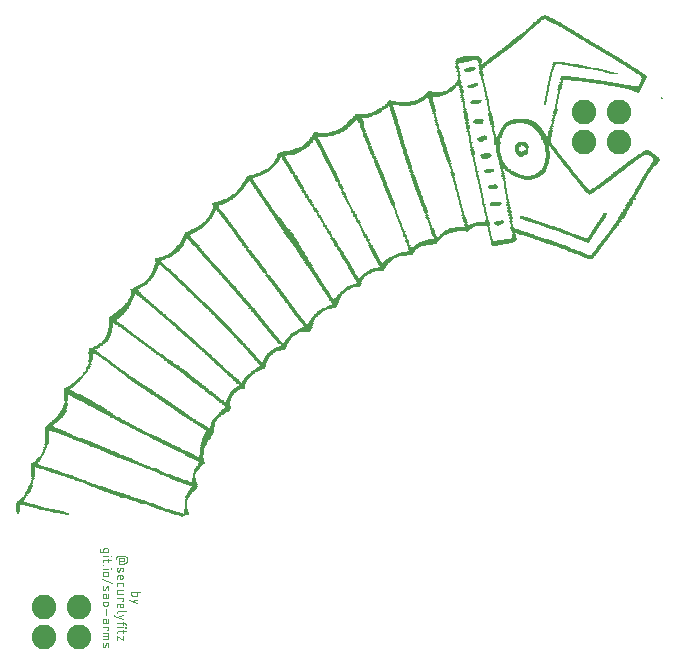
<source format=gts>
G04 EAGLE Gerber X2 export*
G75*
%MOMM*%
%FSLAX34Y34*%
%LPD*%
%AMOC8*
5,1,8,0,0,1.08239X$1,22.5*%
G01*
%ADD10C,0.076200*%
%ADD11C,2.082800*%
%ADD12R,0.155734X0.038931*%
%ADD13R,0.272531X0.038934*%
%ADD14R,0.467197X0.038931*%
%ADD15R,0.934394X0.038934*%
%ADD16R,0.194666X0.038934*%
%ADD17R,1.051194X0.038934*%
%ADD18R,0.350397X0.038931*%
%ADD19R,1.206925X0.038931*%
%ADD20R,0.116800X0.038934*%
%ADD21R,0.506131X0.038934*%
%ADD22R,0.778663X0.038934*%
%ADD23R,0.311466X0.038934*%
%ADD24R,0.622931X0.038934*%
%ADD25R,0.233597X0.038931*%
%ADD26R,0.778663X0.038931*%
%ADD27R,0.272531X0.038931*%
%ADD28R,0.233597X0.038934*%
%ADD29R,0.934397X0.038934*%
%ADD30R,0.739731X0.038934*%
%ADD31R,0.973328X0.038931*%
%ADD32R,0.778666X0.038931*%
%ADD33R,1.090131X0.038934*%
%ADD34R,0.778666X0.038934*%
%ADD35R,1.245863X0.038934*%
%ADD36R,1.090131X0.038931*%
%ADD37R,0.700800X0.038931*%
%ADD38R,0.311466X0.038931*%
%ADD39R,1.167997X0.038934*%
%ADD40R,1.012266X0.038934*%
%ADD41R,0.661863X0.038931*%
%ADD42R,0.661863X0.038934*%
%ADD43R,0.233600X0.038934*%
%ADD44R,0.817597X0.038931*%
%ADD45R,0.233600X0.038931*%
%ADD46R,0.700797X0.038934*%
%ADD47R,0.895463X0.038934*%
%ADD48R,0.895463X0.038931*%
%ADD49R,0.700797X0.038931*%
%ADD50R,1.557328X0.038934*%
%ADD51R,0.739728X0.038934*%
%ADD52R,1.284797X0.038931*%
%ADD53R,0.739728X0.038931*%
%ADD54R,1.129063X0.038934*%
%ADD55R,0.856528X0.038934*%
%ADD56R,1.051197X0.038934*%
%ADD57R,0.817600X0.038934*%
%ADD58R,0.817600X0.038931*%
%ADD59R,0.817594X0.038934*%
%ADD60R,0.194666X0.038931*%
%ADD61R,0.428266X0.038934*%
%ADD62R,0.856531X0.038934*%
%ADD63R,0.311463X0.038934*%
%ADD64R,0.856531X0.038931*%
%ADD65R,0.272534X0.038934*%
%ADD66R,0.116800X0.038931*%
%ADD67R,0.895459X0.038931*%
%ADD68R,1.090128X0.038934*%
%ADD69R,1.012263X0.038934*%
%ADD70R,1.012266X0.038931*%
%ADD71R,0.973331X0.038934*%
%ADD72R,0.934397X0.038931*%
%ADD73R,0.350397X0.038934*%
%ADD74R,0.389331X0.038934*%
%ADD75R,0.311469X0.038931*%
%ADD76R,0.389334X0.038931*%
%ADD77R,0.428269X0.038934*%
%ADD78R,0.467200X0.038931*%
%ADD79R,0.311469X0.038934*%
%ADD80R,0.467200X0.038934*%
%ADD81R,0.350403X0.038931*%
%ADD82R,0.856528X0.038931*%
%ADD83R,0.350400X0.038934*%
%ADD84R,0.817597X0.038934*%
%ADD85R,0.506134X0.038934*%
%ADD86R,0.506134X0.038931*%
%ADD87R,0.545066X0.038934*%
%ADD88R,0.350400X0.038931*%
%ADD89R,0.545066X0.038931*%
%ADD90R,0.895466X0.038934*%
%ADD91R,0.584000X0.038934*%
%ADD92R,0.545069X0.038934*%
%ADD93R,0.545069X0.038931*%
%ADD94R,0.973331X0.038931*%
%ADD95R,0.467197X0.038934*%
%ADD96R,0.583997X0.038934*%
%ADD97R,0.583994X0.038931*%
%ADD98R,1.245863X0.038931*%
%ADD99R,0.545063X0.038931*%
%ADD100R,0.389334X0.038934*%
%ADD101R,0.661866X0.038934*%
%ADD102R,0.661866X0.038931*%
%ADD103R,0.272534X0.038931*%
%ADD104R,0.700794X0.038931*%
%ADD105R,0.700800X0.038934*%
%ADD106R,0.622928X0.038931*%
%ADD107R,0.583997X0.038931*%
%ADD108R,0.739731X0.038931*%
%ADD109R,0.622928X0.038934*%
%ADD110R,0.584000X0.038931*%
%ADD111R,0.506128X0.038934*%
%ADD112R,0.506128X0.038931*%
%ADD113R,0.428263X0.038931*%
%ADD114R,0.389331X0.038931*%
%ADD115R,0.428266X0.038931*%
%ADD116R,0.545063X0.038934*%
%ADD117R,0.817594X0.038931*%
%ADD118R,1.051197X0.038931*%
%ADD119R,0.739734X0.038931*%
%ADD120R,0.700794X0.038934*%
%ADD121R,0.311463X0.038931*%
%ADD122R,0.622934X0.038934*%
%ADD123R,0.622931X0.038931*%
%ADD124R,0.428263X0.038934*%
%ADD125R,0.506131X0.038931*%
%ADD126R,1.479459X0.038934*%
%ADD127R,1.362663X0.038931*%
%ADD128R,1.284794X0.038934*%
%ADD129R,1.167997X0.038931*%
%ADD130R,0.622934X0.038931*%
%ADD131R,0.350403X0.038934*%
%ADD132R,0.389328X0.038931*%
%ADD133R,0.895459X0.038934*%
%ADD134R,0.934394X0.038931*%
%ADD135R,0.973328X0.038934*%
%ADD136R,0.973325X0.038934*%
%ADD137R,1.012263X0.038931*%
%ADD138R,1.401597X0.038934*%
%ADD139R,1.323728X0.038931*%
%ADD140R,1.206931X0.038934*%
%ADD141R,0.583994X0.038934*%
%ADD142R,0.428269X0.038931*%
%ADD143R,1.051194X0.038931*%
%ADD144R,0.389328X0.038934*%
%ADD145R,0.233603X0.038931*%
%ADD146R,1.129063X0.038931*%
%ADD147R,0.895466X0.038931*%
%ADD148R,1.206928X0.038934*%
%ADD149R,1.362663X0.038934*%
%ADD150R,1.323728X0.038934*%
%ADD151R,1.557325X0.038934*%
%ADD152R,1.518394X0.038931*%
%ADD153R,1.440528X0.038931*%
%ADD154R,1.518394X0.038934*%
%ADD155R,1.674128X0.038934*%
%ADD156R,0.038934X0.038934*%
%ADD157R,1.401594X0.038931*%
%ADD158R,1.868794X0.038931*%
%ADD159R,0.155731X0.038931*%
%ADD160R,2.024522X0.038934*%
%ADD161R,2.102391X0.038934*%
%ADD162R,1.596263X0.038931*%
%ADD163R,0.194663X0.038934*%
%ADD164R,0.233603X0.038934*%
%ADD165R,1.012259X0.038934*%
%ADD166R,0.934400X0.038934*%
%ADD167R,0.194669X0.038934*%
%ADD168R,1.907728X0.038931*%
%ADD169R,1.907725X0.038934*%
%ADD170R,1.868791X0.038934*%
%ADD171R,1.829859X0.038931*%
%ADD172R,1.751991X0.038934*%
%ADD173R,1.635191X0.038931*%
%ADD174R,1.674125X0.038931*%
%ADD175R,1.635194X0.038934*%
%ADD176R,0.739734X0.038934*%
%ADD177R,0.778659X0.038934*%
%ADD178R,0.077866X0.038934*%
%ADD179R,0.155731X0.038934*%
%ADD180R,1.245859X0.038934*%
%ADD181R,1.674125X0.038934*%
%ADD182R,1.829859X0.038934*%
%ADD183R,2.024525X0.038931*%
%ADD184R,0.194669X0.038931*%
%ADD185R,1.284797X0.038934*%
%ADD186R,1.129059X0.038931*%
%ADD187R,1.440528X0.038934*%
%ADD188R,1.479463X0.038934*%
%ADD189R,1.401594X0.038934*%
%ADD190R,1.323725X0.038931*%
%ADD191R,1.674122X0.038934*%
%ADD192R,1.790928X0.038934*%
%ADD193R,1.946659X0.038934*%
%ADD194R,2.063456X0.038931*%
%ADD195R,2.335991X0.038934*%
%ADD196R,2.219191X0.038931*%
%ADD197R,1.635194X0.038931*%
%ADD198R,1.090128X0.038931*%
%ADD199R,2.374925X0.038934*%
%ADD200R,2.569587X0.038934*%
%ADD201R,0.155734X0.038934*%
%ADD202R,2.608522X0.038931*%
%ADD203R,2.608522X0.038934*%
%ADD204R,2.647453X0.038934*%
%ADD205R,2.686387X0.038931*%
%ADD206R,0.116803X0.038934*%
%ADD207R,0.077869X0.038931*%
%ADD208R,1.596259X0.038934*%
%ADD209R,1.713059X0.038931*%
%ADD210R,1.790928X0.038931*%
%ADD211R,1.635191X0.038934*%
%ADD212R,1.829856X0.038931*%
%ADD213R,1.713056X0.038934*%
%ADD214R,1.557328X0.038931*%
%ADD215R,1.479463X0.038931*%
%ADD216R,1.713059X0.038934*%
%ADD217R,1.790925X0.038934*%
%ADD218R,1.790925X0.038931*%
%ADD219R,2.219191X0.038934*%
%ADD220R,2.919991X0.038931*%
%ADD221R,2.647456X0.038934*%
%ADD222R,2.452787X0.038931*%
%ADD223R,2.180256X0.038934*%
%ADD224R,1.129066X0.038934*%
%ADD225R,0.934400X0.038931*%
%ADD226R,1.167994X0.038931*%
%ADD227R,1.362659X0.038934*%
%ADD228R,1.985591X0.038934*%
%ADD229R,1.479459X0.038931*%
%ADD230R,1.323731X0.038934*%


D10*
X117475Y63084D02*
X110109Y63084D01*
X110109Y61038D01*
X110111Y60969D01*
X110117Y60901D01*
X110126Y60832D01*
X110140Y60765D01*
X110157Y60698D01*
X110178Y60632D01*
X110202Y60568D01*
X110231Y60505D01*
X110262Y60444D01*
X110297Y60385D01*
X110335Y60327D01*
X110377Y60272D01*
X110421Y60220D01*
X110469Y60170D01*
X110519Y60122D01*
X110571Y60078D01*
X110626Y60036D01*
X110684Y59998D01*
X110743Y59963D01*
X110804Y59932D01*
X110867Y59903D01*
X110931Y59879D01*
X110997Y59858D01*
X111064Y59841D01*
X111131Y59827D01*
X111200Y59818D01*
X111268Y59812D01*
X111337Y59810D01*
X111337Y59811D02*
X113792Y59811D01*
X113792Y59810D02*
X113861Y59812D01*
X113929Y59818D01*
X113998Y59827D01*
X114065Y59841D01*
X114132Y59858D01*
X114198Y59879D01*
X114262Y59903D01*
X114325Y59932D01*
X114386Y59963D01*
X114445Y59998D01*
X114503Y60036D01*
X114558Y60078D01*
X114610Y60122D01*
X114660Y60170D01*
X114708Y60220D01*
X114752Y60272D01*
X114794Y60327D01*
X114832Y60385D01*
X114867Y60444D01*
X114898Y60505D01*
X114927Y60568D01*
X114951Y60632D01*
X114972Y60698D01*
X114989Y60765D01*
X115003Y60832D01*
X115012Y60901D01*
X115018Y60969D01*
X115020Y61038D01*
X115020Y63084D01*
X107654Y57029D02*
X107654Y56211D01*
X115020Y53756D01*
X115020Y57029D02*
X110109Y55393D01*
X104055Y89536D02*
X104055Y90764D01*
X104056Y90764D02*
X104054Y90833D01*
X104048Y90901D01*
X104039Y90970D01*
X104025Y91037D01*
X104008Y91104D01*
X103987Y91170D01*
X103963Y91234D01*
X103934Y91297D01*
X103903Y91358D01*
X103868Y91417D01*
X103830Y91475D01*
X103788Y91530D01*
X103744Y91582D01*
X103696Y91632D01*
X103646Y91680D01*
X103594Y91724D01*
X103539Y91766D01*
X103481Y91804D01*
X103422Y91839D01*
X103361Y91870D01*
X103298Y91899D01*
X103234Y91923D01*
X103168Y91944D01*
X103101Y91961D01*
X103034Y91975D01*
X102965Y91984D01*
X102897Y91990D01*
X102828Y91992D01*
X102828Y91991D02*
X100372Y91991D01*
X100372Y91992D02*
X100303Y91990D01*
X100235Y91984D01*
X100166Y91975D01*
X100099Y91961D01*
X100032Y91944D01*
X99966Y91923D01*
X99902Y91899D01*
X99839Y91870D01*
X99778Y91839D01*
X99719Y91804D01*
X99661Y91766D01*
X99606Y91724D01*
X99554Y91680D01*
X99504Y91632D01*
X99456Y91582D01*
X99412Y91530D01*
X99370Y91475D01*
X99332Y91417D01*
X99297Y91358D01*
X99266Y91297D01*
X99237Y91234D01*
X99213Y91170D01*
X99192Y91104D01*
X99175Y91037D01*
X99161Y90970D01*
X99152Y90901D01*
X99146Y90833D01*
X99144Y90764D01*
X99146Y90695D01*
X99152Y90627D01*
X99161Y90558D01*
X99175Y90491D01*
X99192Y90424D01*
X99213Y90358D01*
X99237Y90294D01*
X99266Y90231D01*
X99297Y90170D01*
X99332Y90111D01*
X99370Y90053D01*
X99412Y89998D01*
X99456Y89946D01*
X99504Y89896D01*
X99554Y89848D01*
X99606Y89804D01*
X99661Y89762D01*
X99719Y89724D01*
X99778Y89689D01*
X99839Y89658D01*
X99902Y89629D01*
X99966Y89605D01*
X100032Y89584D01*
X100099Y89567D01*
X100166Y89553D01*
X100235Y89544D01*
X100303Y89538D01*
X100372Y89536D01*
X100168Y89536D02*
X104055Y89536D01*
X100168Y89536D02*
X100105Y89534D01*
X100042Y89528D01*
X99980Y89519D01*
X99918Y89505D01*
X99858Y89488D01*
X99798Y89467D01*
X99740Y89442D01*
X99684Y89414D01*
X99629Y89383D01*
X99577Y89348D01*
X99527Y89310D01*
X99479Y89269D01*
X99434Y89225D01*
X99391Y89179D01*
X99352Y89129D01*
X99315Y89078D01*
X99282Y89025D01*
X99252Y88969D01*
X99226Y88912D01*
X99203Y88853D01*
X99184Y88793D01*
X99169Y88732D01*
X99157Y88670D01*
X99149Y88607D01*
X99145Y88545D01*
X99145Y88481D01*
X99149Y88419D01*
X99157Y88356D01*
X99169Y88294D01*
X99184Y88233D01*
X99203Y88173D01*
X99226Y88114D01*
X99252Y88057D01*
X99282Y88002D01*
X99315Y87948D01*
X99352Y87897D01*
X99391Y87847D01*
X99434Y87801D01*
X99479Y87757D01*
X99527Y87716D01*
X99577Y87678D01*
X99629Y87643D01*
X99684Y87612D01*
X99740Y87584D01*
X99798Y87559D01*
X99858Y87538D01*
X99918Y87521D01*
X99980Y87507D01*
X100042Y87498D01*
X100105Y87492D01*
X100168Y87490D01*
X103237Y87490D01*
X103350Y87492D01*
X103463Y87498D01*
X103575Y87508D01*
X103688Y87521D01*
X103799Y87539D01*
X103910Y87560D01*
X104021Y87585D01*
X104130Y87614D01*
X104238Y87647D01*
X104345Y87683D01*
X104451Y87723D01*
X104555Y87767D01*
X104658Y87814D01*
X104759Y87865D01*
X104858Y87919D01*
X104955Y87977D01*
X105050Y88038D01*
X105143Y88102D01*
X105234Y88169D01*
X105322Y88240D01*
X105408Y88313D01*
X105491Y88390D01*
X105572Y88469D01*
X105650Y88551D01*
X105725Y88636D01*
X105797Y88723D01*
X105866Y88812D01*
X105931Y88904D01*
X105994Y88998D01*
X106053Y89094D01*
X106109Y89193D01*
X106162Y89293D01*
X106211Y89395D01*
X106256Y89498D01*
X106298Y89603D01*
X106336Y89709D01*
X106371Y89817D01*
X106402Y89926D01*
X106429Y90035D01*
X106452Y90146D01*
X106472Y90257D01*
X106487Y90369D01*
X106499Y90482D01*
X106507Y90595D01*
X106511Y90707D01*
X106511Y90821D01*
X106507Y90933D01*
X106499Y91046D01*
X106487Y91159D01*
X106472Y91271D01*
X106452Y91382D01*
X106429Y91493D01*
X106402Y91602D01*
X106371Y91711D01*
X106336Y91819D01*
X106298Y91925D01*
X106256Y92030D01*
X106211Y92133D01*
X106162Y92235D01*
X106109Y92335D01*
X106053Y92434D01*
X105994Y92530D01*
X105931Y92624D01*
X105866Y92716D01*
X105797Y92805D01*
X105725Y92892D01*
X105650Y92977D01*
X105572Y93059D01*
X105491Y93138D01*
X105408Y93215D01*
X105322Y93288D01*
X105234Y93359D01*
X105143Y93426D01*
X105050Y93490D01*
X104955Y93551D01*
X104858Y93609D01*
X104759Y93663D01*
X104658Y93714D01*
X104555Y93761D01*
X104451Y93805D01*
X104345Y93845D01*
X104238Y93881D01*
X104130Y93914D01*
X104021Y93943D01*
X103910Y93968D01*
X103799Y93989D01*
X103688Y94007D01*
X103575Y94020D01*
X103463Y94030D01*
X103350Y94036D01*
X103237Y94038D01*
X103237Y94037D02*
X99759Y94037D01*
X99759Y94038D02*
X99649Y94036D01*
X99539Y94030D01*
X99430Y94020D01*
X99320Y94007D01*
X99212Y93989D01*
X99104Y93967D01*
X98997Y93942D01*
X98891Y93913D01*
X98786Y93880D01*
X98682Y93843D01*
X98580Y93803D01*
X98479Y93759D01*
X98380Y93711D01*
X98282Y93660D01*
X98187Y93606D01*
X98093Y93548D01*
X98002Y93487D01*
X97912Y93422D01*
X97826Y93355D01*
X97741Y93284D01*
X97660Y93210D01*
X97580Y93134D01*
X97504Y93055D01*
X97431Y92973D01*
X97360Y92888D01*
X97293Y92801D01*
X97229Y92712D01*
X97168Y92620D01*
X97110Y92527D01*
X97056Y92431D01*
X97005Y92333D01*
X96958Y92234D01*
X96914Y92133D01*
X96874Y92031D01*
X96837Y91927D01*
X96805Y91822D01*
X96776Y91716D01*
X96751Y91608D01*
X96730Y91500D01*
X96712Y91392D01*
X96699Y91283D01*
X96689Y91173D01*
X100782Y83252D02*
X99963Y81206D01*
X100782Y83252D02*
X100807Y83311D01*
X100836Y83368D01*
X100869Y83423D01*
X100905Y83476D01*
X100943Y83527D01*
X100985Y83575D01*
X101030Y83621D01*
X101077Y83664D01*
X101127Y83704D01*
X101179Y83741D01*
X101234Y83775D01*
X101290Y83806D01*
X101348Y83833D01*
X101408Y83856D01*
X101468Y83876D01*
X101530Y83892D01*
X101593Y83905D01*
X101657Y83913D01*
X101720Y83918D01*
X101784Y83919D01*
X101848Y83916D01*
X101912Y83909D01*
X101975Y83898D01*
X102037Y83884D01*
X102099Y83866D01*
X102159Y83844D01*
X102218Y83819D01*
X102275Y83790D01*
X102330Y83757D01*
X102383Y83722D01*
X102434Y83683D01*
X102483Y83641D01*
X102529Y83597D01*
X102572Y83549D01*
X102612Y83500D01*
X102649Y83447D01*
X102683Y83393D01*
X102714Y83337D01*
X102741Y83279D01*
X102765Y83220D01*
X102784Y83159D01*
X102801Y83097D01*
X102813Y83034D01*
X102822Y82971D01*
X102827Y82907D01*
X102828Y82843D01*
X102824Y82707D01*
X102816Y82572D01*
X102804Y82436D01*
X102788Y82302D01*
X102768Y82167D01*
X102745Y82034D01*
X102717Y81901D01*
X102686Y81769D01*
X102651Y81638D01*
X102612Y81508D01*
X102569Y81379D01*
X102522Y81252D01*
X102472Y81126D01*
X102418Y81001D01*
X99963Y81206D02*
X99938Y81147D01*
X99909Y81090D01*
X99876Y81035D01*
X99840Y80982D01*
X99802Y80931D01*
X99760Y80883D01*
X99715Y80837D01*
X99668Y80794D01*
X99618Y80754D01*
X99566Y80717D01*
X99511Y80683D01*
X99455Y80652D01*
X99397Y80625D01*
X99337Y80602D01*
X99277Y80582D01*
X99215Y80566D01*
X99152Y80553D01*
X99088Y80545D01*
X99025Y80540D01*
X98961Y80539D01*
X98897Y80542D01*
X98833Y80549D01*
X98770Y80560D01*
X98708Y80574D01*
X98646Y80592D01*
X98586Y80614D01*
X98527Y80639D01*
X98470Y80668D01*
X98415Y80701D01*
X98362Y80736D01*
X98311Y80775D01*
X98262Y80817D01*
X98216Y80861D01*
X98173Y80909D01*
X98133Y80958D01*
X98096Y81011D01*
X98062Y81065D01*
X98031Y81121D01*
X98004Y81179D01*
X97980Y81238D01*
X97961Y81299D01*
X97944Y81361D01*
X97932Y81424D01*
X97923Y81487D01*
X97918Y81551D01*
X97917Y81615D01*
X97921Y81779D01*
X97929Y81943D01*
X97941Y82107D01*
X97957Y82270D01*
X97977Y82433D01*
X98000Y82596D01*
X98028Y82757D01*
X98059Y82919D01*
X98094Y83079D01*
X98133Y83238D01*
X98176Y83397D01*
X98222Y83554D01*
X98272Y83711D01*
X98326Y83866D01*
X97917Y76299D02*
X97917Y74253D01*
X97917Y76299D02*
X97919Y76368D01*
X97925Y76436D01*
X97934Y76505D01*
X97948Y76572D01*
X97965Y76639D01*
X97986Y76705D01*
X98010Y76769D01*
X98039Y76832D01*
X98070Y76893D01*
X98105Y76952D01*
X98143Y77010D01*
X98185Y77065D01*
X98229Y77117D01*
X98277Y77167D01*
X98327Y77215D01*
X98379Y77259D01*
X98434Y77301D01*
X98492Y77339D01*
X98551Y77374D01*
X98612Y77405D01*
X98675Y77434D01*
X98739Y77458D01*
X98805Y77479D01*
X98872Y77496D01*
X98939Y77510D01*
X99008Y77519D01*
X99076Y77525D01*
X99145Y77527D01*
X99145Y77526D02*
X101191Y77526D01*
X101270Y77524D01*
X101349Y77518D01*
X101428Y77509D01*
X101506Y77496D01*
X101583Y77478D01*
X101659Y77458D01*
X101734Y77433D01*
X101808Y77405D01*
X101881Y77374D01*
X101952Y77338D01*
X102021Y77300D01*
X102088Y77258D01*
X102153Y77213D01*
X102216Y77165D01*
X102277Y77114D01*
X102334Y77060D01*
X102390Y77004D01*
X102442Y76945D01*
X102492Y76883D01*
X102538Y76819D01*
X102582Y76753D01*
X102622Y76685D01*
X102658Y76615D01*
X102692Y76543D01*
X102722Y76469D01*
X102748Y76395D01*
X102771Y76319D01*
X102789Y76242D01*
X102805Y76165D01*
X102816Y76086D01*
X102824Y76008D01*
X102828Y75929D01*
X102828Y75849D01*
X102824Y75770D01*
X102816Y75692D01*
X102805Y75613D01*
X102789Y75536D01*
X102771Y75459D01*
X102748Y75383D01*
X102722Y75309D01*
X102692Y75235D01*
X102658Y75163D01*
X102622Y75093D01*
X102582Y75025D01*
X102538Y74959D01*
X102492Y74895D01*
X102442Y74833D01*
X102390Y74774D01*
X102334Y74718D01*
X102277Y74664D01*
X102216Y74613D01*
X102153Y74565D01*
X102088Y74520D01*
X102021Y74478D01*
X101952Y74440D01*
X101881Y74404D01*
X101808Y74373D01*
X101734Y74345D01*
X101659Y74320D01*
X101583Y74300D01*
X101506Y74282D01*
X101428Y74269D01*
X101349Y74260D01*
X101270Y74254D01*
X101191Y74252D01*
X101191Y74253D02*
X100372Y74253D01*
X100372Y77526D01*
X97917Y69950D02*
X97917Y68313D01*
X97917Y69950D02*
X97919Y70019D01*
X97925Y70087D01*
X97934Y70156D01*
X97948Y70223D01*
X97965Y70290D01*
X97986Y70356D01*
X98010Y70420D01*
X98039Y70483D01*
X98070Y70544D01*
X98105Y70603D01*
X98143Y70661D01*
X98185Y70716D01*
X98229Y70768D01*
X98277Y70818D01*
X98327Y70866D01*
X98379Y70910D01*
X98434Y70952D01*
X98492Y70990D01*
X98551Y71025D01*
X98612Y71056D01*
X98675Y71085D01*
X98739Y71109D01*
X98805Y71130D01*
X98872Y71147D01*
X98939Y71161D01*
X99008Y71170D01*
X99076Y71176D01*
X99145Y71178D01*
X99145Y71177D02*
X101600Y71177D01*
X101600Y71178D02*
X101669Y71176D01*
X101737Y71170D01*
X101806Y71161D01*
X101873Y71147D01*
X101940Y71130D01*
X102006Y71109D01*
X102070Y71085D01*
X102133Y71056D01*
X102194Y71025D01*
X102253Y70990D01*
X102311Y70952D01*
X102366Y70910D01*
X102418Y70866D01*
X102468Y70818D01*
X102516Y70768D01*
X102560Y70716D01*
X102602Y70661D01*
X102640Y70603D01*
X102675Y70544D01*
X102706Y70483D01*
X102735Y70420D01*
X102759Y70356D01*
X102780Y70290D01*
X102797Y70223D01*
X102811Y70156D01*
X102820Y70087D01*
X102826Y70019D01*
X102828Y69950D01*
X102828Y68313D01*
X102828Y65334D02*
X99145Y65334D01*
X99145Y65335D02*
X99076Y65333D01*
X99008Y65327D01*
X98939Y65318D01*
X98872Y65304D01*
X98805Y65287D01*
X98739Y65266D01*
X98675Y65242D01*
X98612Y65213D01*
X98551Y65182D01*
X98492Y65147D01*
X98434Y65109D01*
X98379Y65067D01*
X98327Y65023D01*
X98277Y64975D01*
X98229Y64925D01*
X98185Y64873D01*
X98144Y64818D01*
X98105Y64760D01*
X98070Y64701D01*
X98039Y64640D01*
X98010Y64577D01*
X97986Y64513D01*
X97965Y64447D01*
X97948Y64380D01*
X97934Y64313D01*
X97925Y64245D01*
X97919Y64176D01*
X97917Y64107D01*
X97917Y62061D01*
X102828Y62061D01*
X102828Y58461D02*
X97917Y58461D01*
X102828Y58461D02*
X102828Y56005D01*
X102009Y56005D01*
X97917Y52402D02*
X97917Y50356D01*
X97917Y52402D02*
X97919Y52471D01*
X97925Y52539D01*
X97934Y52608D01*
X97948Y52675D01*
X97965Y52742D01*
X97986Y52808D01*
X98010Y52872D01*
X98039Y52935D01*
X98070Y52996D01*
X98105Y53055D01*
X98143Y53113D01*
X98185Y53168D01*
X98229Y53220D01*
X98277Y53270D01*
X98327Y53318D01*
X98379Y53362D01*
X98434Y53404D01*
X98492Y53442D01*
X98551Y53477D01*
X98612Y53508D01*
X98675Y53537D01*
X98739Y53561D01*
X98805Y53582D01*
X98872Y53599D01*
X98939Y53613D01*
X99008Y53622D01*
X99076Y53628D01*
X99145Y53630D01*
X101191Y53630D01*
X101270Y53628D01*
X101349Y53622D01*
X101428Y53613D01*
X101506Y53600D01*
X101583Y53582D01*
X101659Y53562D01*
X101734Y53537D01*
X101808Y53509D01*
X101881Y53478D01*
X101952Y53442D01*
X102021Y53404D01*
X102088Y53362D01*
X102153Y53317D01*
X102216Y53269D01*
X102277Y53218D01*
X102334Y53164D01*
X102390Y53108D01*
X102442Y53049D01*
X102492Y52987D01*
X102538Y52923D01*
X102582Y52857D01*
X102622Y52789D01*
X102658Y52719D01*
X102692Y52647D01*
X102722Y52573D01*
X102748Y52499D01*
X102771Y52423D01*
X102789Y52346D01*
X102805Y52269D01*
X102816Y52190D01*
X102824Y52112D01*
X102828Y52033D01*
X102828Y51953D01*
X102824Y51874D01*
X102816Y51796D01*
X102805Y51717D01*
X102789Y51640D01*
X102771Y51563D01*
X102748Y51487D01*
X102722Y51413D01*
X102692Y51339D01*
X102658Y51267D01*
X102622Y51197D01*
X102582Y51129D01*
X102538Y51063D01*
X102492Y50999D01*
X102442Y50937D01*
X102390Y50878D01*
X102334Y50822D01*
X102277Y50768D01*
X102216Y50717D01*
X102153Y50669D01*
X102088Y50624D01*
X102021Y50582D01*
X101952Y50544D01*
X101881Y50508D01*
X101808Y50477D01*
X101734Y50449D01*
X101659Y50424D01*
X101583Y50404D01*
X101506Y50386D01*
X101428Y50373D01*
X101349Y50364D01*
X101270Y50358D01*
X101191Y50356D01*
X100372Y50356D01*
X100372Y53630D01*
X99145Y47207D02*
X105283Y47207D01*
X99145Y47208D02*
X99076Y47206D01*
X99008Y47200D01*
X98939Y47191D01*
X98872Y47177D01*
X98805Y47160D01*
X98739Y47139D01*
X98675Y47115D01*
X98612Y47086D01*
X98551Y47055D01*
X98492Y47020D01*
X98434Y46982D01*
X98379Y46940D01*
X98327Y46896D01*
X98277Y46848D01*
X98229Y46798D01*
X98185Y46746D01*
X98144Y46691D01*
X98105Y46633D01*
X98070Y46574D01*
X98039Y46513D01*
X98010Y46450D01*
X97986Y46386D01*
X97965Y46320D01*
X97948Y46253D01*
X97934Y46186D01*
X97925Y46118D01*
X97919Y46049D01*
X97917Y45980D01*
X95462Y43633D02*
X95462Y42814D01*
X102828Y40359D01*
X102828Y43633D02*
X97917Y41996D01*
X97917Y37143D02*
X104055Y37143D01*
X104055Y37144D02*
X104124Y37142D01*
X104192Y37136D01*
X104261Y37127D01*
X104328Y37113D01*
X104395Y37096D01*
X104461Y37075D01*
X104525Y37051D01*
X104588Y37022D01*
X104649Y36991D01*
X104708Y36956D01*
X104766Y36918D01*
X104821Y36876D01*
X104873Y36832D01*
X104923Y36784D01*
X104971Y36734D01*
X105015Y36682D01*
X105056Y36627D01*
X105095Y36569D01*
X105130Y36510D01*
X105161Y36449D01*
X105190Y36386D01*
X105214Y36322D01*
X105235Y36256D01*
X105252Y36189D01*
X105266Y36122D01*
X105275Y36054D01*
X105281Y35985D01*
X105283Y35916D01*
X105283Y35506D01*
X102828Y35506D02*
X102828Y37962D01*
X102828Y33462D02*
X97917Y33462D01*
X104874Y33666D02*
X105283Y33666D01*
X105283Y33257D01*
X104874Y33257D01*
X104874Y33666D01*
X102828Y31096D02*
X102828Y28641D01*
X105283Y30277D02*
X99145Y30277D01*
X99145Y30278D02*
X99076Y30276D01*
X99008Y30270D01*
X98939Y30261D01*
X98872Y30247D01*
X98805Y30230D01*
X98739Y30209D01*
X98675Y30185D01*
X98612Y30156D01*
X98551Y30125D01*
X98492Y30090D01*
X98434Y30052D01*
X98379Y30010D01*
X98327Y29966D01*
X98277Y29918D01*
X98229Y29868D01*
X98185Y29816D01*
X98144Y29761D01*
X98105Y29703D01*
X98070Y29644D01*
X98039Y29583D01*
X98010Y29520D01*
X97986Y29456D01*
X97965Y29390D01*
X97948Y29323D01*
X97934Y29256D01*
X97925Y29188D01*
X97919Y29119D01*
X97917Y29050D01*
X97917Y28641D01*
X102828Y26076D02*
X102828Y22803D01*
X97917Y26076D01*
X97917Y22803D01*
X85725Y97017D02*
X85725Y99063D01*
X85727Y99132D01*
X85733Y99200D01*
X85742Y99269D01*
X85756Y99336D01*
X85773Y99403D01*
X85794Y99469D01*
X85818Y99533D01*
X85847Y99596D01*
X85878Y99657D01*
X85913Y99716D01*
X85951Y99774D01*
X85993Y99829D01*
X86037Y99881D01*
X86085Y99931D01*
X86135Y99979D01*
X86187Y100023D01*
X86242Y100065D01*
X86300Y100103D01*
X86359Y100138D01*
X86420Y100169D01*
X86483Y100198D01*
X86547Y100222D01*
X86613Y100243D01*
X86680Y100260D01*
X86747Y100274D01*
X86816Y100283D01*
X86884Y100289D01*
X86953Y100291D01*
X89408Y100291D01*
X89477Y100289D01*
X89545Y100283D01*
X89614Y100274D01*
X89681Y100260D01*
X89748Y100243D01*
X89814Y100222D01*
X89878Y100198D01*
X89941Y100169D01*
X90002Y100138D01*
X90061Y100103D01*
X90119Y100065D01*
X90174Y100023D01*
X90226Y99979D01*
X90276Y99931D01*
X90324Y99881D01*
X90368Y99829D01*
X90410Y99774D01*
X90448Y99716D01*
X90483Y99657D01*
X90514Y99596D01*
X90543Y99533D01*
X90567Y99469D01*
X90588Y99403D01*
X90605Y99336D01*
X90619Y99269D01*
X90628Y99200D01*
X90634Y99132D01*
X90636Y99063D01*
X90636Y97017D01*
X84497Y97017D01*
X84428Y97019D01*
X84360Y97025D01*
X84291Y97034D01*
X84224Y97048D01*
X84157Y97065D01*
X84091Y97086D01*
X84027Y97110D01*
X83964Y97139D01*
X83903Y97170D01*
X83844Y97205D01*
X83786Y97243D01*
X83731Y97285D01*
X83679Y97329D01*
X83629Y97377D01*
X83581Y97427D01*
X83537Y97479D01*
X83495Y97534D01*
X83457Y97592D01*
X83422Y97651D01*
X83391Y97712D01*
X83362Y97775D01*
X83338Y97839D01*
X83317Y97905D01*
X83300Y97972D01*
X83286Y98039D01*
X83277Y98108D01*
X83271Y98176D01*
X83269Y98245D01*
X83270Y98245D02*
X83270Y99882D01*
X85725Y93737D02*
X90636Y93737D01*
X92682Y93941D02*
X93091Y93941D01*
X93091Y93532D01*
X92682Y93532D01*
X92682Y93941D01*
X90636Y91371D02*
X90636Y88916D01*
X93091Y90552D02*
X86953Y90552D01*
X86953Y90553D02*
X86884Y90551D01*
X86816Y90545D01*
X86747Y90536D01*
X86680Y90522D01*
X86613Y90505D01*
X86547Y90484D01*
X86483Y90460D01*
X86420Y90431D01*
X86359Y90400D01*
X86300Y90365D01*
X86242Y90327D01*
X86187Y90285D01*
X86135Y90241D01*
X86085Y90193D01*
X86037Y90143D01*
X85993Y90091D01*
X85952Y90036D01*
X85913Y89978D01*
X85878Y89919D01*
X85847Y89858D01*
X85818Y89795D01*
X85794Y89731D01*
X85773Y89665D01*
X85756Y89598D01*
X85742Y89531D01*
X85733Y89463D01*
X85727Y89394D01*
X85725Y89325D01*
X85725Y88916D01*
X85725Y86382D02*
X86134Y86382D01*
X86134Y85973D01*
X85725Y85973D01*
X85725Y86382D01*
X85725Y83252D02*
X90636Y83252D01*
X92682Y83456D02*
X93091Y83456D01*
X93091Y83047D01*
X92682Y83047D01*
X92682Y83456D01*
X88999Y80256D02*
X87362Y80256D01*
X88999Y80256D02*
X89078Y80254D01*
X89157Y80248D01*
X89236Y80239D01*
X89314Y80226D01*
X89391Y80208D01*
X89467Y80188D01*
X89542Y80163D01*
X89616Y80135D01*
X89689Y80104D01*
X89760Y80068D01*
X89829Y80030D01*
X89896Y79988D01*
X89961Y79943D01*
X90024Y79895D01*
X90085Y79844D01*
X90142Y79790D01*
X90198Y79734D01*
X90250Y79675D01*
X90300Y79613D01*
X90346Y79549D01*
X90390Y79483D01*
X90430Y79415D01*
X90466Y79345D01*
X90500Y79273D01*
X90530Y79199D01*
X90556Y79125D01*
X90579Y79049D01*
X90597Y78972D01*
X90613Y78895D01*
X90624Y78816D01*
X90632Y78738D01*
X90636Y78659D01*
X90636Y78579D01*
X90632Y78500D01*
X90624Y78422D01*
X90613Y78343D01*
X90597Y78266D01*
X90579Y78189D01*
X90556Y78113D01*
X90530Y78039D01*
X90500Y77965D01*
X90466Y77893D01*
X90430Y77823D01*
X90390Y77755D01*
X90346Y77689D01*
X90300Y77625D01*
X90250Y77563D01*
X90198Y77504D01*
X90142Y77448D01*
X90085Y77394D01*
X90024Y77343D01*
X89961Y77295D01*
X89896Y77250D01*
X89829Y77208D01*
X89760Y77170D01*
X89689Y77134D01*
X89616Y77103D01*
X89542Y77075D01*
X89467Y77050D01*
X89391Y77030D01*
X89314Y77012D01*
X89236Y76999D01*
X89157Y76990D01*
X89078Y76984D01*
X88999Y76982D01*
X87362Y76982D01*
X87283Y76984D01*
X87204Y76990D01*
X87125Y76999D01*
X87047Y77012D01*
X86970Y77030D01*
X86894Y77050D01*
X86819Y77075D01*
X86745Y77103D01*
X86672Y77134D01*
X86601Y77170D01*
X86532Y77208D01*
X86465Y77250D01*
X86400Y77295D01*
X86337Y77343D01*
X86276Y77394D01*
X86219Y77448D01*
X86163Y77504D01*
X86111Y77563D01*
X86061Y77625D01*
X86015Y77689D01*
X85971Y77755D01*
X85931Y77823D01*
X85895Y77893D01*
X85861Y77965D01*
X85831Y78039D01*
X85805Y78113D01*
X85782Y78189D01*
X85764Y78266D01*
X85748Y78343D01*
X85737Y78422D01*
X85729Y78500D01*
X85725Y78579D01*
X85725Y78659D01*
X85729Y78738D01*
X85737Y78816D01*
X85748Y78895D01*
X85764Y78972D01*
X85782Y79049D01*
X85805Y79125D01*
X85831Y79199D01*
X85861Y79273D01*
X85895Y79345D01*
X85931Y79415D01*
X85971Y79483D01*
X86015Y79549D01*
X86061Y79613D01*
X86111Y79675D01*
X86163Y79734D01*
X86219Y79790D01*
X86276Y79844D01*
X86337Y79895D01*
X86400Y79943D01*
X86465Y79988D01*
X86532Y80030D01*
X86601Y80068D01*
X86672Y80104D01*
X86745Y80135D01*
X86819Y80163D01*
X86894Y80188D01*
X86970Y80208D01*
X87047Y80226D01*
X87125Y80239D01*
X87204Y80248D01*
X87283Y80254D01*
X87362Y80256D01*
X84907Y74160D02*
X93909Y70886D01*
X88590Y67450D02*
X87771Y65404D01*
X88590Y67450D02*
X88615Y67509D01*
X88644Y67566D01*
X88677Y67621D01*
X88713Y67674D01*
X88751Y67725D01*
X88793Y67773D01*
X88838Y67819D01*
X88885Y67862D01*
X88935Y67902D01*
X88987Y67939D01*
X89042Y67973D01*
X89098Y68004D01*
X89156Y68031D01*
X89216Y68054D01*
X89276Y68074D01*
X89338Y68090D01*
X89401Y68103D01*
X89465Y68111D01*
X89528Y68116D01*
X89592Y68117D01*
X89656Y68114D01*
X89720Y68107D01*
X89783Y68096D01*
X89845Y68082D01*
X89907Y68064D01*
X89967Y68042D01*
X90026Y68017D01*
X90083Y67988D01*
X90138Y67955D01*
X90191Y67920D01*
X90242Y67881D01*
X90291Y67839D01*
X90337Y67795D01*
X90380Y67747D01*
X90420Y67698D01*
X90457Y67645D01*
X90491Y67591D01*
X90522Y67535D01*
X90549Y67477D01*
X90573Y67418D01*
X90592Y67357D01*
X90609Y67295D01*
X90621Y67232D01*
X90630Y67169D01*
X90635Y67105D01*
X90636Y67041D01*
X90632Y66905D01*
X90624Y66770D01*
X90612Y66634D01*
X90596Y66500D01*
X90576Y66365D01*
X90553Y66232D01*
X90525Y66099D01*
X90494Y65967D01*
X90459Y65836D01*
X90420Y65706D01*
X90377Y65577D01*
X90330Y65450D01*
X90280Y65324D01*
X90226Y65199D01*
X87771Y65404D02*
X87746Y65345D01*
X87717Y65288D01*
X87684Y65233D01*
X87648Y65180D01*
X87610Y65129D01*
X87568Y65081D01*
X87523Y65035D01*
X87476Y64992D01*
X87426Y64952D01*
X87374Y64915D01*
X87319Y64881D01*
X87263Y64850D01*
X87205Y64823D01*
X87145Y64800D01*
X87085Y64780D01*
X87023Y64764D01*
X86960Y64751D01*
X86896Y64743D01*
X86833Y64738D01*
X86769Y64737D01*
X86705Y64740D01*
X86641Y64747D01*
X86578Y64758D01*
X86516Y64772D01*
X86454Y64790D01*
X86394Y64812D01*
X86335Y64837D01*
X86278Y64866D01*
X86223Y64899D01*
X86170Y64934D01*
X86119Y64973D01*
X86070Y65015D01*
X86024Y65059D01*
X85981Y65107D01*
X85941Y65156D01*
X85904Y65209D01*
X85870Y65263D01*
X85839Y65319D01*
X85812Y65377D01*
X85788Y65436D01*
X85769Y65497D01*
X85752Y65559D01*
X85740Y65622D01*
X85731Y65685D01*
X85726Y65749D01*
X85725Y65813D01*
X85729Y65977D01*
X85737Y66141D01*
X85749Y66305D01*
X85765Y66468D01*
X85785Y66631D01*
X85808Y66794D01*
X85836Y66955D01*
X85867Y67117D01*
X85902Y67277D01*
X85941Y67436D01*
X85984Y67595D01*
X86030Y67752D01*
X86080Y67909D01*
X86134Y68064D01*
X88590Y60332D02*
X88590Y58491D01*
X88589Y60332D02*
X88587Y60407D01*
X88581Y60482D01*
X88571Y60556D01*
X88558Y60630D01*
X88540Y60703D01*
X88519Y60775D01*
X88494Y60845D01*
X88465Y60914D01*
X88433Y60982D01*
X88397Y61048D01*
X88358Y61112D01*
X88316Y61174D01*
X88270Y61233D01*
X88221Y61290D01*
X88170Y61345D01*
X88115Y61396D01*
X88058Y61445D01*
X87999Y61491D01*
X87937Y61533D01*
X87873Y61572D01*
X87807Y61608D01*
X87739Y61640D01*
X87670Y61669D01*
X87600Y61694D01*
X87528Y61715D01*
X87455Y61733D01*
X87381Y61746D01*
X87307Y61756D01*
X87232Y61762D01*
X87157Y61764D01*
X87082Y61762D01*
X87007Y61756D01*
X86933Y61746D01*
X86859Y61733D01*
X86786Y61715D01*
X86714Y61694D01*
X86644Y61669D01*
X86575Y61640D01*
X86507Y61608D01*
X86441Y61572D01*
X86377Y61533D01*
X86315Y61491D01*
X86256Y61445D01*
X86199Y61396D01*
X86144Y61345D01*
X86093Y61290D01*
X86044Y61233D01*
X85998Y61174D01*
X85956Y61112D01*
X85917Y61048D01*
X85881Y60982D01*
X85849Y60914D01*
X85820Y60845D01*
X85795Y60775D01*
X85774Y60703D01*
X85756Y60630D01*
X85743Y60556D01*
X85733Y60482D01*
X85727Y60407D01*
X85725Y60332D01*
X85725Y58491D01*
X89408Y58491D01*
X89477Y58493D01*
X89545Y58499D01*
X89614Y58508D01*
X89681Y58522D01*
X89748Y58539D01*
X89814Y58560D01*
X89878Y58584D01*
X89941Y58613D01*
X90002Y58644D01*
X90061Y58679D01*
X90119Y58717D01*
X90174Y58759D01*
X90226Y58803D01*
X90276Y58851D01*
X90324Y58901D01*
X90368Y58953D01*
X90410Y59008D01*
X90448Y59066D01*
X90483Y59125D01*
X90514Y59186D01*
X90543Y59249D01*
X90567Y59313D01*
X90588Y59379D01*
X90605Y59446D01*
X90619Y59513D01*
X90628Y59582D01*
X90634Y59650D01*
X90636Y59719D01*
X90636Y61355D01*
X88999Y55140D02*
X87362Y55140D01*
X88999Y55140D02*
X89078Y55138D01*
X89157Y55132D01*
X89236Y55123D01*
X89314Y55110D01*
X89391Y55092D01*
X89467Y55072D01*
X89542Y55047D01*
X89616Y55019D01*
X89689Y54988D01*
X89760Y54952D01*
X89829Y54914D01*
X89896Y54872D01*
X89961Y54827D01*
X90024Y54779D01*
X90085Y54728D01*
X90142Y54674D01*
X90198Y54618D01*
X90250Y54559D01*
X90300Y54497D01*
X90346Y54433D01*
X90390Y54367D01*
X90430Y54299D01*
X90466Y54229D01*
X90500Y54157D01*
X90530Y54083D01*
X90556Y54009D01*
X90579Y53933D01*
X90597Y53856D01*
X90613Y53779D01*
X90624Y53700D01*
X90632Y53622D01*
X90636Y53543D01*
X90636Y53463D01*
X90632Y53384D01*
X90624Y53306D01*
X90613Y53227D01*
X90597Y53150D01*
X90579Y53073D01*
X90556Y52997D01*
X90530Y52923D01*
X90500Y52849D01*
X90466Y52777D01*
X90430Y52707D01*
X90390Y52639D01*
X90346Y52573D01*
X90300Y52509D01*
X90250Y52447D01*
X90198Y52388D01*
X90142Y52332D01*
X90085Y52278D01*
X90024Y52227D01*
X89961Y52179D01*
X89896Y52134D01*
X89829Y52092D01*
X89760Y52054D01*
X89689Y52018D01*
X89616Y51987D01*
X89542Y51959D01*
X89467Y51934D01*
X89391Y51914D01*
X89314Y51896D01*
X89236Y51883D01*
X89157Y51874D01*
X89078Y51868D01*
X88999Y51866D01*
X87362Y51866D01*
X87283Y51868D01*
X87204Y51874D01*
X87125Y51883D01*
X87047Y51896D01*
X86970Y51914D01*
X86894Y51934D01*
X86819Y51959D01*
X86745Y51987D01*
X86672Y52018D01*
X86601Y52054D01*
X86532Y52092D01*
X86465Y52134D01*
X86400Y52179D01*
X86337Y52227D01*
X86276Y52278D01*
X86219Y52332D01*
X86163Y52388D01*
X86111Y52447D01*
X86061Y52509D01*
X86015Y52573D01*
X85971Y52639D01*
X85931Y52707D01*
X85895Y52777D01*
X85861Y52849D01*
X85831Y52923D01*
X85805Y52997D01*
X85782Y53073D01*
X85764Y53150D01*
X85748Y53227D01*
X85737Y53306D01*
X85729Y53384D01*
X85725Y53463D01*
X85725Y53543D01*
X85729Y53622D01*
X85737Y53700D01*
X85748Y53779D01*
X85764Y53856D01*
X85782Y53933D01*
X85805Y54009D01*
X85831Y54083D01*
X85861Y54157D01*
X85895Y54229D01*
X85931Y54299D01*
X85971Y54367D01*
X86015Y54433D01*
X86061Y54497D01*
X86111Y54559D01*
X86163Y54618D01*
X86219Y54674D01*
X86276Y54728D01*
X86337Y54779D01*
X86400Y54827D01*
X86465Y54872D01*
X86532Y54914D01*
X86601Y54952D01*
X86672Y54988D01*
X86745Y55019D01*
X86819Y55047D01*
X86894Y55072D01*
X86970Y55092D01*
X87047Y55110D01*
X87125Y55123D01*
X87204Y55132D01*
X87283Y55138D01*
X87362Y55140D01*
X88590Y48643D02*
X88590Y43733D01*
X88590Y39118D02*
X88590Y37277D01*
X88589Y39118D02*
X88587Y39193D01*
X88581Y39268D01*
X88571Y39342D01*
X88558Y39416D01*
X88540Y39489D01*
X88519Y39561D01*
X88494Y39631D01*
X88465Y39700D01*
X88433Y39768D01*
X88397Y39834D01*
X88358Y39898D01*
X88316Y39960D01*
X88270Y40019D01*
X88221Y40076D01*
X88170Y40131D01*
X88115Y40182D01*
X88058Y40231D01*
X87999Y40277D01*
X87937Y40319D01*
X87873Y40358D01*
X87807Y40394D01*
X87739Y40426D01*
X87670Y40455D01*
X87600Y40480D01*
X87528Y40501D01*
X87455Y40519D01*
X87381Y40532D01*
X87307Y40542D01*
X87232Y40548D01*
X87157Y40550D01*
X87082Y40548D01*
X87007Y40542D01*
X86933Y40532D01*
X86859Y40519D01*
X86786Y40501D01*
X86714Y40480D01*
X86644Y40455D01*
X86575Y40426D01*
X86507Y40394D01*
X86441Y40358D01*
X86377Y40319D01*
X86315Y40277D01*
X86256Y40231D01*
X86199Y40182D01*
X86144Y40131D01*
X86093Y40076D01*
X86044Y40019D01*
X85998Y39960D01*
X85956Y39898D01*
X85917Y39834D01*
X85881Y39768D01*
X85849Y39700D01*
X85820Y39631D01*
X85795Y39561D01*
X85774Y39489D01*
X85756Y39416D01*
X85743Y39342D01*
X85733Y39268D01*
X85727Y39193D01*
X85725Y39118D01*
X85725Y37277D01*
X89408Y37277D01*
X89477Y37279D01*
X89545Y37285D01*
X89614Y37294D01*
X89681Y37308D01*
X89748Y37325D01*
X89814Y37346D01*
X89878Y37370D01*
X89941Y37399D01*
X90002Y37430D01*
X90061Y37465D01*
X90119Y37503D01*
X90174Y37545D01*
X90226Y37589D01*
X90276Y37637D01*
X90324Y37687D01*
X90368Y37739D01*
X90410Y37794D01*
X90448Y37852D01*
X90483Y37911D01*
X90514Y37972D01*
X90543Y38035D01*
X90567Y38099D01*
X90588Y38165D01*
X90605Y38232D01*
X90619Y38299D01*
X90628Y38368D01*
X90634Y38436D01*
X90636Y38505D01*
X90636Y40141D01*
X90636Y33636D02*
X85725Y33636D01*
X90636Y33636D02*
X90636Y31181D01*
X89817Y31181D01*
X90636Y28405D02*
X85725Y28405D01*
X90636Y28405D02*
X90636Y24722D01*
X90634Y24653D01*
X90628Y24585D01*
X90619Y24516D01*
X90605Y24449D01*
X90588Y24382D01*
X90567Y24316D01*
X90543Y24252D01*
X90514Y24189D01*
X90483Y24128D01*
X90448Y24069D01*
X90410Y24011D01*
X90368Y23956D01*
X90324Y23904D01*
X90276Y23854D01*
X90226Y23806D01*
X90174Y23762D01*
X90119Y23721D01*
X90061Y23682D01*
X90002Y23647D01*
X89941Y23616D01*
X89878Y23587D01*
X89814Y23563D01*
X89748Y23542D01*
X89681Y23525D01*
X89614Y23511D01*
X89546Y23502D01*
X89477Y23496D01*
X89408Y23494D01*
X85725Y23494D01*
X85725Y25949D02*
X90636Y25949D01*
X88590Y19413D02*
X87771Y17367D01*
X88590Y19413D02*
X88615Y19472D01*
X88644Y19529D01*
X88677Y19584D01*
X88713Y19637D01*
X88751Y19688D01*
X88793Y19736D01*
X88838Y19782D01*
X88885Y19825D01*
X88935Y19865D01*
X88987Y19902D01*
X89042Y19936D01*
X89098Y19967D01*
X89156Y19994D01*
X89216Y20017D01*
X89276Y20037D01*
X89338Y20053D01*
X89401Y20066D01*
X89465Y20074D01*
X89528Y20079D01*
X89592Y20080D01*
X89656Y20077D01*
X89720Y20070D01*
X89783Y20059D01*
X89845Y20045D01*
X89907Y20027D01*
X89967Y20005D01*
X90026Y19980D01*
X90083Y19951D01*
X90138Y19918D01*
X90191Y19883D01*
X90242Y19844D01*
X90291Y19802D01*
X90337Y19758D01*
X90380Y19710D01*
X90420Y19661D01*
X90457Y19608D01*
X90491Y19554D01*
X90522Y19498D01*
X90549Y19440D01*
X90573Y19381D01*
X90592Y19320D01*
X90609Y19258D01*
X90621Y19195D01*
X90630Y19132D01*
X90635Y19068D01*
X90636Y19004D01*
X90636Y19005D02*
X90632Y18869D01*
X90624Y18734D01*
X90612Y18598D01*
X90596Y18464D01*
X90576Y18329D01*
X90553Y18196D01*
X90525Y18063D01*
X90494Y17931D01*
X90459Y17800D01*
X90420Y17670D01*
X90377Y17541D01*
X90330Y17414D01*
X90280Y17288D01*
X90226Y17163D01*
X87771Y17367D02*
X87746Y17308D01*
X87717Y17251D01*
X87684Y17196D01*
X87648Y17143D01*
X87610Y17092D01*
X87568Y17044D01*
X87523Y16998D01*
X87476Y16955D01*
X87426Y16915D01*
X87374Y16878D01*
X87319Y16844D01*
X87263Y16813D01*
X87205Y16786D01*
X87145Y16763D01*
X87085Y16743D01*
X87023Y16727D01*
X86960Y16714D01*
X86896Y16706D01*
X86833Y16701D01*
X86769Y16700D01*
X86705Y16703D01*
X86641Y16710D01*
X86578Y16721D01*
X86516Y16735D01*
X86454Y16753D01*
X86394Y16775D01*
X86335Y16800D01*
X86278Y16829D01*
X86223Y16862D01*
X86170Y16897D01*
X86119Y16936D01*
X86070Y16978D01*
X86024Y17022D01*
X85981Y17070D01*
X85941Y17119D01*
X85904Y17172D01*
X85870Y17226D01*
X85839Y17282D01*
X85812Y17340D01*
X85788Y17399D01*
X85769Y17460D01*
X85752Y17522D01*
X85740Y17585D01*
X85731Y17648D01*
X85726Y17712D01*
X85725Y17776D01*
X85729Y17940D01*
X85737Y18104D01*
X85749Y18268D01*
X85765Y18431D01*
X85785Y18594D01*
X85808Y18757D01*
X85836Y18918D01*
X85867Y19080D01*
X85902Y19240D01*
X85941Y19399D01*
X85984Y19558D01*
X86030Y19715D01*
X86080Y19872D01*
X86134Y20027D01*
D11*
X493522Y444500D03*
X522478Y444500D03*
X493522Y469900D03*
X522478Y469900D03*
X36322Y25400D03*
X65278Y25400D03*
X36322Y50800D03*
X65278Y50800D03*
D12*
X153054Y127000D03*
D13*
X152859Y127389D03*
D14*
X152665Y127779D03*
D15*
X153443Y128168D03*
D16*
X56305Y128557D03*
D17*
X152859Y128557D03*
D18*
X55526Y128947D03*
D19*
X152081Y128947D03*
D20*
X14257Y129336D03*
D21*
X54748Y129336D03*
D22*
X149161Y129336D03*
D23*
X156558Y129336D03*
D16*
X13868Y129725D03*
D24*
X52607Y129725D03*
D22*
X147993Y129725D03*
D13*
X156753Y129725D03*
D25*
X13673Y130115D03*
D26*
X50660Y130115D03*
X147214Y130115D03*
D27*
X156753Y130115D03*
D28*
X13673Y130504D03*
D29*
X49103Y130504D03*
D30*
X145462Y130504D03*
D23*
X156558Y130504D03*
D27*
X13868Y130893D03*
D31*
X48129Y130893D03*
D32*
X143710Y130893D03*
D18*
X156363Y130893D03*
D13*
X13868Y131283D03*
D33*
X46377Y131283D03*
D34*
X142542Y131283D03*
D23*
X156169Y131283D03*
D13*
X13868Y131672D03*
D35*
X44041Y131672D03*
D30*
X141569Y131672D03*
D23*
X156169Y131672D03*
D27*
X13868Y132061D03*
D36*
X41705Y132061D03*
D37*
X140595Y132061D03*
D38*
X156169Y132061D03*
D13*
X13868Y132451D03*
D39*
X39369Y132451D03*
D30*
X139622Y132451D03*
D23*
X156169Y132451D03*
D13*
X13868Y132840D03*
D40*
X38201Y132840D03*
D34*
X138649Y132840D03*
D13*
X155974Y132840D03*
D27*
X13868Y133229D03*
D31*
X36839Y133229D03*
D41*
X136507Y133229D03*
D27*
X155974Y133229D03*
D13*
X13868Y133619D03*
D15*
X35476Y133619D03*
D42*
X135339Y133619D03*
D43*
X156169Y133619D03*
D27*
X13868Y134008D03*
D44*
X34113Y134008D03*
D41*
X134561Y134008D03*
D45*
X156169Y134008D03*
D13*
X14257Y134397D03*
D30*
X32945Y134397D03*
D46*
X133587Y134397D03*
D43*
X156169Y134397D03*
D13*
X14257Y134787D03*
D47*
X30609Y134787D03*
D42*
X132614Y134787D03*
D43*
X156169Y134787D03*
D27*
X14257Y135176D03*
D48*
X29052Y135176D03*
D49*
X131641Y135176D03*
D45*
X156169Y135176D03*
D13*
X14257Y135565D03*
D47*
X27884Y135565D03*
D46*
X130084Y135565D03*
D43*
X156169Y135565D03*
D27*
X14257Y135955D03*
D48*
X26716Y135955D03*
D49*
X128916Y135955D03*
D45*
X156169Y135955D03*
D13*
X14257Y136344D03*
D29*
X24964Y136344D03*
D30*
X127942Y136344D03*
D16*
X155974Y136344D03*
D50*
X20681Y136733D03*
D51*
X127164Y136733D03*
D16*
X155974Y136733D03*
D52*
X19319Y137123D03*
D53*
X126385Y137123D03*
D45*
X156169Y137123D03*
D54*
X18540Y137512D03*
D55*
X124633Y137512D03*
D43*
X156169Y137512D03*
D56*
X18151Y137901D03*
D57*
X122881Y137901D03*
D43*
X156169Y137901D03*
D31*
X17761Y138291D03*
D58*
X121713Y138291D03*
D45*
X156169Y138291D03*
D59*
X17372Y138680D03*
D34*
X120740Y138680D03*
D43*
X156169Y138680D03*
D41*
X16593Y139069D03*
D58*
X119766Y139069D03*
D60*
X156363Y139069D03*
D21*
X15815Y139459D03*
D57*
X118988Y139459D03*
D16*
X156363Y139459D03*
D61*
X16204Y139848D03*
D62*
X118014Y139848D03*
D16*
X156363Y139848D03*
D18*
X16983Y140237D03*
D31*
X116652Y140237D03*
D60*
X156363Y140237D03*
D23*
X17177Y140627D03*
D59*
X114705Y140627D03*
D43*
X156558Y140627D03*
D38*
X17567Y141016D03*
D26*
X113732Y141016D03*
D45*
X156558Y141016D03*
D63*
X17956Y141405D03*
D22*
X112564Y141405D03*
D16*
X156753Y141405D03*
D23*
X18345Y141795D03*
D59*
X111590Y141795D03*
D28*
X156947Y141795D03*
D27*
X18540Y142184D03*
D64*
X110228Y142184D03*
D25*
X156947Y142184D03*
D65*
X18929Y142573D03*
D62*
X108281Y142573D03*
D13*
X157142Y142573D03*
D45*
X19124Y142963D03*
D66*
X101078Y142963D03*
D67*
X107308Y142963D03*
D27*
X157531Y142963D03*
D28*
X19513Y143352D03*
D68*
X105556Y143352D03*
D13*
X157531Y143352D03*
D43*
X19903Y143741D03*
D69*
X104777Y143741D03*
D13*
X157531Y143741D03*
D25*
X20292Y144131D03*
D70*
X104388Y144131D03*
D27*
X157921Y144131D03*
D13*
X20487Y144520D03*
D40*
X103609Y144520D03*
D23*
X158115Y144520D03*
D43*
X20681Y144909D03*
D71*
X101857Y144909D03*
D23*
X158115Y144909D03*
D45*
X20681Y145299D03*
D72*
X100494Y145299D03*
D38*
X158505Y145299D03*
D43*
X21071Y145688D03*
D29*
X99326Y145688D03*
D23*
X158894Y145688D03*
D27*
X21265Y146077D03*
D72*
X98548Y146077D03*
D18*
X159089Y146077D03*
D65*
X21655Y146467D03*
D29*
X97380Y146467D03*
D73*
X159478Y146467D03*
D23*
X21849Y146856D03*
D47*
X96017Y146856D03*
D74*
X159673Y146856D03*
D75*
X22239Y147245D03*
D48*
X94460Y147245D03*
D76*
X160062Y147245D03*
D65*
X22433Y147635D03*
D47*
X93292Y147635D03*
D77*
X160257Y147635D03*
D23*
X22628Y148024D03*
D29*
X92318Y148024D03*
D61*
X160646Y148024D03*
D75*
X23017Y148413D03*
D72*
X91540Y148413D03*
D78*
X160841Y148413D03*
D79*
X23017Y148803D03*
D55*
X90372Y148803D03*
D80*
X161230Y148803D03*
D81*
X23212Y149192D03*
D82*
X89593Y149192D03*
D78*
X161619Y149192D03*
D83*
X23601Y149581D03*
D84*
X88230Y149581D03*
D85*
X161814Y149581D03*
D83*
X23601Y149971D03*
D59*
X86673Y149971D03*
D21*
X162203Y149971D03*
D38*
X23796Y150360D03*
D44*
X85894Y150360D03*
D86*
X162593Y150360D03*
D74*
X24185Y150749D03*
D57*
X85116Y150749D03*
D87*
X162787Y150749D03*
D88*
X24380Y151139D03*
D48*
X84337Y151139D03*
D89*
X163177Y151139D03*
D63*
X24575Y151528D03*
D90*
X83558Y151528D03*
D91*
X163371Y151528D03*
D63*
X24575Y151917D03*
D62*
X82196Y151917D03*
D92*
X163566Y151917D03*
D27*
X24769Y152307D03*
D32*
X80638Y152307D03*
D93*
X163566Y152307D03*
D13*
X24769Y152696D03*
D30*
X79276Y152696D03*
D92*
X163566Y152696D03*
D27*
X25159Y153085D03*
D53*
X78497Y153085D03*
D89*
X163177Y153085D03*
D13*
X25159Y153475D03*
D42*
X77718Y153475D03*
D30*
X162203Y153475D03*
D43*
X25353Y153864D03*
D42*
X76940Y153864D03*
D62*
X161619Y153864D03*
D45*
X25353Y154253D03*
D14*
X75188Y154253D03*
D94*
X161035Y154253D03*
D43*
X25353Y154643D03*
D95*
X74020Y154643D03*
D56*
X160646Y154643D03*
D43*
X25743Y155032D03*
D96*
X73046Y155032D03*
D54*
X159867Y155032D03*
D45*
X25743Y155421D03*
D97*
X72268Y155421D03*
D98*
X159283Y155421D03*
D43*
X25743Y155811D03*
D87*
X71294Y155811D03*
D55*
X156169Y155811D03*
D80*
X163177Y155811D03*
D60*
X25937Y156200D03*
D99*
X70126Y156200D03*
D48*
X154806Y156200D03*
D76*
X163177Y156200D03*
D28*
X26132Y156589D03*
D51*
X69153Y156589D03*
D29*
X153833Y156589D03*
D100*
X163177Y156589D03*
D28*
X26132Y156979D03*
D42*
X67985Y156979D03*
D29*
X153054Y156979D03*
D83*
X162982Y156979D03*
D25*
X26132Y157368D03*
D53*
X67206Y157368D03*
D48*
X152081Y157368D03*
D38*
X163177Y157368D03*
D16*
X26327Y157757D03*
D101*
X66038Y157757D03*
D55*
X151107Y157757D03*
D65*
X162982Y157757D03*
D45*
X26521Y158147D03*
D102*
X65260Y158147D03*
D82*
X149939Y158147D03*
D103*
X162982Y158147D03*
D43*
X26521Y158536D03*
D91*
X64092Y158536D03*
D22*
X148771Y158536D03*
D65*
X162982Y158536D03*
D43*
X26521Y158925D03*
D24*
X62729Y158925D03*
D84*
X147798Y158925D03*
D65*
X162982Y158925D03*
D27*
X26716Y159315D03*
D49*
X61172Y159315D03*
D26*
X146825Y159315D03*
D45*
X162787Y159315D03*
D28*
X26911Y159704D03*
D46*
X60393Y159704D03*
D59*
X146241Y159704D03*
D43*
X162787Y159704D03*
D28*
X26911Y160093D03*
D46*
X59225Y160093D03*
D30*
X145073Y160093D03*
D43*
X162787Y160093D03*
D27*
X27105Y160483D03*
D104*
X58446Y160483D03*
D102*
X143515Y160483D03*
D45*
X162787Y160483D03*
D13*
X27105Y160872D03*
D51*
X57473Y160872D03*
D105*
X142542Y160872D03*
D16*
X162982Y160872D03*
D27*
X27105Y161261D03*
D26*
X56110Y161261D03*
D49*
X141763Y161261D03*
D60*
X162982Y161261D03*
D13*
X27105Y161651D03*
D22*
X54553Y161651D03*
D101*
X140790Y161651D03*
D16*
X162982Y161651D03*
D13*
X27105Y162040D03*
D51*
X53580Y162040D03*
D46*
X139817Y162040D03*
D16*
X162982Y162040D03*
D27*
X27105Y162429D03*
D26*
X52607Y162429D03*
D106*
X138649Y162429D03*
D45*
X163177Y162429D03*
D13*
X27105Y162819D03*
D51*
X51633Y162819D03*
D24*
X137870Y162819D03*
D43*
X163177Y162819D03*
D27*
X27105Y163208D03*
D53*
X50465Y163208D03*
D107*
X136897Y163208D03*
D60*
X163371Y163208D03*
D13*
X27105Y163597D03*
D51*
X48908Y163597D03*
D96*
X136118Y163597D03*
D28*
X163566Y163597D03*
D13*
X27105Y163987D03*
D59*
X47351Y163987D03*
D96*
X135339Y163987D03*
D16*
X163761Y163987D03*
D27*
X27105Y164376D03*
D64*
X46377Y164376D03*
D99*
X134366Y164376D03*
D45*
X163955Y164376D03*
D13*
X27105Y164765D03*
D62*
X45599Y164765D03*
D96*
X133393Y164765D03*
D43*
X163955Y164765D03*
D27*
X27105Y165155D03*
D44*
X44625Y165155D03*
D107*
X132225Y165155D03*
D25*
X164345Y165155D03*
D13*
X27105Y165544D03*
D62*
X43652Y165544D03*
D96*
X131446Y165544D03*
D13*
X164539Y165544D03*
X27105Y165933D03*
D84*
X42289Y165933D03*
D24*
X130473Y165933D03*
D65*
X164929Y165933D03*
D27*
X27105Y166323D03*
D108*
X40732Y166323D03*
D41*
X129889Y166323D03*
D38*
X165123Y166323D03*
D13*
X27105Y166712D03*
D30*
X39175Y166712D03*
D96*
X128721Y166712D03*
D23*
X165513Y166712D03*
D13*
X27105Y167101D03*
D22*
X38201Y167101D03*
D109*
X128137Y167101D03*
D73*
X165707Y167101D03*
D27*
X27105Y167491D03*
D82*
X37423Y167491D03*
D107*
X126774Y167491D03*
D18*
X166097Y167491D03*
D13*
X27105Y167880D03*
D62*
X36255Y167880D03*
D24*
X125412Y167880D03*
D74*
X166291Y167880D03*
D38*
X26911Y168269D03*
D82*
X35087Y168269D03*
D110*
X124438Y168269D03*
D88*
X166486Y168269D03*
D83*
X27105Y168658D03*
D59*
X33724Y168658D03*
D91*
X123660Y168658D03*
D73*
X166875Y168658D03*
D17*
X30609Y169048D03*
D91*
X122881Y169048D03*
D73*
X166875Y169048D03*
D72*
X30025Y169437D03*
D110*
X121713Y169437D03*
D88*
X167265Y169437D03*
D55*
X29636Y169826D03*
D92*
X120350Y169826D03*
D63*
X167849Y169826D03*
D22*
X29247Y170216D03*
D21*
X119377Y170216D03*
D73*
X168043Y170216D03*
D106*
X28079Y170605D03*
D89*
X118404Y170605D03*
D38*
X168238Y170605D03*
D111*
X27495Y170994D03*
D96*
X117430Y170994D03*
D23*
X168627Y170994D03*
D112*
X27495Y171384D03*
D107*
X116652Y171384D03*
D113*
X169211Y171384D03*
D21*
X27884Y171773D03*
D109*
X115678Y171773D03*
D80*
X169795Y171773D03*
X28468Y172162D03*
D87*
X114510Y172162D03*
D61*
X169990Y172162D03*
D114*
X28857Y172552D03*
D107*
X113537Y172552D03*
D115*
X169990Y172552D03*
D73*
X29441Y172941D03*
D24*
X112953Y172941D03*
D61*
X169601Y172941D03*
D27*
X30220Y173330D03*
D41*
X112369Y173330D03*
D14*
X169406Y173330D03*
D13*
X30609Y173720D03*
D24*
X111396Y173720D03*
D116*
X169017Y173720D03*
D23*
X30804Y174109D03*
D109*
X109838Y174109D03*
D96*
X168433Y174109D03*
D38*
X31193Y174498D03*
D49*
X108670Y174498D03*
D41*
X168043Y174498D03*
D65*
X31388Y174888D03*
D51*
X108086Y174888D03*
X167654Y174888D03*
D27*
X31777Y175277D03*
D117*
X106918Y175277D03*
X167265Y175277D03*
D13*
X32167Y175666D03*
D84*
X106140Y175666D03*
D55*
X167070Y175666D03*
D43*
X32361Y176056D03*
D62*
X105166Y176056D03*
D29*
X166291Y176056D03*
D27*
X32556Y176445D03*
D44*
X104193Y176445D03*
D118*
X165707Y176445D03*
D13*
X32945Y176834D03*
D34*
X102830Y176834D03*
D33*
X165513Y176834D03*
D43*
X33140Y177224D03*
D22*
X102052Y177224D03*
D39*
X165123Y177224D03*
D45*
X33529Y177613D03*
D64*
X101273Y177613D03*
D119*
X162593Y177613D03*
D38*
X169406Y177613D03*
D28*
X33919Y178002D03*
D47*
X100689Y178002D03*
D84*
X161425Y178002D03*
D23*
X169406Y178002D03*
D60*
X34113Y178392D03*
D32*
X99326Y178392D03*
D119*
X160646Y178392D03*
D38*
X169406Y178392D03*
D43*
X34308Y178781D03*
D51*
X97964Y178781D03*
D34*
X160062Y178781D03*
D23*
X169406Y178781D03*
D28*
X34697Y179170D03*
D30*
X97185Y179170D03*
X159478Y179170D03*
D13*
X169601Y179170D03*
D60*
X34892Y179560D03*
D26*
X96601Y179560D03*
D119*
X158699Y179560D03*
D27*
X169601Y179560D03*
D43*
X35087Y179949D03*
D22*
X95433Y179949D03*
D46*
X157726Y179949D03*
D13*
X169601Y179949D03*
D60*
X35281Y180338D03*
D26*
X94654Y180338D03*
D49*
X156947Y180338D03*
D27*
X169601Y180338D03*
D16*
X35281Y180728D03*
D22*
X93876Y180728D03*
D30*
X155974Y180728D03*
D13*
X169601Y180728D03*
D16*
X35671Y181117D03*
D84*
X92902Y181117D03*
D51*
X155195Y181117D03*
D13*
X169601Y181117D03*
D60*
X35671Y181506D03*
D26*
X91540Y181506D03*
D53*
X154417Y181506D03*
D27*
X169601Y181506D03*
D28*
X35865Y181896D03*
D46*
X90761Y181896D03*
D51*
X153638Y181896D03*
D63*
X169795Y181896D03*
D16*
X36060Y182285D03*
D120*
X89982Y182285D03*
D30*
X152859Y182285D03*
D63*
X169795Y182285D03*
D45*
X36255Y182674D03*
D53*
X89009Y182674D03*
D108*
X152081Y182674D03*
D121*
X169795Y182674D03*
D43*
X36255Y183064D03*
D120*
X88036Y183064D03*
D42*
X150913Y183064D03*
D63*
X169795Y183064D03*
D60*
X36449Y183453D03*
D44*
X87841Y183453D03*
D106*
X149939Y183453D03*
D121*
X169795Y183453D03*
D28*
X36644Y183842D03*
D30*
X86673Y183842D03*
D109*
X149161Y183842D03*
D63*
X169795Y183842D03*
D28*
X36644Y184232D03*
D105*
X85700Y184232D03*
D46*
X148771Y184232D03*
D73*
X169990Y184232D03*
D45*
X37033Y184621D03*
D119*
X84726Y184621D03*
D108*
X148187Y184621D03*
D18*
X169990Y184621D03*
D65*
X37228Y185010D03*
D22*
X83753Y185010D03*
D120*
X147603Y185010D03*
D23*
X170185Y185010D03*
D45*
X37423Y185400D03*
D32*
X82974Y185400D03*
D108*
X146241Y185400D03*
D88*
X170379Y185400D03*
D43*
X37423Y185789D03*
D30*
X82001Y185789D03*
D42*
X145462Y185789D03*
D83*
X170379Y185789D03*
D43*
X37423Y186178D03*
D84*
X80833Y186178D03*
D122*
X144878Y186178D03*
D74*
X170574Y186178D03*
D60*
X37617Y186568D03*
D44*
X79665Y186568D03*
D123*
X144099Y186568D03*
D114*
X170574Y186568D03*
D28*
X37812Y186957D03*
D84*
X78886Y186957D03*
D24*
X143321Y186957D03*
D74*
X170574Y186957D03*
D25*
X37812Y187346D03*
D117*
X78108Y187346D03*
D102*
X142347Y187346D03*
D115*
X170769Y187346D03*
D13*
X38007Y187736D03*
D62*
X77524Y187736D03*
D105*
X141374Y187736D03*
D74*
X170963Y187736D03*
D43*
X38201Y188125D03*
D55*
X76356Y188125D03*
D101*
X140401Y188125D03*
D124*
X171158Y188125D03*
D27*
X38396Y188514D03*
D117*
X74993Y188514D03*
D49*
X139817Y188514D03*
D14*
X171353Y188514D03*
D13*
X38396Y188904D03*
D22*
X74020Y188904D03*
D30*
X139233Y188904D03*
D61*
X171547Y188904D03*
D13*
X38396Y189293D03*
D59*
X73046Y189293D03*
D105*
X138649Y189293D03*
D80*
X171742Y189293D03*
D38*
X38591Y189682D03*
D117*
X72268Y189682D03*
D49*
X137870Y189682D03*
D125*
X171937Y189682D03*
D23*
X38591Y190072D03*
D22*
X71684Y190072D03*
D120*
X137091Y190072D03*
D87*
X172131Y190072D03*
D38*
X38591Y190461D03*
D26*
X70126Y190461D03*
D102*
X136118Y190461D03*
D125*
X172326Y190461D03*
D23*
X38591Y190850D03*
D22*
X68958Y190850D03*
D42*
X135339Y190850D03*
D116*
X172521Y190850D03*
D23*
X38591Y191240D03*
D51*
X67985Y191240D03*
D42*
X134561Y191240D03*
D116*
X172521Y191240D03*
D27*
X38785Y191629D03*
D117*
X67206Y191629D03*
D123*
X133977Y191629D03*
D107*
X172715Y191629D03*
D13*
X38785Y192018D03*
D90*
X66428Y192018D03*
D42*
X133004Y192018D03*
D96*
X173105Y192018D03*
D13*
X38785Y192408D03*
D57*
X65260Y192408D03*
D24*
X132030Y192408D03*
D109*
X173299Y192408D03*
D27*
X38785Y192797D03*
D44*
X64481Y192797D03*
D41*
X131446Y192797D03*
X173494Y192797D03*
D13*
X38785Y193186D03*
D30*
X62924Y193186D03*
D42*
X130668Y193186D03*
D24*
X173689Y193186D03*
D27*
X38785Y193576D03*
D108*
X61366Y193576D03*
D41*
X129889Y193576D03*
X173883Y193576D03*
D13*
X38785Y193965D03*
D30*
X60588Y193965D03*
D24*
X129305Y193965D03*
D46*
X174078Y193965D03*
D13*
X38785Y194354D03*
D105*
X59614Y194354D03*
D109*
X128137Y194354D03*
D46*
X174467Y194354D03*
D27*
X38785Y194744D03*
D41*
X58641Y194744D03*
D107*
X127164Y194744D03*
D49*
X174467Y194744D03*
D13*
X38785Y195133D03*
D51*
X57473Y195133D03*
D96*
X126385Y195133D03*
D51*
X174662Y195133D03*
D27*
X38785Y195522D03*
D53*
X56694Y195522D03*
D107*
X125606Y195522D03*
D49*
X174857Y195522D03*
D13*
X38785Y195912D03*
D59*
X55916Y195912D03*
D91*
X124828Y195912D03*
D30*
X175051Y195912D03*
D13*
X38785Y196301D03*
D55*
X55332Y196301D03*
D24*
X124244Y196301D03*
D46*
X175246Y196301D03*
D27*
X38785Y196690D03*
D44*
X54358Y196690D03*
D89*
X123076Y196690D03*
D53*
X175441Y196690D03*
D13*
X38785Y197080D03*
D84*
X53580Y197080D03*
D92*
X122297Y197080D03*
D120*
X175635Y197080D03*
D13*
X38785Y197469D03*
D22*
X52607Y197469D03*
D87*
X121518Y197469D03*
D51*
X175830Y197469D03*
D27*
X38785Y197858D03*
D44*
X51633Y197858D03*
D89*
X120740Y197858D03*
D49*
X176025Y197858D03*
D23*
X38980Y198248D03*
D62*
X50660Y198248D03*
D87*
X119961Y198248D03*
D42*
X176219Y198248D03*
D38*
X38980Y198637D03*
D31*
X49297Y198637D03*
D125*
X119377Y198637D03*
D123*
X176414Y198637D03*
D23*
X38980Y199026D03*
D68*
X47935Y199026D03*
D95*
X118404Y199026D03*
D96*
X176609Y199026D03*
D126*
X44820Y199416D03*
D124*
X117430Y199416D03*
D96*
X176609Y199416D03*
D127*
X44236Y199805D03*
D14*
X116846Y199805D03*
D102*
X176609Y199805D03*
D128*
X43847Y200194D03*
D21*
X116262Y200194D03*
D30*
X176219Y200194D03*
D129*
X43263Y200584D03*
D89*
X115678Y200584D03*
D26*
X176025Y200584D03*
D68*
X42873Y200973D03*
D116*
X114900Y200973D03*
D84*
X175830Y200973D03*
D56*
X42289Y201362D03*
D21*
X113926Y201362D03*
D47*
X175441Y201362D03*
D48*
X41900Y201752D03*
D99*
X113342Y201752D03*
D14*
X172910Y201752D03*
D114*
X177971Y201752D03*
D84*
X41511Y202141D03*
D87*
X112564Y202141D03*
D95*
X172521Y202141D03*
D23*
X178361Y202141D03*
D37*
X41316Y202530D03*
D89*
X111785Y202530D03*
D78*
X171742Y202530D03*
D38*
X178361Y202530D03*
D24*
X41316Y202920D03*
D116*
X111006Y202920D03*
D124*
X171158Y202920D03*
D65*
X178555Y202920D03*
D24*
X41316Y203309D03*
D116*
X110228Y203309D03*
D124*
X170379Y203309D03*
D23*
X178750Y203309D03*
D107*
X41511Y203698D03*
D99*
X109449Y203698D03*
D115*
X169990Y203698D03*
D38*
X178750Y203698D03*
D96*
X41511Y204088D03*
D87*
X108670Y204088D03*
D95*
X169406Y204088D03*
D23*
X178750Y204088D03*
D91*
X41900Y204477D03*
D87*
X107892Y204477D03*
D95*
X168627Y204477D03*
D23*
X178750Y204477D03*
D110*
X42289Y204866D03*
D99*
X107502Y204866D03*
D115*
X168043Y204866D03*
D38*
X178750Y204866D03*
D92*
X42484Y205256D03*
D87*
X106724Y205256D03*
D124*
X167265Y205256D03*
D13*
X178945Y205256D03*
D89*
X42873Y205645D03*
X105945Y205645D03*
D113*
X166486Y205645D03*
D27*
X178945Y205645D03*
D87*
X43263Y206034D03*
D24*
X105166Y206034D03*
D61*
X166097Y206034D03*
D23*
X179139Y206034D03*
D21*
X43847Y206424D03*
D122*
X104388Y206424D03*
D124*
X165318Y206424D03*
D13*
X179334Y206424D03*
D93*
X44431Y206813D03*
D130*
X103609Y206813D03*
D115*
X164929Y206813D03*
D27*
X179334Y206813D03*
D91*
X45015Y207202D03*
D96*
X103025Y207202D03*
D74*
X164345Y207202D03*
D13*
X179723Y207202D03*
D96*
X45404Y207592D03*
D91*
X102246Y207592D03*
D74*
X163566Y207592D03*
D13*
X179723Y207592D03*
D107*
X45793Y207981D03*
D130*
X101662Y207981D03*
D76*
X162787Y207981D03*
D38*
X180307Y207981D03*
D96*
X46183Y208370D03*
D85*
X100300Y208370D03*
D77*
X162203Y208370D03*
D83*
X180502Y208370D03*
D99*
X46767Y208760D03*
D89*
X99716Y208760D03*
D115*
X161814Y208760D03*
D75*
X180697Y208760D03*
D87*
X47156Y209149D03*
D96*
X99132Y209149D03*
D80*
X161230Y209149D03*
D79*
X181086Y209149D03*
D111*
X47740Y209538D03*
D96*
X98353Y209538D03*
D100*
X160451Y209538D03*
D83*
X181281Y209538D03*
D125*
X48129Y209928D03*
D107*
X97574Y209928D03*
D115*
X159478Y209928D03*
D75*
X181865Y209928D03*
D21*
X48519Y210317D03*
D24*
X96990Y210317D03*
D61*
X159089Y210317D03*
D23*
X182254Y210317D03*
D125*
X48908Y210706D03*
D41*
X96017Y210706D03*
D113*
X158699Y210706D03*
D88*
X182449Y210706D03*
D21*
X49297Y211096D03*
D109*
X95433Y211096D03*
D74*
X158115Y211096D03*
D131*
X182838Y211096D03*
D116*
X49492Y211485D03*
D96*
X94849Y211485D03*
D61*
X157531Y211485D03*
D83*
X183227Y211485D03*
D99*
X49881Y211874D03*
D107*
X94070Y211874D03*
D114*
X156947Y211874D03*
X183811Y211874D03*
D87*
X50271Y212264D03*
D96*
X93292Y212264D03*
D61*
X156363Y212264D03*
D74*
X184201Y212264D03*
D27*
X49297Y212653D03*
D60*
X52412Y212653D03*
D99*
X92708Y212653D03*
D115*
X155585Y212653D03*
D114*
X184590Y212653D03*
D65*
X49687Y213042D03*
D16*
X52412Y213042D03*
D96*
X92124Y213042D03*
D61*
X155195Y213042D03*
D74*
X184979Y213042D03*
D21*
X51244Y213432D03*
D96*
X91345Y213432D03*
D124*
X154806Y213432D03*
X185563Y213432D03*
D112*
X51633Y213821D03*
D123*
X90761Y213821D03*
D113*
X154027Y213821D03*
D89*
X186537Y213821D03*
D111*
X51633Y214210D03*
D42*
X90177Y214210D03*
D21*
X153249Y214210D03*
X186731Y214210D03*
X52023Y214600D03*
D42*
X89398Y214600D03*
D95*
X153054Y214600D03*
X186926Y214600D03*
D14*
X52217Y214989D03*
D41*
X88620Y214989D03*
D115*
X152470Y214989D03*
D99*
X187705Y214989D03*
D61*
X52412Y215378D03*
D42*
X88230Y215378D03*
D124*
X152081Y215378D03*
D96*
X188289Y215378D03*
D115*
X52801Y215768D03*
D41*
X87452Y215768D03*
D115*
X151691Y215768D03*
D107*
X188678Y215768D03*
D61*
X52801Y216157D03*
D42*
X86673Y216157D03*
D124*
X150913Y216157D03*
D109*
X189262Y216157D03*
D61*
X52801Y216546D03*
D120*
X86089Y216546D03*
D124*
X150134Y216546D03*
D109*
X189651Y216546D03*
D115*
X52801Y216936D03*
D108*
X85505Y216936D03*
D78*
X149550Y216936D03*
D123*
X190041Y216936D03*
D74*
X52996Y217325D03*
D34*
X84921Y217325D03*
D95*
X149161Y217325D03*
D109*
X190430Y217325D03*
D114*
X53385Y217714D03*
D58*
X84337Y217714D03*
D112*
X148577Y217714D03*
D107*
X191014Y217714D03*
D74*
X53385Y218104D03*
D62*
X83753Y218104D03*
D95*
X147993Y218104D03*
D96*
X191403Y218104D03*
D73*
X53580Y218493D03*
D62*
X83364Y218493D03*
D80*
X147603Y218493D03*
D111*
X191793Y218493D03*
D18*
X53580Y218882D03*
D64*
X82585Y218882D03*
D14*
X146825Y218882D03*
X191987Y218882D03*
D23*
X53774Y219272D03*
D90*
X82001Y219272D03*
D21*
X146241Y219272D03*
D124*
X192182Y219272D03*
D13*
X53969Y219661D03*
D47*
X81222Y219661D03*
D116*
X145657Y219661D03*
D124*
X192182Y219661D03*
D27*
X53969Y220050D03*
D64*
X80249Y220050D03*
D89*
X145267Y220050D03*
D113*
X192182Y220050D03*
D23*
X54164Y220440D03*
D90*
X79665Y220440D03*
D91*
X144683Y220440D03*
D74*
X191987Y220440D03*
D27*
X54359Y220829D03*
D94*
X79276Y220829D03*
D110*
X143905Y220829D03*
D125*
X191403Y220829D03*
D13*
X54359Y221218D03*
D29*
X78302Y221218D03*
D92*
X143321Y221218D03*
D87*
X191209Y221218D03*
D13*
X54359Y221608D03*
D62*
X77524Y221608D03*
D87*
X142542Y221608D03*
D116*
X190819Y221608D03*
D27*
X54359Y221997D03*
D48*
X76940Y221997D03*
D89*
X142153Y221997D03*
D106*
X190430Y221997D03*
D13*
X54359Y222386D03*
D47*
X76161Y222386D03*
D91*
X141569Y222386D03*
D42*
X190235Y222386D03*
D45*
X54553Y222776D03*
D48*
X75382Y222776D03*
D110*
X141179Y222776D03*
D53*
X189846Y222776D03*
D43*
X54553Y223165D03*
D47*
X74993Y223165D03*
D91*
X140790Y223165D03*
D22*
X189651Y223165D03*
D43*
X54553Y223554D03*
D47*
X74214Y223554D03*
D91*
X140011Y223554D03*
D61*
X187121Y223554D03*
D73*
X191793Y223554D03*
D45*
X54553Y223944D03*
D48*
X73436Y223944D03*
D110*
X139622Y223944D03*
D132*
X186537Y223944D03*
D38*
X191987Y223944D03*
D43*
X54553Y224333D03*
D133*
X72657Y224333D03*
D96*
X138843Y224333D03*
D74*
X186147Y224333D03*
D23*
X191987Y224333D03*
D45*
X54553Y224722D03*
D134*
X71684Y224722D03*
D107*
X138454Y224722D03*
D113*
X185563Y224722D03*
D38*
X191987Y224722D03*
D43*
X54553Y225112D03*
D135*
X71100Y225112D03*
D96*
X138065Y225112D03*
D74*
X184979Y225112D03*
D13*
X192182Y225112D03*
X54748Y225501D03*
D15*
X70516Y225501D03*
D96*
X137286Y225501D03*
D74*
X184590Y225501D03*
D23*
X192377Y225501D03*
D27*
X54748Y225890D03*
D134*
X69737Y225890D03*
D107*
X136897Y225890D03*
D114*
X184201Y225890D03*
D38*
X192377Y225890D03*
D13*
X54748Y226280D03*
D135*
X69153Y226280D03*
D96*
X136118Y226280D03*
D83*
X183617Y226280D03*
D13*
X192571Y226280D03*
X54748Y226669D03*
D136*
X68374Y226669D03*
D96*
X135729Y226669D03*
D83*
X183227Y226669D03*
D63*
X192766Y226669D03*
D27*
X54748Y227058D03*
D31*
X67596Y227058D03*
D99*
X135145Y227058D03*
D76*
X182643Y227058D03*
D121*
X192766Y227058D03*
D13*
X54748Y227448D03*
D71*
X66817Y227448D03*
D96*
X134561Y227448D03*
D100*
X182254Y227448D03*
D23*
X193155Y227448D03*
D27*
X54748Y227837D03*
D94*
X66038Y227837D03*
D99*
X133977Y227837D03*
D88*
X181670Y227837D03*
D27*
X193350Y227837D03*
D13*
X54748Y228226D03*
D71*
X65260Y228226D03*
D96*
X133393Y228226D03*
D83*
X181281Y228226D03*
D23*
X193545Y228226D03*
D13*
X54748Y228616D03*
D71*
X64481Y228616D03*
D96*
X132614Y228616D03*
D100*
X180697Y228616D03*
D65*
X193739Y228616D03*
D38*
X54942Y229005D03*
D137*
X63897Y229005D03*
D99*
X132030Y229005D03*
D76*
X180307Y229005D03*
D27*
X194129Y229005D03*
D23*
X54942Y229394D03*
D40*
X63118Y229394D03*
D96*
X131446Y229394D03*
D74*
X179529Y229394D03*
D13*
X194129Y229394D03*
D138*
X60393Y229784D03*
D87*
X130862Y229784D03*
D124*
X178945Y229784D03*
D23*
X194323Y229784D03*
D139*
X60004Y230173D03*
D107*
X130278Y230173D03*
D115*
X178555Y230173D03*
D18*
X194518Y230173D03*
D140*
X59420Y230562D03*
D96*
X129500Y230562D03*
D124*
X178166Y230562D03*
D73*
X194907Y230562D03*
D36*
X58836Y230952D03*
D107*
X128721Y230952D03*
D115*
X177777Y230952D03*
D88*
X195297Y230952D03*
D71*
X58252Y231341D03*
D96*
X128332Y231341D03*
D61*
X177387Y231341D03*
D74*
X195491Y231341D03*
D47*
X57862Y231730D03*
D141*
X127942Y231730D03*
D124*
X176998Y231730D03*
D74*
X195881Y231730D03*
D44*
X57473Y232120D03*
D99*
X127358Y232120D03*
D113*
X176219Y232120D03*
D115*
X196465Y232120D03*
D22*
X57278Y232509D03*
D96*
X126774Y232509D03*
D61*
X175441Y232509D03*
D80*
X196659Y232509D03*
D49*
X56889Y232898D03*
D99*
X126190Y232898D03*
D113*
X175051Y232898D03*
D14*
X197049Y232898D03*
D42*
X56694Y233288D03*
D116*
X125412Y233288D03*
D74*
X174467Y233288D03*
D95*
X197438Y233288D03*
D87*
X56110Y233677D03*
X125022Y233677D03*
D74*
X174078Y233677D03*
D95*
X197827Y233677D03*
D125*
X55916Y234066D03*
D89*
X124633Y234066D03*
D114*
X173689Y234066D03*
D125*
X198411Y234066D03*
D21*
X55916Y234456D03*
D87*
X123854Y234456D03*
D74*
X173299Y234456D03*
D91*
X199190Y234456D03*
D125*
X55916Y234845D03*
D89*
X123465Y234845D03*
D114*
X172910Y234845D03*
D37*
X200163Y234845D03*
D21*
X56305Y235234D03*
D87*
X122686Y235234D03*
D74*
X172131Y235234D03*
D30*
X201137Y235234D03*
D21*
X56694Y235624D03*
D85*
X122102Y235624D03*
D74*
X171742Y235624D03*
D34*
X201721Y235624D03*
D125*
X57084Y236013D03*
X121713Y236013D03*
D114*
X171353Y236013D03*
D108*
X202305Y236013D03*
D21*
X57862Y236402D03*
X120934Y236402D03*
D61*
X170769Y236402D03*
D101*
X202694Y236402D03*
D61*
X58641Y236792D03*
D92*
X120350Y236792D03*
D124*
X170379Y236792D03*
D24*
X202889Y236792D03*
D114*
X59225Y237181D03*
D89*
X119572Y237181D03*
D115*
X169601Y237181D03*
D130*
X203278Y237181D03*
D74*
X59614Y237570D03*
D111*
X118988Y237570D03*
D124*
X169211Y237570D03*
D87*
X203667Y237570D03*
D114*
X60393Y237960D03*
D89*
X118404Y237960D03*
D115*
X168822Y237960D03*
D86*
X203862Y237960D03*
D74*
X60782Y238349D03*
D87*
X117625Y238349D03*
D73*
X168043Y238349D03*
D85*
X203862Y238349D03*
D83*
X61366Y238738D03*
D116*
X117236Y238738D03*
D74*
X167459Y238738D03*
D96*
X203862Y238738D03*
D81*
X61756Y239128D03*
D125*
X116652Y239128D03*
D113*
X167265Y239128D03*
D123*
X203667Y239128D03*
D23*
X62340Y239517D03*
D21*
X116262Y239517D03*
X166486Y239517D03*
D30*
X203473Y239517D03*
D75*
X62729Y239906D03*
D125*
X115484Y239906D03*
X166097Y239906D03*
D32*
X203278Y239906D03*
D23*
X63118Y240296D03*
D116*
X114900Y240296D03*
D95*
X165513Y240296D03*
D83*
X200747Y240296D03*
D73*
X205419Y240296D03*
D79*
X63508Y240685D03*
D95*
X114510Y240685D03*
X165123Y240685D03*
D83*
X200358Y240685D03*
X205809Y240685D03*
D103*
X64092Y241074D03*
D125*
X113926Y241074D03*
D14*
X164345Y241074D03*
D81*
X199969Y241074D03*
D88*
X205809Y241074D03*
D13*
X64481Y241464D03*
D95*
X113342Y241464D03*
D80*
X163955Y241464D03*
D100*
X199774Y241464D03*
D73*
X206198Y241464D03*
D13*
X64870Y241853D03*
D95*
X112564Y241853D03*
D80*
X163566Y241853D03*
D74*
X199385Y241853D03*
D23*
X206393Y241853D03*
D25*
X65454Y242242D03*
D78*
X112174Y242242D03*
D125*
X162982Y242242D03*
D115*
X198801Y242242D03*
D88*
X206587Y242242D03*
D43*
X65844Y242632D03*
D124*
X111590Y242632D03*
D80*
X162398Y242632D03*
D61*
X198411Y242632D03*
D23*
X206782Y242632D03*
D103*
X66038Y243021D03*
D14*
X111006Y243021D03*
D78*
X162009Y243021D03*
D114*
X197827Y243021D03*
D121*
X207171Y243021D03*
D13*
X66428Y243410D03*
D61*
X110422Y243410D03*
D80*
X161619Y243410D03*
D74*
X197438Y243410D03*
D13*
X207366Y243410D03*
X66817Y243800D03*
D61*
X110033Y243800D03*
D80*
X161230Y243800D03*
D74*
X197049Y243800D03*
D13*
X207755Y243800D03*
D121*
X67012Y244189D03*
D114*
X109449Y244189D03*
D78*
X160451Y244189D03*
D114*
X196659Y244189D03*
D38*
X207950Y244189D03*
D13*
X67206Y244578D03*
D74*
X108670Y244578D03*
D80*
X160062Y244578D03*
D74*
X196270Y244578D03*
D23*
X208339Y244578D03*
D45*
X67790Y244968D03*
D114*
X108281Y244968D03*
D115*
X159478Y244968D03*
D18*
X195686Y244968D03*
D38*
X208729Y244968D03*
D43*
X68180Y245357D03*
D74*
X107892Y245357D03*
D95*
X158894Y245357D03*
D23*
X195102Y245357D03*
D63*
X209118Y245357D03*
D28*
X68569Y245746D03*
D74*
X107502Y245746D03*
D95*
X158505Y245746D03*
D73*
X194518Y245746D03*
D23*
X209507Y245746D03*
D45*
X68958Y246136D03*
D114*
X106724Y246136D03*
D14*
X158115Y246136D03*
D114*
X194323Y246136D03*
D38*
X209897Y246136D03*
D28*
X69348Y246525D03*
D74*
X106334Y246525D03*
D95*
X157726Y246525D03*
D74*
X193934Y246525D03*
D73*
X210091Y246525D03*
D45*
X69737Y246914D03*
D114*
X105945Y246914D03*
D78*
X157337Y246914D03*
D114*
X193545Y246914D03*
X210675Y246914D03*
D16*
X69932Y247303D03*
D74*
X105166Y247303D03*
D95*
X156947Y247303D03*
D124*
X193350Y247303D03*
D74*
X211065Y247303D03*
D28*
X70126Y247693D03*
D74*
X104777Y247693D03*
D95*
X156558Y247693D03*
D74*
X192766Y247693D03*
X211843Y247693D03*
D25*
X70516Y248082D03*
D18*
X104193Y248082D03*
D113*
X155974Y248082D03*
D114*
X192377Y248082D03*
X212622Y248082D03*
D13*
X70710Y248471D03*
D100*
X103609Y248471D03*
D80*
X155390Y248471D03*
D73*
X191793Y248471D03*
D74*
X213011Y248471D03*
D13*
X71100Y248861D03*
D131*
X103025Y248861D03*
D95*
X155001Y248861D03*
D83*
X191403Y248861D03*
D74*
X213401Y248861D03*
D25*
X71294Y249250D03*
D88*
X102636Y249250D03*
D115*
X154417Y249250D03*
D114*
X190819Y249250D03*
D115*
X213984Y249250D03*
D43*
X71684Y249639D03*
D83*
X102246Y249639D03*
D124*
X154027Y249639D03*
D74*
X190430Y249639D03*
D124*
X214374Y249639D03*
D25*
X72073Y250029D03*
D76*
X101662Y250029D03*
D115*
X153638Y250029D03*
D114*
X190041Y250029D03*
D78*
X214958Y250029D03*
D28*
X72073Y250418D03*
D131*
X101078Y250418D03*
D124*
X152859Y250418D03*
D74*
X189651Y250418D03*
D111*
X215931Y250418D03*
D43*
X72462Y250807D03*
D83*
X100300Y250807D03*
D74*
X152275Y250807D03*
X189262Y250807D03*
D87*
X216515Y250807D03*
D45*
X72462Y251197D03*
D18*
X99910Y251197D03*
D115*
X151691Y251197D03*
D114*
X188873Y251197D03*
D99*
X216904Y251197D03*
D43*
X72852Y251586D03*
D73*
X99521Y251586D03*
D61*
X151302Y251586D03*
D73*
X188289Y251586D03*
D116*
X217683Y251586D03*
D43*
X72852Y251975D03*
D73*
X98742Y251975D03*
D74*
X150718Y251975D03*
D73*
X187899Y251975D03*
D96*
X218267Y251975D03*
D27*
X73046Y252365D03*
D88*
X98353Y252365D03*
D113*
X150134Y252365D03*
D38*
X187315Y252365D03*
D102*
X219435Y252365D03*
D28*
X73241Y252754D03*
D73*
X97964Y252754D03*
D74*
X149550Y252754D03*
D63*
X186926Y252754D03*
D24*
X220019Y252754D03*
D27*
X73436Y253143D03*
D88*
X97185Y253143D03*
D113*
X148966Y253143D03*
D38*
X186537Y253143D03*
D110*
X220603Y253143D03*
D43*
X73630Y253533D03*
D74*
X96601Y253533D03*
D95*
X148382Y253533D03*
D73*
X186342Y253533D03*
D87*
X220798Y253533D03*
D13*
X73825Y253922D03*
D74*
X96212Y253922D03*
D61*
X147798Y253922D03*
D73*
X185953Y253922D03*
D80*
X221187Y253922D03*
D25*
X74020Y254311D03*
D18*
X95628Y254311D03*
D115*
X147409Y254311D03*
D88*
X185563Y254311D03*
D86*
X221382Y254311D03*
D28*
X74020Y254701D03*
D83*
X95238Y254701D03*
D61*
X146630Y254701D03*
D73*
X185174Y254701D03*
D85*
X221382Y254701D03*
D45*
X74409Y255090D03*
D18*
X94849Y255090D03*
D113*
X146241Y255090D03*
D114*
X184590Y255090D03*
D93*
X221187Y255090D03*
D43*
X74409Y255479D03*
D74*
X94265Y255479D03*
X145657Y255479D03*
D73*
X184006Y255479D03*
D92*
X221187Y255479D03*
D65*
X74604Y255869D03*
D74*
X93486Y255869D03*
D124*
X145073Y255869D03*
D83*
X183617Y255869D03*
D91*
X220992Y255869D03*
D45*
X74798Y256258D03*
D114*
X93097Y256258D03*
X144489Y256258D03*
D88*
X183227Y256258D03*
D102*
X220992Y256258D03*
D43*
X74798Y256647D03*
D74*
X92708Y256647D03*
D77*
X143905Y256647D03*
D131*
X182838Y256647D03*
D46*
X220798Y256647D03*
D43*
X74798Y257037D03*
D74*
X92318Y257037D03*
X143321Y257037D03*
D83*
X182449Y257037D03*
D73*
X218656Y257037D03*
D23*
X222744Y257037D03*
D45*
X74798Y257426D03*
D18*
X91734Y257426D03*
D142*
X142737Y257426D03*
D88*
X182059Y257426D03*
D38*
X218462Y257426D03*
D88*
X222939Y257426D03*
D13*
X74993Y257815D03*
D83*
X91345Y257815D03*
D61*
X142347Y257815D03*
D83*
X181670Y257815D03*
D23*
X218072Y257815D03*
X223134Y257815D03*
D25*
X75188Y258205D03*
D18*
X90956Y258205D03*
D76*
X141763Y258205D03*
D88*
X181281Y258205D03*
D38*
X217683Y258205D03*
X223134Y258205D03*
D28*
X75188Y258594D03*
D74*
X90372Y258594D03*
D61*
X141179Y258594D03*
D131*
X180891Y258594D03*
D23*
X217294Y258594D03*
D13*
X223328Y258594D03*
X75382Y258983D03*
D73*
X89788Y258983D03*
D77*
X140790Y258983D03*
D83*
X180502Y258983D03*
D63*
X216904Y258983D03*
X223523Y258983D03*
D27*
X75382Y259373D03*
D88*
X89398Y259373D03*
D115*
X140401Y259373D03*
D88*
X180113Y259373D03*
D38*
X216515Y259373D03*
D27*
X223718Y259373D03*
D63*
X75577Y259762D03*
D74*
X88814Y259762D03*
X139817Y259762D03*
D73*
X179723Y259762D03*
D23*
X216126Y259762D03*
D13*
X223718Y259762D03*
D121*
X75577Y260151D03*
D114*
X88036Y260151D03*
X139427Y260151D03*
D18*
X179334Y260151D03*
D38*
X215736Y260151D03*
D27*
X224107Y260151D03*
D63*
X75577Y260541D03*
D74*
X87646Y260541D03*
X138649Y260541D03*
D83*
X178945Y260541D03*
D13*
X215542Y260541D03*
X224107Y260541D03*
D73*
X75772Y260930D03*
X87062Y260930D03*
D74*
X138259Y260930D03*
X178361Y260930D03*
D13*
X215152Y260930D03*
D65*
X224496Y260930D03*
D18*
X75772Y261319D03*
D114*
X86478Y261319D03*
D88*
X137675Y261319D03*
D18*
X177777Y261319D03*
D27*
X214763Y261319D03*
D38*
X224691Y261319D03*
D73*
X75772Y261709D03*
D74*
X85700Y261709D03*
X137091Y261709D03*
D73*
X177387Y261709D03*
D13*
X214374Y261709D03*
D23*
X225080Y261709D03*
D18*
X75772Y262098D03*
X85116Y262098D03*
D114*
X136702Y262098D03*
D88*
X176998Y262098D03*
D38*
X214179Y262098D03*
D18*
X225275Y262098D03*
D74*
X75966Y262487D03*
D73*
X84337Y262487D03*
D74*
X136313Y262487D03*
D23*
X176803Y262487D03*
D65*
X213984Y262487D03*
D73*
X225664Y262487D03*
D74*
X75966Y262877D03*
X83753Y262877D03*
X135923Y262877D03*
D23*
X176414Y262877D03*
D13*
X213595Y262877D03*
D74*
X225859Y262877D03*
D114*
X75966Y263266D03*
D76*
X83364Y263266D03*
D18*
X135339Y263266D03*
D38*
X176025Y263266D03*
D27*
X213206Y263266D03*
D114*
X226248Y263266D03*
D74*
X75966Y263655D03*
D131*
X82780Y263655D03*
D74*
X134755Y263655D03*
D73*
X175441Y263655D03*
D13*
X212817Y263655D03*
D74*
X226638Y263655D03*
X75966Y264045D03*
D83*
X82390Y264045D03*
X133782Y264045D03*
X175051Y264045D03*
D13*
X212427Y264045D03*
D74*
X227027Y264045D03*
D114*
X75966Y264434D03*
X81806Y264434D03*
D18*
X133003Y264434D03*
D38*
X174467Y264434D03*
X212232Y264434D03*
D115*
X227222Y264434D03*
D124*
X76161Y264823D03*
D77*
X81222Y264823D03*
D83*
X132614Y264823D03*
D23*
X174078Y264823D03*
D65*
X212038Y264823D03*
D80*
X227416Y264823D03*
D64*
X78302Y265213D03*
D18*
X132225Y265213D03*
D27*
X173883Y265213D03*
D38*
X211454Y265213D03*
D114*
X228195Y265213D03*
D59*
X78108Y265602D03*
D23*
X131641Y265602D03*
D13*
X173494Y265602D03*
D63*
X211065Y265602D03*
D124*
X228779Y265602D03*
D22*
X77913Y265991D03*
D73*
X131057Y265991D03*
D23*
X172910Y265991D03*
X210675Y265991D03*
D80*
X229363Y265991D03*
D104*
X77524Y266381D03*
D18*
X130278Y266381D03*
D27*
X172326Y266381D03*
X210481Y266381D03*
D14*
X229752Y266381D03*
D42*
X77329Y266770D03*
D83*
X129889Y266770D03*
D13*
X171937Y266770D03*
D65*
X210091Y266770D03*
D111*
X230336Y266770D03*
D106*
X77134Y267159D03*
D121*
X129305Y267159D03*
D27*
X171547Y267159D03*
X209702Y267159D03*
D107*
X231115Y267159D03*
D96*
X76940Y267549D03*
D73*
X128721Y267549D03*
D83*
X171158Y267549D03*
D13*
X209313Y267549D03*
D22*
X232867Y267549D03*
D116*
X76745Y267938D03*
D73*
X128332Y267938D03*
X170769Y267938D03*
D63*
X209118Y267938D03*
D68*
X234814Y267938D03*
D99*
X76745Y268327D03*
D88*
X127942Y268327D03*
D38*
X170185Y268327D03*
X208729Y268327D03*
D143*
X235398Y268327D03*
D96*
X76940Y268717D03*
D73*
X127553Y268717D03*
D63*
X169795Y268717D03*
D13*
X208534Y268717D03*
D135*
X235787Y268717D03*
D87*
X77913Y269106D03*
D144*
X126969Y269106D03*
D23*
X169406Y269106D03*
D65*
X208145Y269106D03*
D133*
X236176Y269106D03*
D125*
X78886Y269495D03*
D18*
X126385Y269495D03*
D38*
X169017Y269495D03*
D27*
X207755Y269495D03*
D48*
X236566Y269495D03*
D95*
X79860Y269885D03*
D83*
X125996Y269885D03*
X168433Y269885D03*
D13*
X207366Y269885D03*
D84*
X236955Y269885D03*
D78*
X80638Y270274D03*
D114*
X125412Y270274D03*
D18*
X168043Y270274D03*
D27*
X206977Y270274D03*
D49*
X237539Y270274D03*
D77*
X81222Y270663D03*
D73*
X124828Y270663D03*
D23*
X167459Y270663D03*
D13*
X206587Y270663D03*
D24*
X238318Y270663D03*
D74*
X81806Y271053D03*
X124244Y271053D03*
D65*
X166875Y271053D03*
X206198Y271053D03*
D87*
X238707Y271053D03*
D76*
X82585Y271442D03*
X123465Y271442D03*
D38*
X166681Y271442D03*
D45*
X206003Y271442D03*
D125*
X238902Y271442D03*
D77*
X83169Y271831D03*
D100*
X123076Y271831D03*
D83*
X166486Y271831D03*
D28*
X205614Y271831D03*
D87*
X239096Y271831D03*
D114*
X83753Y272221D03*
D38*
X122686Y272221D03*
D121*
X165902Y272221D03*
D27*
X205030Y272221D03*
D110*
X238902Y272221D03*
D74*
X84532Y272610D03*
D79*
X122297Y272610D03*
D23*
X165513Y272610D03*
X204446Y272610D03*
D91*
X238902Y272610D03*
D74*
X84921Y272999D03*
D83*
X121713Y272999D03*
D23*
X165123Y272999D03*
D65*
X204251Y272999D03*
D101*
X238902Y272999D03*
D113*
X85505Y273389D03*
D75*
X121129Y273389D03*
D88*
X164539Y273389D03*
D27*
X203862Y273389D03*
D37*
X238707Y273389D03*
D74*
X86089Y273778D03*
D83*
X120545Y273778D03*
D63*
X163955Y273778D03*
D23*
X203667Y273778D03*
D65*
X236176Y273778D03*
D100*
X240654Y273778D03*
D83*
X86673Y274167D03*
D73*
X120156Y274167D03*
D23*
X163566Y274167D03*
D63*
X203278Y274167D03*
D13*
X235787Y274167D03*
D83*
X240848Y274167D03*
D114*
X87257Y274557D03*
D18*
X119766Y274557D03*
D38*
X163177Y274557D03*
D75*
X202889Y274557D03*
D27*
X235398Y274557D03*
D75*
X241432Y274557D03*
D124*
X87452Y274946D03*
D73*
X118988Y274946D03*
D79*
X162787Y274946D03*
D65*
X202694Y274946D03*
D13*
X235008Y274946D03*
D83*
X241627Y274946D03*
D114*
X87646Y275335D03*
D88*
X118598Y275335D03*
X162203Y275335D03*
D103*
X202305Y275335D03*
D27*
X234619Y275335D03*
D38*
X241822Y275335D03*
D74*
X88036Y275725D03*
D73*
X117820Y275725D03*
D83*
X161814Y275725D03*
D65*
X201915Y275725D03*
D23*
X234424Y275725D03*
D79*
X242211Y275725D03*
D74*
X88425Y276114D03*
D83*
X117430Y276114D03*
X161425Y276114D03*
D65*
X201526Y276114D03*
D23*
X234035Y276114D03*
D79*
X242600Y276114D03*
D114*
X88814Y276503D03*
X116846Y276503D03*
D38*
X161230Y276503D03*
D145*
X201331Y276503D03*
D38*
X233646Y276503D03*
X242990Y276503D03*
D73*
X89009Y276893D03*
D74*
X116457Y276893D03*
D79*
X160841Y276893D03*
D65*
X200747Y276893D03*
D13*
X233451Y276893D03*
D83*
X243184Y276893D03*
D38*
X89204Y277282D03*
D18*
X115873Y277282D03*
D88*
X160257Y277282D03*
D75*
X200163Y277282D03*
D27*
X233062Y277282D03*
D38*
X243379Y277282D03*
D83*
X89398Y277671D03*
X115484Y277671D03*
X159867Y277671D03*
D13*
X199969Y277671D03*
D23*
X232867Y277671D03*
D63*
X243768Y277671D03*
D73*
X89788Y278061D03*
D83*
X114705Y278061D03*
D63*
X159283Y278061D03*
D65*
X199579Y278061D03*
D23*
X232478Y278061D03*
X244158Y278061D03*
D18*
X89788Y278450D03*
D121*
X114121Y278450D03*
D38*
X158894Y278450D03*
X199385Y278450D03*
X232088Y278450D03*
D121*
X244547Y278450D03*
D73*
X90177Y278839D03*
D23*
X113732Y278839D03*
X158505Y278839D03*
X198995Y278839D03*
X231699Y278839D03*
D73*
X244742Y278839D03*
X90177Y279229D03*
D23*
X113342Y279229D03*
D83*
X157921Y279229D03*
D63*
X198606Y279229D03*
X231310Y279229D03*
D83*
X245131Y279229D03*
D88*
X90566Y279618D03*
X112758Y279618D03*
D18*
X157531Y279618D03*
D38*
X198217Y279618D03*
X230920Y279618D03*
D18*
X245520Y279618D03*
D83*
X90566Y280007D03*
D74*
X112174Y280007D03*
D23*
X156947Y280007D03*
X197827Y280007D03*
X230531Y280007D03*
D144*
X246104Y280007D03*
D38*
X90761Y280397D03*
D18*
X111201Y280397D03*
D38*
X156558Y280397D03*
X197438Y280397D03*
D18*
X230336Y280397D03*
X246688Y280397D03*
D73*
X90956Y280786D03*
D83*
X110812Y280786D03*
D23*
X156169Y280786D03*
X197049Y280786D03*
D83*
X229947Y280786D03*
D124*
X247078Y280786D03*
D23*
X91150Y281175D03*
D73*
X110422Y281175D03*
D23*
X155779Y281175D03*
D13*
X196854Y281175D03*
D23*
X229752Y281175D03*
D95*
X247662Y281175D03*
D38*
X91150Y281565D03*
D18*
X110033Y281565D03*
D27*
X155195Y281565D03*
D38*
X196270Y281565D03*
D121*
X229363Y281565D03*
D14*
X248051Y281565D03*
D23*
X91150Y281954D03*
D83*
X109644Y281954D03*
D23*
X154611Y281954D03*
X195881Y281954D03*
D13*
X229168Y281954D03*
D80*
X248440Y281954D03*
D88*
X91345Y282343D03*
D114*
X109060Y282343D03*
D38*
X154222Y282343D03*
X195491Y282343D03*
X228974Y282343D03*
D14*
X249219Y282343D03*
D23*
X91540Y282733D03*
D74*
X108281Y282733D03*
D23*
X153833Y282733D03*
X195102Y282733D03*
X228584Y282733D03*
D21*
X249803Y282733D03*
D23*
X91540Y283122D03*
D74*
X107892Y283122D03*
D73*
X153638Y283122D03*
D63*
X194713Y283122D03*
D23*
X228195Y283122D03*
D87*
X250776Y283122D03*
D38*
X91540Y283511D03*
D18*
X107308Y283511D03*
X153249Y283511D03*
D38*
X194323Y283511D03*
X227806Y283511D03*
D41*
X251750Y283511D03*
D63*
X91929Y283901D03*
D83*
X106918Y283901D03*
X152859Y283901D03*
D13*
X194129Y283901D03*
D63*
X227416Y283901D03*
D35*
X255448Y283901D03*
D121*
X91929Y284290D03*
D18*
X106529Y284290D03*
D38*
X152275Y284290D03*
D103*
X193739Y284290D03*
D38*
X227027Y284290D03*
D129*
X255838Y284290D03*
D63*
X91929Y284679D03*
D74*
X105945Y284679D03*
D63*
X151497Y284679D03*
D13*
X193350Y284679D03*
D23*
X226638Y284679D03*
D54*
X256032Y284679D03*
D13*
X92124Y285069D03*
D73*
X105361Y285069D03*
D23*
X151107Y285069D03*
X193155Y285069D03*
X226638Y285069D03*
D33*
X256616Y285069D03*
D27*
X92124Y285458D03*
D114*
X104777Y285458D03*
D38*
X150718Y285458D03*
D121*
X192766Y285458D03*
D103*
X226443Y285458D03*
D70*
X257006Y285458D03*
D23*
X92318Y285847D03*
D74*
X104388Y285847D03*
D23*
X150329Y285847D03*
D13*
X192571Y285847D03*
X226054Y285847D03*
D135*
X257590Y285847D03*
D23*
X92318Y286237D03*
D74*
X103998Y286237D03*
D23*
X149939Y286237D03*
D13*
X192182Y286237D03*
D63*
X225470Y286237D03*
D29*
X258174Y286237D03*
D27*
X92513Y286626D03*
D76*
X103609Y286626D03*
D121*
X149550Y286626D03*
D103*
X191793Y286626D03*
D18*
X225275Y286626D03*
D64*
X258952Y286626D03*
D13*
X92513Y287015D03*
D131*
X103025Y287015D03*
D23*
X149161Y287015D03*
X191209Y287015D03*
D83*
X224886Y287015D03*
D34*
X259342Y287015D03*
D27*
X92513Y287405D03*
D114*
X102052Y287405D03*
D38*
X148771Y287405D03*
D121*
X190819Y287405D03*
D38*
X224691Y287405D03*
D119*
X259536Y287405D03*
D13*
X92513Y287794D03*
D77*
X101468Y287794D03*
D23*
X148382Y287794D03*
X190430Y287794D03*
X224302Y287794D03*
D105*
X259731Y287794D03*
D13*
X92513Y288183D03*
D61*
X101078Y288183D03*
D23*
X147993Y288183D03*
D13*
X190235Y288183D03*
X224107Y288183D03*
D34*
X259731Y288183D03*
D27*
X92513Y288573D03*
D76*
X100494Y288573D03*
D121*
X147603Y288573D03*
D103*
X189846Y288573D03*
D27*
X223718Y288573D03*
D44*
X259536Y288573D03*
D13*
X92513Y288962D03*
D74*
X100105Y288962D03*
D23*
X147214Y288962D03*
D13*
X189457Y288962D03*
D63*
X223523Y288962D03*
D84*
X259536Y288962D03*
D38*
X92708Y289351D03*
D14*
X99326Y289351D03*
D38*
X146825Y289351D03*
D27*
X189067Y289351D03*
D38*
X223134Y289351D03*
D64*
X259342Y289351D03*
D23*
X92708Y289741D03*
D61*
X98742Y289741D03*
D23*
X146435Y289741D03*
D13*
X188678Y289741D03*
D23*
X222744Y289741D03*
D83*
X256811Y289741D03*
D61*
X261483Y289741D03*
D23*
X92708Y290130D03*
D61*
X97964Y290130D03*
D23*
X146046Y290130D03*
D13*
X188289Y290130D03*
D79*
X222355Y290130D03*
D73*
X256422Y290130D03*
D77*
X261872Y290130D03*
D38*
X92708Y290519D03*
D115*
X97574Y290519D03*
D38*
X145267Y290519D03*
D27*
X187899Y290519D03*
D75*
X221966Y290519D03*
D18*
X256032Y290519D03*
D76*
X262067Y290519D03*
D22*
X95044Y290909D03*
D23*
X144878Y290909D03*
D13*
X187510Y290909D03*
D65*
X221771Y290909D03*
D83*
X255643Y290909D03*
X262262Y290909D03*
D51*
X94849Y291298D03*
D23*
X144489Y291298D03*
D63*
X186926Y291298D03*
D23*
X221576Y291298D03*
D73*
X255254Y291298D03*
D83*
X262262Y291298D03*
D49*
X94654Y291687D03*
D18*
X143905Y291687D03*
D38*
X186537Y291687D03*
D75*
X221187Y291687D03*
D38*
X255059Y291687D03*
D75*
X262456Y291687D03*
D46*
X94265Y292077D03*
D83*
X143515Y292077D03*
D63*
X186147Y292077D03*
D83*
X220992Y292077D03*
D23*
X254670Y292077D03*
D83*
X262651Y292077D03*
D41*
X94070Y292466D03*
D88*
X143126Y292466D03*
D38*
X185758Y292466D03*
D88*
X220603Y292466D03*
D121*
X254280Y292466D03*
X262846Y292466D03*
D42*
X94070Y292855D03*
D83*
X142737Y292855D03*
D13*
X185563Y292855D03*
D79*
X220019Y292855D03*
D23*
X253891Y292855D03*
D13*
X263040Y292855D03*
D42*
X94070Y293245D03*
D131*
X142347Y293245D03*
D65*
X185174Y293245D03*
D23*
X219630Y293245D03*
X253502Y293245D03*
X263235Y293245D03*
D41*
X94070Y293634D03*
D88*
X141569Y293634D03*
D27*
X184785Y293634D03*
X219435Y293634D03*
D18*
X253307Y293634D03*
D27*
X263430Y293634D03*
D46*
X94265Y294023D03*
D83*
X141179Y294023D03*
D13*
X184395Y294023D03*
D23*
X219240Y294023D03*
X253112Y294023D03*
X263624Y294023D03*
D49*
X94654Y294413D03*
D76*
X140595Y294413D03*
D27*
X184006Y294413D03*
D18*
X219046Y294413D03*
D38*
X252723Y294413D03*
X264014Y294413D03*
D22*
X95044Y294802D03*
D73*
X140011Y294802D03*
D13*
X183617Y294802D03*
D73*
X218656Y294802D03*
X252528Y294802D03*
D13*
X264208Y294802D03*
D22*
X95433Y295191D03*
D83*
X139622Y295191D03*
D65*
X183227Y295191D03*
D83*
X218267Y295191D03*
D73*
X252139Y295191D03*
D13*
X264598Y295191D03*
D26*
X95822Y295581D03*
D114*
X139427Y295581D03*
D103*
X182838Y295581D03*
D18*
X217878Y295581D03*
D88*
X251750Y295581D03*
D27*
X264987Y295581D03*
D22*
X96212Y295970D03*
D74*
X138649Y295970D03*
D79*
X182643Y295970D03*
D23*
X217683Y295970D03*
X251555Y295970D03*
D13*
X265376Y295970D03*
D55*
X96990Y296359D03*
D74*
X138259Y296359D03*
D23*
X182254Y296359D03*
D83*
X217488Y296359D03*
D23*
X251166Y296359D03*
X265960Y296359D03*
D44*
X97574Y296749D03*
D114*
X137870Y296749D03*
D75*
X181865Y296749D03*
D18*
X217099Y296749D03*
D88*
X250971Y296749D03*
X266155Y296749D03*
D84*
X97964Y297138D03*
D74*
X137481Y297138D03*
D23*
X181475Y297138D03*
D73*
X216710Y297138D03*
X250582Y297138D03*
X266544Y297138D03*
D44*
X98353Y297527D03*
D115*
X136897Y297527D03*
D81*
X180891Y297527D03*
D88*
X216320Y297527D03*
D18*
X250192Y297527D03*
D121*
X266739Y297527D03*
D57*
X98742Y297917D03*
D74*
X136313Y297917D03*
D83*
X180502Y297917D03*
D74*
X216126Y297917D03*
D83*
X249803Y297917D03*
D23*
X267128Y297917D03*
D57*
X99521Y298306D03*
D83*
X135729Y298306D03*
X180113Y298306D03*
D73*
X215931Y298306D03*
D23*
X249608Y298306D03*
D73*
X267712Y298306D03*
D32*
X99716Y298695D03*
D18*
X135339Y298695D03*
D38*
X179918Y298695D03*
D88*
X215542Y298695D03*
D103*
X249414Y298695D03*
D88*
X268102Y298695D03*
D30*
X100300Y299085D03*
D73*
X134950Y299085D03*
D63*
X179529Y299085D03*
D74*
X215347Y299085D03*
D23*
X249219Y299085D03*
D73*
X268491Y299085D03*
D108*
X100689Y299474D03*
D114*
X134755Y299474D03*
D38*
X179139Y299474D03*
D114*
X214958Y299474D03*
D38*
X248830Y299474D03*
D114*
X269075Y299474D03*
D105*
X100884Y299863D03*
D74*
X134366Y299863D03*
D23*
X178750Y299863D03*
D74*
X214568Y299863D03*
D63*
X248440Y299863D03*
D74*
X269464Y299863D03*
D105*
X101273Y300253D03*
D74*
X133977Y300253D03*
D83*
X178166Y300253D03*
D74*
X214179Y300253D03*
D73*
X248246Y300253D03*
D124*
X270048Y300253D03*
D108*
X101857Y300642D03*
D18*
X133393Y300642D03*
X177777Y300642D03*
D115*
X213984Y300642D03*
D88*
X247856Y300642D03*
D114*
X270632Y300642D03*
D101*
X102246Y301031D03*
D74*
X132809Y301031D03*
D73*
X177387Y301031D03*
D74*
X213790Y301031D03*
D23*
X247662Y301031D03*
D74*
X271022Y301031D03*
D101*
X102636Y301421D03*
D74*
X132420Y301421D03*
D23*
X177193Y301421D03*
D74*
X213401Y301421D03*
D73*
X247467Y301421D03*
D95*
X271800Y301421D03*
D123*
X102830Y301810D03*
D114*
X132030Y301810D03*
D38*
X176803Y301810D03*
D114*
X213011Y301810D03*
D88*
X247078Y301810D03*
D125*
X272774Y301810D03*
D96*
X103025Y302199D03*
D74*
X131641Y302199D03*
D23*
X176414Y302199D03*
D74*
X212622Y302199D03*
D23*
X246883Y302199D03*
D96*
X273552Y302199D03*
D110*
X103414Y302589D03*
D114*
X131252Y302589D03*
D18*
X175830Y302589D03*
D113*
X212427Y302589D03*
D121*
X246494Y302589D03*
D107*
X274331Y302589D03*
D91*
X103804Y302978D03*
D74*
X130862Y302978D03*
X175246Y302978D03*
D61*
X212038Y302978D03*
D73*
X246299Y302978D03*
D42*
X275110Y302978D03*
D122*
X104388Y303367D03*
D74*
X130473Y303367D03*
D83*
X175051Y303367D03*
D124*
X211649Y303367D03*
D23*
X246104Y303367D03*
D120*
X276472Y303367D03*
D89*
X104777Y303757D03*
D114*
X129694Y303757D03*
D18*
X174662Y303757D03*
D114*
X211454Y303757D03*
D121*
X245715Y303757D03*
D119*
X277835Y303757D03*
D116*
X105166Y304146D03*
D74*
X129305Y304146D03*
D83*
X174273Y304146D03*
D74*
X211065Y304146D03*
D23*
X245326Y304146D03*
D84*
X279003Y304146D03*
D99*
X105556Y304535D03*
D132*
X128916Y304535D03*
D18*
X173883Y304535D03*
D88*
X210481Y304535D03*
D38*
X245326Y304535D03*
D32*
X279587Y304535D03*
D21*
X105750Y304925D03*
D74*
X128137Y304925D03*
D73*
X173494Y304925D03*
X210091Y304925D03*
D23*
X244936Y304925D03*
D30*
X280171Y304925D03*
D21*
X106140Y305314D03*
D74*
X127748Y305314D03*
D83*
X173105Y305314D03*
D74*
X209897Y305314D03*
D63*
X244547Y305314D03*
D101*
X280560Y305314D03*
D115*
X106529Y305703D03*
D114*
X127358Y305703D03*
D18*
X172715Y305703D03*
D114*
X209507Y305703D03*
D18*
X244352Y305703D03*
D89*
X281534Y305703D03*
D124*
X106918Y306093D03*
D73*
X127164Y306093D03*
D83*
X172326Y306093D03*
D73*
X209313Y306093D03*
X243963Y306093D03*
D21*
X282118Y306093D03*
D113*
X106918Y306482D03*
D18*
X126774Y306482D03*
X171937Y306482D03*
X208923Y306482D03*
X243963Y306482D03*
D78*
X282312Y306482D03*
D61*
X107308Y306871D03*
D74*
X126190Y306871D03*
D73*
X171547Y306871D03*
D83*
X208534Y306871D03*
D73*
X243574Y306871D03*
D85*
X282507Y306871D03*
D74*
X107502Y307261D03*
X125801Y307261D03*
D83*
X171158Y307261D03*
D73*
X208145Y307261D03*
D83*
X243184Y307261D03*
D85*
X282507Y307261D03*
D114*
X107892Y307650D03*
D88*
X125217Y307650D03*
D114*
X170574Y307650D03*
D88*
X207755Y307650D03*
X242795Y307650D03*
D93*
X282702Y307650D03*
D73*
X108086Y308039D03*
X124828Y308039D03*
D83*
X170379Y308039D03*
D74*
X207561Y308039D03*
D79*
X242600Y308039D03*
D91*
X282507Y308039D03*
D74*
X108281Y308429D03*
D73*
X124438Y308429D03*
D63*
X169795Y308429D03*
D73*
X207366Y308429D03*
D79*
X242211Y308429D03*
D122*
X282312Y308429D03*
D18*
X108476Y308818D03*
D88*
X124049Y308818D03*
X169211Y308818D03*
D18*
X206977Y308818D03*
D75*
X242211Y308818D03*
D102*
X282118Y308818D03*
D23*
X108670Y309207D03*
D100*
X123465Y309207D03*
D73*
X168822Y309207D03*
D83*
X206587Y309207D03*
D23*
X241822Y309207D03*
D46*
X282312Y309207D03*
D38*
X109060Y309597D03*
D88*
X122881Y309597D03*
X168433Y309597D03*
D18*
X206198Y309597D03*
D88*
X241627Y309597D03*
D108*
X282118Y309597D03*
D65*
X109254Y309986D03*
D83*
X122492Y309986D03*
D74*
X167849Y309986D03*
D83*
X205809Y309986D03*
X241238Y309986D03*
D34*
X281923Y309986D03*
D65*
X109254Y310375D03*
D83*
X122102Y310375D03*
D74*
X167459Y310375D03*
X205614Y310375D03*
D23*
X241043Y310375D03*
D57*
X282118Y310375D03*
D27*
X109644Y310765D03*
D142*
X121713Y310765D03*
D114*
X167070Y310765D03*
X205225Y310765D03*
D75*
X240654Y310765D03*
D64*
X281923Y310765D03*
D28*
X109838Y311154D03*
D100*
X121129Y311154D03*
D74*
X166681Y311154D03*
D73*
X205030Y311154D03*
D79*
X240264Y311154D03*
D83*
X279392Y311154D03*
D124*
X284454Y311154D03*
D27*
X110033Y311543D03*
D76*
X120740Y311543D03*
D114*
X166291Y311543D03*
D38*
X204446Y311543D03*
D88*
X240070Y311543D03*
X279003Y311543D03*
D114*
X284648Y311543D03*
D43*
X110228Y311933D03*
D74*
X120350Y311933D03*
X165902Y311933D03*
D23*
X204057Y311933D03*
X239875Y311933D03*
D73*
X278614Y311933D03*
X284843Y311933D03*
D13*
X110422Y312322D03*
D73*
X119766Y312322D03*
D74*
X165513Y312322D03*
D23*
X203667Y312322D03*
X239486Y312322D03*
D73*
X278224Y312322D03*
X285232Y312322D03*
D25*
X110617Y312711D03*
D88*
X119377Y312711D03*
D114*
X165123Y312711D03*
D38*
X203667Y312711D03*
D121*
X239096Y312711D03*
D114*
X278030Y312711D03*
D38*
X285427Y312711D03*
D13*
X110812Y313101D03*
D73*
X118988Y313101D03*
D74*
X164734Y313101D03*
D83*
X203083Y313101D03*
D73*
X238902Y313101D03*
D74*
X277640Y313101D03*
D13*
X285622Y313101D03*
D43*
X111006Y313490D03*
D74*
X118404Y313490D03*
X164345Y313490D03*
D83*
X202694Y313490D03*
X238512Y313490D03*
D74*
X277640Y313490D03*
D23*
X285816Y313490D03*
D45*
X111006Y313879D03*
D114*
X118014Y313879D03*
X163955Y313879D03*
D76*
X202499Y313879D03*
D38*
X238318Y313879D03*
D114*
X277251Y313879D03*
D38*
X286206Y313879D03*
D65*
X111201Y314269D03*
D124*
X117430Y314269D03*
D74*
X163566Y314269D03*
D100*
X202110Y314269D03*
D23*
X237928Y314269D03*
D83*
X277056Y314269D03*
D23*
X286595Y314269D03*
D103*
X111201Y314658D03*
D14*
X116846Y314658D03*
D76*
X163177Y314658D03*
D81*
X201915Y314658D03*
D38*
X237928Y314658D03*
X276862Y314658D03*
D121*
X286984Y314658D03*
D65*
X111201Y315047D03*
D95*
X116457Y315047D03*
D100*
X162787Y315047D03*
D83*
X201526Y315047D03*
D23*
X237539Y315047D03*
D73*
X276667Y315047D03*
D28*
X287374Y315047D03*
D23*
X111396Y315437D03*
D80*
X116068Y315437D03*
D100*
X162398Y315437D03*
D83*
X201137Y315437D03*
D13*
X237344Y315437D03*
D73*
X276278Y315437D03*
D43*
X287763Y315437D03*
D44*
X113926Y315826D03*
D76*
X162009Y315826D03*
X200553Y315826D03*
D121*
X237150Y315826D03*
D38*
X276083Y315826D03*
X288152Y315826D03*
D22*
X113732Y316215D03*
D83*
X161425Y316215D03*
D100*
X200163Y316215D03*
D73*
X236955Y316215D03*
D83*
X275888Y316215D03*
D23*
X288542Y316215D03*
D30*
X113537Y316605D03*
D83*
X161035Y316605D03*
D131*
X199969Y316605D03*
D83*
X236566Y316605D03*
D74*
X275694Y316605D03*
D63*
X288931Y316605D03*
D49*
X113342Y316994D03*
D81*
X160646Y316994D03*
X199969Y316994D03*
D38*
X235982Y316994D03*
D114*
X275304Y316994D03*
D38*
X289320Y316994D03*
D46*
X113342Y317383D03*
D100*
X160451Y317383D03*
D73*
X199579Y317383D03*
D23*
X235592Y317383D03*
D83*
X275110Y317383D03*
D23*
X289710Y317383D03*
D49*
X112953Y317773D03*
D76*
X160062Y317773D03*
D88*
X199190Y317773D03*
D27*
X235398Y317773D03*
D18*
X274720Y317773D03*
D38*
X290099Y317773D03*
D42*
X112758Y318162D03*
D74*
X159673Y318162D03*
D73*
X198801Y318162D03*
D63*
X235203Y318162D03*
X274526Y318162D03*
D73*
X290683Y318162D03*
D42*
X112758Y318551D03*
D73*
X159089Y318551D03*
X198411Y318551D03*
X235008Y318551D03*
D23*
X274136Y318551D03*
D73*
X291072Y318551D03*
D106*
X112564Y318941D03*
D88*
X158699Y318941D03*
X198022Y318941D03*
X234619Y318941D03*
X273942Y318941D03*
D114*
X291656Y318941D03*
D96*
X113148Y319330D03*
D73*
X158310Y319330D03*
D23*
X197827Y319330D03*
X234424Y319330D03*
D73*
X273552Y319330D03*
D80*
X292824Y319330D03*
D107*
X113926Y319719D03*
D114*
X158115Y319719D03*
D18*
X197633Y319719D03*
D38*
X234035Y319719D03*
D88*
X273163Y319719D03*
D14*
X293213Y319719D03*
D87*
X114510Y320109D03*
D74*
X157726Y320109D03*
D83*
X197243Y320109D03*
D23*
X233646Y320109D03*
D83*
X273163Y320109D03*
D95*
X293603Y320109D03*
D116*
X114900Y320498D03*
D74*
X157337Y320498D03*
X196659Y320498D03*
D13*
X233451Y320498D03*
D73*
X272774Y320498D03*
D87*
X294381Y320498D03*
D89*
X115678Y320887D03*
D88*
X156753Y320887D03*
D114*
X196270Y320887D03*
D121*
X233256Y320887D03*
D18*
X272774Y320887D03*
D107*
X294965Y320887D03*
D21*
X116652Y321277D03*
D73*
X156363Y321277D03*
D124*
X196075Y321277D03*
D23*
X232867Y321277D03*
D73*
X272384Y321277D03*
D42*
X296133Y321277D03*
D14*
X117236Y321666D03*
D88*
X155974Y321666D03*
D114*
X195881Y321666D03*
D27*
X232672Y321666D03*
D38*
X272190Y321666D03*
D137*
X298664Y321666D03*
D21*
X117820Y322055D03*
D73*
X155585Y322055D03*
D83*
X195297Y322055D03*
D65*
X232283Y322055D03*
D23*
X271800Y322055D03*
D47*
X299248Y322055D03*
D124*
X118598Y322445D03*
D73*
X155195Y322445D03*
D74*
X195102Y322445D03*
D23*
X232088Y322445D03*
D73*
X271606Y322445D03*
D62*
X299832Y322445D03*
D113*
X119377Y322834D03*
D88*
X154806Y322834D03*
D114*
X194713Y322834D03*
D38*
X231699Y322834D03*
X271411Y322834D03*
D32*
X300221Y322834D03*
D61*
X119766Y323223D03*
D23*
X154222Y323223D03*
D73*
X194518Y323223D03*
D63*
X231310Y323223D03*
D83*
X271216Y323223D03*
D101*
X300805Y323223D03*
D61*
X120545Y323613D03*
D73*
X153638Y323613D03*
D83*
X194129Y323613D03*
D13*
X231115Y323613D03*
D73*
X270827Y323613D03*
D87*
X301779Y323613D03*
D115*
X121324Y324002D03*
D114*
X153443Y324002D03*
X193934Y324002D03*
D27*
X230726Y324002D03*
D18*
X270438Y324002D03*
D142*
X302363Y324002D03*
D77*
X121713Y324391D03*
D74*
X153054Y324391D03*
D83*
X193350Y324391D03*
D23*
X230531Y324391D03*
X270243Y324391D03*
D100*
X302557Y324391D03*
D88*
X122102Y324781D03*
D114*
X152665Y324781D03*
D18*
X192961Y324781D03*
D38*
X230142Y324781D03*
D27*
X270048Y324781D03*
D76*
X302557Y324781D03*
D83*
X122492Y325170D03*
D74*
X152275Y325170D03*
D73*
X192571Y325170D03*
D23*
X229752Y325170D03*
X269854Y325170D03*
D100*
X302557Y325170D03*
D79*
X123076Y325559D03*
D73*
X151691Y325559D03*
D83*
X192182Y325559D03*
D23*
X229752Y325559D03*
X269464Y325559D03*
D80*
X302557Y325559D03*
D88*
X123660Y325949D03*
D18*
X151302Y325949D03*
X191793Y325949D03*
D121*
X229363Y325949D03*
D88*
X269270Y325949D03*
D78*
X302557Y325949D03*
D23*
X123854Y326338D03*
D83*
X150913Y326338D03*
D74*
X191598Y326338D03*
D13*
X229168Y326338D03*
D83*
X269270Y326338D03*
D87*
X302557Y326338D03*
D38*
X124244Y326727D03*
D18*
X150523Y326727D03*
D88*
X191403Y326727D03*
D27*
X228779Y326727D03*
D18*
X268880Y326727D03*
D89*
X302557Y326727D03*
D63*
X124633Y327116D03*
D83*
X150134Y327116D03*
D73*
X191014Y327116D03*
D65*
X228390Y327116D03*
D74*
X268686Y327116D03*
D96*
X302752Y327116D03*
D23*
X125022Y327506D03*
D73*
X149745Y327506D03*
D23*
X190430Y327506D03*
D13*
X228000Y327506D03*
D73*
X268491Y327506D03*
D101*
X302752Y327506D03*
D27*
X125217Y327895D03*
D18*
X149355Y327895D03*
D88*
X190235Y327895D03*
D38*
X227806Y327895D03*
D88*
X268102Y327895D03*
D37*
X302947Y327895D03*
D65*
X125606Y328284D03*
D83*
X148966Y328284D03*
D73*
X189846Y328284D03*
D63*
X227416Y328284D03*
D74*
X267907Y328284D03*
D34*
X302557Y328284D03*
D13*
X125996Y328674D03*
D73*
X148577Y328674D03*
D83*
X189457Y328674D03*
D13*
X227222Y328674D03*
D73*
X267712Y328674D03*
D83*
X300416Y328674D03*
D73*
X305088Y328674D03*
D27*
X126385Y329063D03*
D88*
X148187Y329063D03*
D18*
X189067Y329063D03*
D27*
X226832Y329063D03*
D88*
X267323Y329063D03*
D76*
X300221Y329063D03*
D88*
X305477Y329063D03*
D13*
X126385Y329452D03*
D73*
X147798Y329452D03*
D74*
X188873Y329452D03*
D65*
X226443Y329452D03*
D23*
X267128Y329452D03*
D131*
X300027Y329452D03*
D23*
X305672Y329452D03*
D27*
X126774Y329842D03*
D18*
X147409Y329842D03*
D132*
X188483Y329842D03*
D38*
X226248Y329842D03*
D18*
X266934Y329842D03*
D75*
X299832Y329842D03*
D121*
X306061Y329842D03*
D13*
X127164Y330231D03*
D83*
X147019Y330231D03*
D74*
X188094Y330231D03*
D13*
X226054Y330231D03*
D63*
X266739Y330231D03*
D83*
X299637Y330231D03*
D23*
X306451Y330231D03*
D43*
X127358Y330620D03*
D73*
X146630Y330620D03*
D74*
X187705Y330620D03*
D13*
X225664Y330620D03*
D73*
X266544Y330620D03*
D23*
X299443Y330620D03*
D73*
X307035Y330620D03*
D27*
X127553Y331010D03*
D88*
X146241Y331010D03*
X187510Y331010D03*
D27*
X225275Y331010D03*
D88*
X266155Y331010D03*
D38*
X299053Y331010D03*
D88*
X307424Y331010D03*
D13*
X127942Y331399D03*
D73*
X145851Y331399D03*
X187121Y331399D03*
D28*
X225080Y331399D03*
D74*
X265960Y331399D03*
D63*
X298664Y331399D03*
D73*
X307813Y331399D03*
D27*
X127942Y331788D03*
D18*
X145462Y331788D03*
X186731Y331788D03*
D45*
X224691Y331788D03*
D18*
X265766Y331788D03*
D121*
X298664Y331788D03*
D18*
X308203Y331788D03*
D13*
X128332Y332178D03*
D83*
X145073Y332178D03*
D73*
X186342Y332178D03*
D43*
X224691Y332178D03*
D23*
X265571Y332178D03*
D73*
X298469Y332178D03*
D83*
X308592Y332178D03*
D13*
X128721Y332567D03*
D74*
X144489Y332567D03*
D73*
X185953Y332567D03*
D43*
X224302Y332567D03*
D83*
X265376Y332567D03*
X298080Y332567D03*
D95*
X309565Y332567D03*
D27*
X128721Y332956D03*
D114*
X144099Y332956D03*
D88*
X185563Y332956D03*
D25*
X223912Y332956D03*
D18*
X264987Y332956D03*
X297691Y332956D03*
D125*
X310149Y332956D03*
D13*
X129110Y333346D03*
D100*
X143710Y333346D03*
D73*
X185174Y333346D03*
D63*
X223523Y333346D03*
D74*
X264792Y333346D03*
D23*
X297496Y333346D03*
D111*
X310928Y333346D03*
D13*
X129110Y333735D03*
D83*
X143515Y333735D03*
X184785Y333735D03*
D23*
X223134Y333735D03*
D74*
X264403Y333735D03*
D13*
X297301Y333735D03*
D87*
X311512Y333735D03*
D45*
X129305Y334124D03*
D76*
X142931Y334124D03*
D18*
X184395Y334124D03*
D88*
X222939Y334124D03*
D114*
X264014Y334124D03*
D27*
X297301Y334124D03*
D107*
X312485Y334124D03*
D13*
X129500Y334514D03*
D131*
X142347Y334514D03*
D73*
X184006Y334514D03*
D23*
X222744Y334514D03*
D74*
X264014Y334514D03*
D23*
X297107Y334514D03*
D42*
X313264Y334514D03*
D25*
X129694Y334903D03*
D76*
X141763Y334903D03*
D114*
X183811Y334903D03*
D75*
X222355Y334903D03*
D114*
X263624Y334903D03*
D18*
X296912Y334903D03*
D146*
X316768Y334903D03*
D13*
X129889Y335292D03*
D74*
X141374Y335292D03*
D83*
X183617Y335292D03*
D65*
X222160Y335292D03*
D74*
X263235Y335292D03*
D73*
X296523Y335292D03*
D39*
X317741Y335292D03*
D13*
X129889Y335682D03*
D100*
X140985Y335682D03*
D83*
X183227Y335682D03*
D79*
X221966Y335682D03*
D73*
X263040Y335682D03*
X296523Y335682D03*
D54*
X318325Y335682D03*
D45*
X130084Y336071D03*
D142*
X140790Y336071D03*
D81*
X182838Y336071D03*
D38*
X221576Y336071D03*
D76*
X262846Y336071D03*
D88*
X296133Y336071D03*
D118*
X318715Y336071D03*
D65*
X130278Y336460D03*
D100*
X140206Y336460D03*
D83*
X182449Y336460D03*
D79*
X221187Y336460D03*
D83*
X262651Y336460D03*
X296133Y336460D03*
D69*
X319299Y336460D03*
D38*
X130473Y336850D03*
D114*
X139817Y336850D03*
D88*
X182059Y336850D03*
D38*
X220798Y336850D03*
D114*
X262456Y336850D03*
D18*
X295744Y336850D03*
D147*
X320272Y336850D03*
D13*
X130668Y337239D03*
D73*
X139233Y337239D03*
D83*
X181670Y337239D03*
D23*
X220798Y337239D03*
D83*
X262262Y337239D03*
D23*
X295549Y337239D03*
D30*
X321440Y337239D03*
D13*
X130668Y337628D03*
D73*
X138843Y337628D03*
D100*
X181475Y337628D03*
D79*
X220408Y337628D03*
D100*
X262067Y337628D03*
D83*
X295355Y337628D03*
D122*
X322413Y337628D03*
D27*
X131057Y338018D03*
D88*
X138454Y338018D03*
D76*
X181086Y338018D03*
D103*
X220214Y338018D03*
D76*
X261678Y338018D03*
D38*
X295160Y338018D03*
D107*
X322997Y338018D03*
D13*
X131057Y338407D03*
D73*
X138065Y338407D03*
D100*
X180697Y338407D03*
D65*
X219824Y338407D03*
D100*
X261678Y338407D03*
D63*
X294771Y338407D03*
D96*
X322997Y338407D03*
D13*
X131057Y338796D03*
D83*
X137675Y338796D03*
D100*
X180307Y338796D03*
D13*
X219435Y338796D03*
D100*
X261288Y338796D03*
D63*
X294771Y338796D03*
D96*
X322997Y338796D03*
D121*
X131252Y339186D03*
D114*
X137091Y339186D03*
X179918Y339186D03*
D38*
X219240Y339186D03*
D142*
X261094Y339186D03*
D38*
X294381Y339186D03*
D102*
X322997Y339186D03*
D13*
X131446Y339575D03*
D83*
X136507Y339575D03*
D74*
X179529Y339575D03*
D13*
X219046Y339575D03*
D61*
X260704Y339575D03*
D23*
X294381Y339575D03*
D101*
X322997Y339575D03*
D38*
X131641Y339964D03*
D18*
X136118Y339964D03*
X179334Y339964D03*
D27*
X218656Y339964D03*
D115*
X260704Y339964D03*
D38*
X293992Y339964D03*
D119*
X322997Y339964D03*
D30*
X133782Y340354D03*
D83*
X178945Y340354D03*
D13*
X218267Y340354D03*
D61*
X260315Y340354D03*
D23*
X293992Y340354D03*
D84*
X322997Y340354D03*
D42*
X133782Y340743D03*
D73*
X178555Y340743D03*
D65*
X217878Y340743D03*
D77*
X259926Y340743D03*
D23*
X293603Y340743D03*
D84*
X322997Y340743D03*
D106*
X133587Y341132D03*
D88*
X178166Y341132D03*
D103*
X217878Y341132D03*
D78*
X259731Y341132D03*
D38*
X293603Y341132D03*
D147*
X322997Y341132D03*
D96*
X133393Y341522D03*
D73*
X177777Y341522D03*
D13*
X217488Y341522D03*
D61*
X259536Y341522D03*
D23*
X293213Y341522D03*
D83*
X320272Y341522D03*
D95*
X325528Y341522D03*
D99*
X133198Y341911D03*
D18*
X177387Y341911D03*
D38*
X217294Y341911D03*
D115*
X259536Y341911D03*
D27*
X293019Y341911D03*
D88*
X319883Y341911D03*
D115*
X326112Y341911D03*
D116*
X133198Y342300D03*
D74*
X177193Y342300D03*
D23*
X217294Y342300D03*
D77*
X259147Y342300D03*
D63*
X292824Y342300D03*
D23*
X319688Y342300D03*
D61*
X326501Y342300D03*
D21*
X133004Y342690D03*
D74*
X176803Y342690D03*
D63*
X216904Y342690D03*
D74*
X258952Y342690D03*
D13*
X292630Y342690D03*
D83*
X319493Y342690D03*
D124*
X326891Y342690D03*
D125*
X133004Y343079D03*
D114*
X176414Y343079D03*
D88*
X216320Y343079D03*
D114*
X258563Y343079D03*
D27*
X292240Y343079D03*
D75*
X319299Y343079D03*
D115*
X327280Y343079D03*
D21*
X133004Y343468D03*
D74*
X176025Y343468D03*
D23*
X216126Y343468D03*
D74*
X258174Y343468D03*
D23*
X292045Y343468D03*
X318909Y343468D03*
D124*
X327669Y343468D03*
D99*
X133198Y343858D03*
D114*
X175635Y343858D03*
D38*
X215736Y343858D03*
D115*
X257979Y343858D03*
D103*
X291851Y343858D03*
D38*
X318909Y343858D03*
D115*
X328059Y343858D03*
D109*
X133587Y344247D03*
D74*
X175246Y344247D03*
D13*
X215542Y344247D03*
D74*
X257784Y344247D03*
D13*
X291462Y344247D03*
D23*
X318520Y344247D03*
D61*
X328448Y344247D03*
D22*
X134366Y344636D03*
D74*
X174857Y344636D03*
D13*
X215152Y344636D03*
D74*
X257395Y344636D03*
D23*
X291267Y344636D03*
X318520Y344636D03*
D95*
X329032Y344636D03*
D26*
X134366Y345026D03*
D18*
X174662Y345026D03*
D121*
X214958Y345026D03*
D115*
X257200Y345026D03*
D121*
X290878Y345026D03*
D88*
X318325Y345026D03*
D113*
X329616Y345026D03*
D75*
X498781Y345026D03*
D22*
X135145Y345415D03*
D83*
X174273Y345415D03*
D23*
X214568Y345415D03*
D61*
X257200Y345415D03*
D23*
X290488Y345415D03*
X318131Y345415D03*
D61*
X330005Y345415D03*
D80*
X498391Y345415D03*
D51*
X136897Y345804D03*
D73*
X173883Y345804D03*
D23*
X214179Y345804D03*
D124*
X256811Y345804D03*
D23*
X290488Y345804D03*
D73*
X317936Y345804D03*
D95*
X330589Y345804D03*
D91*
X498197Y345804D03*
D49*
X138259Y346194D03*
D18*
X173494Y346194D03*
D38*
X213790Y346194D03*
D115*
X256422Y346194D03*
D27*
X290294Y346194D03*
D121*
X317741Y346194D03*
D125*
X331563Y346194D03*
D37*
X498002Y346194D03*
D105*
X139427Y346583D03*
D83*
X173105Y346583D03*
D23*
X213400Y346583D03*
D80*
X256227Y346583D03*
D65*
X289904Y346583D03*
D23*
X317352Y346583D03*
D87*
X332536Y346583D03*
D47*
X497418Y346583D03*
D37*
X140206Y346972D03*
D114*
X172910Y346972D03*
D38*
X213400Y346972D03*
D14*
X255838Y346972D03*
D103*
X289904Y346972D03*
D38*
X317352Y346972D03*
D99*
X333315Y346972D03*
D94*
X497029Y346972D03*
D101*
X141179Y347362D03*
D74*
X172521Y347362D03*
D63*
X213011Y347362D03*
D124*
X255643Y347362D03*
D13*
X289515Y347362D03*
D23*
X316963Y347362D03*
D96*
X334288Y347362D03*
D33*
X496834Y347362D03*
D122*
X141763Y347751D03*
D74*
X172131Y347751D03*
D13*
X212817Y347751D03*
D95*
X255448Y347751D03*
D13*
X289126Y347751D03*
D65*
X316768Y347751D03*
D51*
X335845Y347751D03*
D148*
X496639Y347751D03*
D110*
X143126Y348140D03*
D18*
X171937Y348140D03*
D27*
X212427Y348140D03*
D14*
X255059Y348140D03*
D27*
X289126Y348140D03*
D38*
X316573Y348140D03*
D70*
X337987Y348140D03*
D26*
X493719Y348140D03*
D115*
X500922Y348140D03*
D87*
X143710Y348530D03*
D73*
X171547Y348530D03*
D65*
X212038Y348530D03*
D124*
X254864Y348530D03*
D13*
X288736Y348530D03*
X316379Y348530D03*
D149*
X340517Y348530D03*
D51*
X492357Y348530D03*
D73*
X501311Y348530D03*
D125*
X143905Y348919D03*
D88*
X171158Y348919D03*
D27*
X211649Y348919D03*
D14*
X254670Y348919D03*
D25*
X288542Y348919D03*
D38*
X316184Y348919D03*
D139*
X341491Y348919D03*
D53*
X491578Y348919D03*
D88*
X501701Y348919D03*
D95*
X144489Y349308D03*
D73*
X170769Y349308D03*
D13*
X211259Y349308D03*
D21*
X254475Y349308D03*
D13*
X288347Y349308D03*
X315989Y349308D03*
D35*
X341880Y349308D03*
D51*
X490410Y349308D03*
D73*
X502090Y349308D03*
D95*
X144878Y349698D03*
D83*
X170379Y349698D03*
D13*
X211259Y349698D03*
D80*
X254280Y349698D03*
D43*
X288152Y349698D03*
D63*
X315795Y349698D03*
D54*
X342464Y349698D03*
D22*
X489047Y349698D03*
D23*
X502285Y349698D03*
D125*
X145851Y350087D03*
D18*
X169990Y350087D03*
D27*
X210870Y350087D03*
D125*
X254086Y350087D03*
D103*
X287958Y350087D03*
D27*
X315600Y350087D03*
D118*
X343243Y350087D03*
D82*
X487879Y350087D03*
D38*
X502674Y350087D03*
D124*
X146241Y350476D03*
D74*
X169795Y350476D03*
D23*
X210675Y350476D03*
D21*
X253696Y350476D03*
D43*
X287763Y350476D03*
D23*
X315405Y350476D03*
D84*
X344800Y350476D03*
D55*
X487101Y350476D03*
D63*
X503063Y350476D03*
D61*
X146630Y350866D03*
D73*
X169601Y350866D03*
D13*
X210481Y350866D03*
D95*
X253502Y350866D03*
D28*
X287374Y350866D03*
D13*
X315211Y350866D03*
D21*
X346357Y350866D03*
D55*
X486322Y350866D03*
D23*
X503453Y350866D03*
D113*
X147019Y351255D03*
D88*
X169211Y351255D03*
D103*
X210091Y351255D03*
D112*
X253307Y351255D03*
D27*
X287179Y351255D03*
D38*
X315016Y351255D03*
D14*
X346941Y351255D03*
D82*
X485543Y351255D03*
D88*
X503647Y351255D03*
D61*
X147409Y351644D03*
D73*
X168822Y351644D03*
D13*
X209702Y351644D03*
D21*
X252918Y351644D03*
D43*
X286984Y351644D03*
D65*
X314821Y351644D03*
D95*
X347331Y351644D03*
D55*
X484375Y351644D03*
D73*
X504037Y351644D03*
D115*
X147798Y352034D03*
D88*
X168433Y352034D03*
D27*
X209313Y352034D03*
D125*
X252918Y352034D03*
D27*
X286790Y352034D03*
D38*
X314627Y352034D03*
D112*
X347525Y352034D03*
D32*
X483207Y352034D03*
D18*
X504037Y352034D03*
D95*
X148382Y352423D03*
D74*
X168238Y352423D03*
D13*
X208923Y352423D03*
D87*
X252723Y352423D03*
D13*
X286400Y352423D03*
X314432Y352423D03*
D116*
X347720Y352423D03*
D30*
X482234Y352423D03*
D83*
X504426Y352423D03*
D95*
X148771Y352812D03*
D74*
X167849Y352812D03*
D28*
X208729Y352812D03*
D116*
X252334Y352812D03*
D43*
X286206Y352812D03*
D23*
X314237Y352812D03*
D24*
X347720Y352812D03*
D34*
X481261Y352812D03*
D73*
X504815Y352812D03*
D113*
X148966Y353202D03*
D114*
X167459Y353202D03*
D45*
X208339Y353202D03*
D107*
X252139Y353202D03*
D103*
X286011Y353202D03*
D27*
X314043Y353202D03*
D41*
X347915Y353202D03*
D108*
X480287Y353202D03*
D121*
X505010Y353202D03*
D61*
X149355Y353591D03*
D83*
X167265Y353591D03*
D43*
X208339Y353591D03*
D96*
X251750Y353591D03*
D43*
X285816Y353591D03*
D13*
X313653Y353591D03*
D46*
X348109Y353591D03*
D30*
X479119Y353591D03*
D73*
X505205Y353591D03*
D115*
X149745Y353980D03*
D114*
X167070Y353980D03*
D45*
X207950Y353980D03*
D99*
X251555Y353980D03*
D27*
X285622Y353980D03*
X313653Y353980D03*
D26*
X348109Y353980D03*
D58*
X477951Y353980D03*
D88*
X505594Y353980D03*
D124*
X150134Y354370D03*
D74*
X166681Y354370D03*
D13*
X207755Y354370D03*
D96*
X251360Y354370D03*
D28*
X285427Y354370D03*
D13*
X313264Y354370D03*
D65*
X345579Y354370D03*
D80*
X350445Y354370D03*
D57*
X477173Y354370D03*
D23*
X505789Y354370D03*
D61*
X150523Y354759D03*
D74*
X166291Y354759D03*
D13*
X207366Y354759D03*
D116*
X251166Y354759D03*
D43*
X285038Y354759D03*
D13*
X313264Y354759D03*
D43*
X345384Y354759D03*
D95*
X350835Y354759D03*
D34*
X476199Y354759D03*
D23*
X506178Y354759D03*
D115*
X150523Y355148D03*
D114*
X165902Y355148D03*
D27*
X206977Y355148D03*
D125*
X250971Y355148D03*
D25*
X284648Y355148D03*
D45*
X313069Y355148D03*
D25*
X344995Y355148D03*
D125*
X351808Y355148D03*
D26*
X475421Y355148D03*
D38*
X506178Y355148D03*
D124*
X150913Y355538D03*
D74*
X165513Y355538D03*
D23*
X206782Y355538D03*
D21*
X250582Y355538D03*
D13*
X284454Y355538D03*
D65*
X312875Y355538D03*
D28*
X344995Y355538D03*
D96*
X352587Y355538D03*
D84*
X474447Y355538D03*
D23*
X506567Y355538D03*
D61*
X151302Y355927D03*
D124*
X165318Y355927D03*
D13*
X206587Y355927D03*
D21*
X250192Y355927D03*
D43*
X284259Y355927D03*
D65*
X312875Y355927D03*
D28*
X344995Y355927D03*
D101*
X353365Y355927D03*
D55*
X473474Y355927D03*
D63*
X506957Y355927D03*
D115*
X151691Y356316D03*
X164929Y356316D03*
D103*
X206198Y356316D03*
D89*
X249998Y356316D03*
D45*
X283870Y356316D03*
D27*
X312485Y356316D03*
X344800Y356316D03*
D53*
X354144Y356316D03*
D117*
X472111Y356316D03*
D38*
X507346Y356316D03*
D74*
X151886Y356706D03*
D124*
X164539Y356706D03*
D13*
X205809Y356706D03*
D116*
X249608Y356706D03*
D13*
X283675Y356706D03*
X312485Y356706D03*
X344800Y356706D03*
D59*
X354923Y356706D03*
D61*
X417605Y356706D03*
D55*
X471138Y356706D03*
D23*
X507735Y356706D03*
D18*
X152470Y357095D03*
D115*
X164150Y357095D03*
D27*
X205809Y357095D03*
D107*
X249414Y357095D03*
D25*
X283480Y357095D03*
X312291Y357095D03*
D45*
X344605Y357095D03*
D94*
X356091Y357095D03*
D44*
X418773Y357095D03*
D48*
X470165Y357095D03*
D18*
X507930Y357095D03*
D23*
X152665Y357484D03*
D61*
X163761Y357484D03*
D13*
X205419Y357484D03*
D116*
X249219Y357484D03*
D13*
X283286Y357484D03*
D43*
X311901Y357484D03*
X344605Y357484D03*
D150*
X358621Y357484D03*
D56*
X419941Y357484D03*
D55*
X468802Y357484D03*
D23*
X508125Y357484D03*
D83*
X152859Y357874D03*
D61*
X163371Y357874D03*
D13*
X205030Y357874D03*
D96*
X249024Y357874D03*
D13*
X283286Y357874D03*
D43*
X311901Y357874D03*
D28*
X344216Y357874D03*
D151*
X360568Y357874D03*
D35*
X420914Y357874D03*
D47*
X467829Y357874D03*
D23*
X508514Y357874D03*
D38*
X153054Y358263D03*
D142*
X162982Y358263D03*
D25*
X204835Y358263D03*
D107*
X248635Y358263D03*
D25*
X282702Y358263D03*
X311512Y358263D03*
X344216Y358263D03*
D152*
X361152Y358263D03*
D153*
X421888Y358263D03*
D134*
X466466Y358263D03*
D121*
X508903Y358263D03*
D23*
X153054Y358652D03*
D100*
X162787Y358652D03*
D13*
X204641Y358652D03*
D24*
X248440Y358652D03*
D13*
X282507Y358652D03*
D43*
X311123Y358652D03*
D28*
X344216Y358652D03*
D154*
X361541Y358652D03*
D155*
X423056Y358652D03*
D29*
X465298Y358652D03*
D156*
X496639Y358652D03*
D73*
X509098Y358652D03*
D121*
X153443Y359042D03*
D76*
X162398Y359042D03*
D103*
X204251Y359042D03*
D107*
X248246Y359042D03*
D27*
X282507Y359042D03*
D45*
X311123Y359042D03*
X343827Y359042D03*
D157*
X362125Y359042D03*
D158*
X424029Y359042D03*
D72*
X464130Y359042D03*
D159*
X496445Y359042D03*
D88*
X509487Y359042D03*
D73*
X153638Y359431D03*
D100*
X162009Y359431D03*
D13*
X203862Y359431D03*
D96*
X247856Y359431D03*
D65*
X282118Y359431D03*
D43*
X310733Y359431D03*
D65*
X343632Y359431D03*
D150*
X362904Y359431D03*
D160*
X424418Y359431D03*
D71*
X463157Y359431D03*
D13*
X496250Y359431D03*
D23*
X509682Y359431D03*
D83*
X154027Y359820D03*
D74*
X161619Y359820D03*
D28*
X203667Y359820D03*
D24*
X247662Y359820D03*
D43*
X281923Y359820D03*
X310733Y359820D03*
D65*
X343632Y359820D03*
D35*
X363683Y359820D03*
D161*
X424808Y359820D03*
D71*
X461989Y359820D03*
D124*
X495861Y359820D03*
D23*
X510071Y359820D03*
D88*
X154027Y360210D03*
D76*
X161230Y360210D03*
D27*
X203473Y360210D03*
D107*
X247467Y360210D03*
D103*
X281728Y360210D03*
D27*
X310539Y360210D03*
D45*
X343437Y360210D03*
D129*
X364461Y360210D03*
D25*
X415464Y360210D03*
D162*
X427338Y360210D03*
D94*
X461210Y360210D03*
D99*
X495666Y360210D03*
D88*
X510266Y360210D03*
D23*
X154222Y360599D03*
D100*
X160841Y360599D03*
D13*
X203083Y360599D03*
D141*
X247078Y360599D03*
D65*
X281339Y360599D03*
D28*
X310344Y360599D03*
D13*
X343243Y360599D03*
D56*
X365435Y360599D03*
D163*
X415269Y360599D03*
D128*
X429285Y360599D03*
D29*
X459847Y360599D03*
D46*
X495277Y360599D03*
D73*
X510655Y360599D03*
X154417Y360988D03*
D100*
X160451Y360988D03*
D65*
X202694Y360988D03*
D109*
X246883Y360988D03*
D164*
X281144Y360988D03*
D13*
X310149Y360988D03*
D28*
X343048Y360988D03*
D29*
X366019Y360988D03*
D28*
X415074Y360988D03*
D165*
X430648Y360988D03*
D29*
X458679Y360988D03*
D22*
X494887Y360988D03*
D73*
X511045Y360988D03*
D38*
X154611Y361378D03*
D76*
X160062Y361378D03*
D103*
X202305Y361378D03*
D123*
X246494Y361378D03*
D103*
X280950Y361378D03*
D45*
X309955Y361378D03*
D25*
X343048Y361378D03*
D26*
X367187Y361378D03*
D60*
X414880Y361378D03*
D123*
X432984Y361378D03*
D64*
X457511Y361378D03*
D48*
X494693Y361378D03*
D38*
X511239Y361378D03*
D83*
X154806Y361767D03*
D74*
X159673Y361767D03*
D65*
X202305Y361767D03*
D96*
X246299Y361767D03*
D43*
X280755Y361767D03*
D28*
X309565Y361767D03*
X343048Y361767D03*
D24*
X368355Y361767D03*
D16*
X414880Y361767D03*
D21*
X433568Y361767D03*
D62*
X456343Y361767D03*
D135*
X494303Y361767D03*
D23*
X511629Y361767D03*
D44*
X157531Y362156D03*
D103*
X201915Y362156D03*
D106*
X246104Y362156D03*
D103*
X280560Y362156D03*
D25*
X309565Y362156D03*
D45*
X342659Y362156D03*
D89*
X369133Y362156D03*
D45*
X414685Y362156D03*
D115*
X433957Y362156D03*
D64*
X455175Y362156D03*
D129*
X493719Y362156D03*
D38*
X512018Y362156D03*
D22*
X157337Y362546D03*
D65*
X201915Y362546D03*
D24*
X245715Y362546D03*
D65*
X280171Y362546D03*
D43*
X309176Y362546D03*
X342659Y362546D03*
D96*
X369328Y362546D03*
D43*
X414685Y362546D03*
D74*
X434152Y362546D03*
D22*
X454007Y362546D03*
X490994Y362546D03*
D83*
X498197Y362546D03*
D23*
X512018Y362546D03*
D120*
X157337Y362935D03*
D65*
X201526Y362935D03*
D42*
X245520Y362935D03*
D16*
X279782Y362935D03*
D43*
X309176Y362935D03*
X342659Y362935D03*
D42*
X369328Y362935D03*
D16*
X414490Y362935D03*
D23*
X434152Y362935D03*
D59*
X452645Y362935D03*
D51*
X489631Y362935D03*
D23*
X498391Y362935D03*
X512407Y362935D03*
D104*
X157337Y363324D03*
D103*
X201137Y363324D03*
D41*
X245131Y363324D03*
D45*
X279587Y363324D03*
D103*
X308981Y363324D03*
D25*
X342269Y363324D03*
D53*
X369717Y363324D03*
D60*
X414490Y363324D03*
D38*
X434152Y363324D03*
D82*
X451671Y363324D03*
D49*
X488269Y363324D03*
D88*
X498586Y363324D03*
D121*
X512797Y363324D03*
D24*
X157337Y363714D03*
D65*
X200747Y363714D03*
D42*
X244742Y363714D03*
D16*
X279392Y363714D03*
D13*
X308592Y363714D03*
D28*
X342269Y363714D03*
D13*
X366992Y363714D03*
D74*
X371859Y363714D03*
D28*
X414296Y363714D03*
D13*
X434346Y363714D03*
D133*
X450309Y363714D03*
D46*
X487490Y363714D03*
D79*
X498781Y363714D03*
D73*
X512991Y363714D03*
D107*
X157142Y364103D03*
D38*
X200553Y364103D03*
D41*
X244742Y364103D03*
D45*
X279198Y364103D03*
D27*
X308592Y364103D03*
X342075Y364103D03*
D38*
X366797Y364103D03*
D114*
X372248Y364103D03*
D25*
X414296Y364103D03*
D27*
X434346Y364103D03*
D48*
X449141Y364103D03*
D49*
X486322Y364103D03*
D88*
X498975Y364103D03*
D38*
X513186Y364103D03*
D96*
X157142Y364492D03*
D65*
X200358Y364492D03*
D24*
X244547Y364492D03*
D43*
X279198Y364492D03*
D13*
X308203Y364492D03*
D43*
X341880Y364492D03*
D65*
X366603Y364492D03*
D74*
X373026Y364492D03*
D16*
X414101Y364492D03*
D13*
X434346Y364492D03*
D55*
X447778Y364492D03*
D46*
X485543Y364492D03*
D83*
X499365Y364492D03*
D23*
X513575Y364492D03*
D116*
X157337Y364882D03*
D13*
X199969Y364882D03*
D24*
X244158Y364882D03*
D28*
X278808Y364882D03*
D43*
X308008Y364882D03*
D65*
X341685Y364882D03*
X366603Y364882D03*
D74*
X373416Y364882D03*
D43*
X413906Y364882D03*
D65*
X433957Y364882D03*
D47*
X446805Y364882D03*
D51*
X484570Y364882D03*
D79*
X499559Y364882D03*
D23*
X513965Y364882D03*
D125*
X157142Y365271D03*
D45*
X199774Y365271D03*
D123*
X244158Y365271D03*
D25*
X278808Y365271D03*
D27*
X307813Y365271D03*
D45*
X341491Y365271D03*
D27*
X366213Y365271D03*
D113*
X374000Y365271D03*
D45*
X413906Y365271D03*
D103*
X433957Y365271D03*
D31*
X445637Y365271D03*
D49*
X483207Y365271D03*
D75*
X499949Y365271D03*
D38*
X514354Y365271D03*
D21*
X157531Y365660D03*
D65*
X199579Y365660D03*
D122*
X243768Y365660D03*
D43*
X278419Y365660D03*
D28*
X307619Y365660D03*
D43*
X341491Y365660D03*
D13*
X366213Y365660D03*
D61*
X374389Y365660D03*
D43*
X413906Y365660D03*
D65*
X433957Y365660D03*
D29*
X444274Y365660D03*
D101*
X482234Y365660D03*
D83*
X500143Y365660D03*
D23*
X514354Y365660D03*
D107*
X157921Y366050D03*
D45*
X199385Y366050D03*
D123*
X243379Y366050D03*
D25*
X278030Y366050D03*
D27*
X307424Y366050D03*
D45*
X341101Y366050D03*
D27*
X366213Y366050D03*
D14*
X374973Y366050D03*
D45*
X413906Y366050D03*
D103*
X433957Y366050D03*
D94*
X443301Y366050D03*
D37*
X481261Y366050D03*
D38*
X500338Y366050D03*
D121*
X514743Y366050D03*
D24*
X158505Y366439D03*
D28*
X198995Y366439D03*
D24*
X243379Y366439D03*
D28*
X278030Y366439D03*
D43*
X307229Y366439D03*
X341101Y366439D03*
D13*
X365824Y366439D03*
D21*
X375557Y366439D03*
D28*
X413517Y366439D03*
D43*
X433762Y366439D03*
D69*
X442328Y366439D03*
D46*
X480093Y366439D03*
D79*
X500727Y366439D03*
D23*
X515133Y366439D03*
D105*
X158894Y366828D03*
D13*
X198801Y366828D03*
D24*
X242990Y366828D03*
D43*
X277640Y366828D03*
X306840Y366828D03*
D164*
X340712Y366828D03*
D13*
X365824Y366828D03*
D96*
X376336Y366828D03*
D28*
X413517Y366828D03*
D43*
X433762Y366828D03*
D40*
X441549Y366828D03*
D101*
X479119Y366828D03*
D79*
X500727Y366828D03*
D23*
X515522Y366828D03*
D108*
X159478Y367218D03*
D45*
X198606Y367218D03*
D41*
X242795Y367218D03*
D103*
X277446Y367218D03*
D45*
X306840Y367218D03*
D145*
X340712Y367218D03*
D121*
X365629Y367218D03*
D108*
X377504Y367218D03*
D25*
X413517Y367218D03*
D139*
X438824Y367218D03*
D49*
X478146Y367218D03*
D121*
X501117Y367218D03*
D18*
X515717Y367218D03*
D34*
X160062Y367607D03*
D13*
X198411Y367607D03*
D24*
X242211Y367607D03*
D43*
X277251Y367607D03*
D28*
X306451Y367607D03*
D164*
X340712Y367607D03*
D13*
X365435Y367607D03*
D34*
X378477Y367607D03*
D28*
X413517Y367607D03*
D39*
X438045Y367607D03*
D46*
X476978Y367607D03*
D13*
X501311Y367607D03*
D83*
X516106Y367607D03*
D30*
X161035Y367996D03*
D13*
X198022Y367996D03*
D91*
X242016Y367996D03*
D43*
X277251Y367996D03*
D28*
X306451Y367996D03*
D65*
X340517Y367996D03*
D13*
X365435Y367996D03*
D166*
X379645Y367996D03*
D28*
X413517Y367996D03*
D56*
X437461Y367996D03*
D42*
X476005Y367996D03*
D23*
X501506Y367996D03*
D73*
X516495Y367996D03*
D102*
X162203Y368386D03*
D103*
X197633Y368386D03*
D110*
X241627Y368386D03*
D27*
X277056Y368386D03*
D45*
X306061Y368386D03*
X340323Y368386D03*
D38*
X365240Y368386D03*
D118*
X381008Y368386D03*
D66*
X393856Y368386D03*
D45*
X413128Y368386D03*
D48*
X436682Y368386D03*
D41*
X475226Y368386D03*
D27*
X501701Y368386D03*
D18*
X516495Y368386D03*
D24*
X162787Y368775D03*
D65*
X197633Y368775D03*
D24*
X241432Y368775D03*
D28*
X276862Y368775D03*
D43*
X306061Y368775D03*
D167*
X340128Y368775D03*
D13*
X365045Y368775D03*
D150*
X382760Y368775D03*
D116*
X392882Y368775D03*
D43*
X413128Y368775D03*
D57*
X435904Y368775D03*
D42*
X474058Y368775D03*
D23*
X501895Y368775D03*
D73*
X516885Y368775D03*
D102*
X163371Y369164D03*
D27*
X197243Y369164D03*
D110*
X241238Y369164D03*
D45*
X276472Y369164D03*
D25*
X305672Y369164D03*
D145*
X339933Y369164D03*
D27*
X365045Y369164D03*
D168*
X386458Y369164D03*
D45*
X413128Y369164D03*
D49*
X435320Y369164D03*
D41*
X472890Y369164D03*
D38*
X502285Y369164D03*
X517079Y369164D03*
D46*
X163955Y369554D03*
D23*
X197049Y369554D03*
D91*
X240848Y369554D03*
D43*
X276472Y369554D03*
D28*
X305672Y369554D03*
D164*
X339933Y369554D03*
D43*
X364851Y369554D03*
D169*
X387237Y369554D03*
D43*
X413128Y369554D03*
D24*
X434930Y369554D03*
D42*
X471722Y369554D03*
D13*
X502479Y369554D03*
D23*
X517469Y369554D03*
D24*
X164734Y369943D03*
D63*
X196659Y369943D03*
D24*
X240654Y369943D03*
D28*
X276083Y369943D03*
D43*
X305283Y369943D03*
X339544Y369943D03*
D65*
X364656Y369943D03*
D170*
X387821Y369943D03*
D43*
X413128Y369943D03*
D116*
X434152Y369943D03*
D22*
X470359Y369943D03*
D23*
X502674Y369943D03*
D83*
X517663Y369943D03*
D107*
X165318Y370332D03*
D38*
X196270Y370332D03*
D107*
X240459Y370332D03*
D45*
X275694Y370332D03*
X305283Y370332D03*
X339544Y370332D03*
D103*
X364656Y370332D03*
D171*
X388405Y370332D03*
D60*
X412933Y370332D03*
D121*
X432984Y370332D03*
D26*
X469191Y370332D03*
D121*
X503063Y370332D03*
D81*
X518053Y370332D03*
D95*
X166681Y370722D03*
D23*
X195881Y370722D03*
D91*
X240070Y370722D03*
D16*
X275499Y370722D03*
D43*
X304893Y370722D03*
X339155Y370722D03*
X364461Y370722D03*
D172*
X389184Y370722D03*
D43*
X412738Y370722D03*
D23*
X432594Y370722D03*
D30*
X468218Y370722D03*
D13*
X503258Y370722D03*
D83*
X518442Y370722D03*
D14*
X167070Y371111D03*
D103*
X195686Y371111D03*
D110*
X239680Y371111D03*
D60*
X275110Y371111D03*
D45*
X304893Y371111D03*
X339155Y371111D03*
D27*
X364267Y371111D03*
D173*
X390157Y371111D03*
D45*
X412738Y371111D03*
D27*
X432400Y371111D03*
D108*
X467050Y371111D03*
D38*
X503453Y371111D03*
D88*
X518442Y371111D03*
D21*
X167654Y371500D03*
D13*
X195297Y371500D03*
D92*
X239486Y371500D03*
D28*
X274915Y371500D03*
X304504Y371500D03*
D16*
X338960Y371500D03*
D28*
X364072Y371500D03*
D126*
X391325Y371500D03*
D43*
X412738Y371500D03*
D13*
X432400Y371500D03*
D22*
X466077Y371500D03*
D23*
X503842Y371500D03*
D83*
X518831Y371500D03*
D95*
X168238Y371890D03*
D13*
X194907Y371890D03*
D87*
X239096Y371890D03*
D43*
X274526Y371890D03*
D28*
X304504Y371890D03*
D43*
X338765Y371890D03*
D28*
X364072Y371890D03*
D17*
X394245Y371890D03*
D43*
X412738Y371890D03*
D13*
X432400Y371890D03*
D22*
X465298Y371890D03*
D23*
X504231Y371890D03*
D83*
X519221Y371890D03*
D14*
X168627Y372279D03*
D27*
X194518Y372279D03*
D89*
X238707Y372279D03*
D45*
X274526Y372279D03*
X304115Y372279D03*
D60*
X338571Y372279D03*
D45*
X363683Y372279D03*
D108*
X396192Y372279D03*
D25*
X412349Y372279D03*
D45*
X432205Y372279D03*
D26*
X464130Y372279D03*
D27*
X504426Y372279D03*
D88*
X519610Y372279D03*
D124*
X169211Y372668D03*
D13*
X194518Y372668D03*
D96*
X238512Y372668D03*
D13*
X274331Y372668D03*
D43*
X304115Y372668D03*
D28*
X338376Y372668D03*
D43*
X363683Y372668D03*
D57*
X396581Y372668D03*
D28*
X412349Y372668D03*
D43*
X432205Y372668D03*
D30*
X462767Y372668D03*
D23*
X504621Y372668D03*
D100*
X519805Y372668D03*
D61*
X169990Y373058D03*
D13*
X194129Y373058D03*
D116*
X238318Y373058D03*
D13*
X273942Y373058D03*
D28*
X303725Y373058D03*
X338376Y373058D03*
D16*
X363488Y373058D03*
D29*
X397165Y373058D03*
D13*
X412154Y373058D03*
D43*
X432205Y373058D03*
D105*
X461405Y373058D03*
D63*
X505010Y373058D03*
D61*
X519999Y373058D03*
D114*
X170574Y373447D03*
D103*
X193739Y373447D03*
D99*
X237928Y373447D03*
D45*
X273747Y373447D03*
D25*
X303725Y373447D03*
X338376Y373447D03*
X363293Y373447D03*
D27*
X393856Y373447D03*
D174*
X405146Y373447D03*
D12*
X420136Y373447D03*
D45*
X432205Y373447D03*
D37*
X460237Y373447D03*
D121*
X505010Y373447D03*
D76*
X520194Y373447D03*
D74*
X170963Y373836D03*
D13*
X193350Y373836D03*
D21*
X237734Y373836D03*
D43*
X273358Y373836D03*
X303336Y373836D03*
X337987Y373836D03*
D28*
X363293Y373836D03*
D13*
X393466Y373836D03*
D175*
X405341Y373836D03*
D83*
X420330Y373836D03*
D43*
X432205Y373836D03*
D105*
X459458Y373836D03*
D23*
X505399Y373836D03*
D100*
X520583Y373836D03*
D114*
X171353Y374226D03*
D27*
X193350Y374226D03*
D89*
X237539Y374226D03*
D45*
X273358Y374226D03*
X303336Y374226D03*
X337987Y374226D03*
D60*
X363099Y374226D03*
D27*
X393466Y374226D03*
D152*
X405536Y374226D03*
D89*
X420525Y374226D03*
D45*
X432205Y374226D03*
D119*
X458485Y374226D03*
D38*
X505789Y374226D03*
D114*
X520973Y374226D03*
D74*
X171742Y374615D03*
D13*
X192961Y374615D03*
D116*
X237150Y374615D03*
D28*
X272968Y374615D03*
X302947Y374615D03*
D43*
X337987Y374615D03*
X362904Y374615D03*
D28*
X393272Y374615D03*
D138*
X406120Y374615D03*
D101*
X420720Y374615D03*
D43*
X431816Y374615D03*
D176*
X456538Y374615D03*
D23*
X505789Y374615D03*
D74*
X520973Y374615D03*
D23*
X172131Y375004D03*
D13*
X192571Y375004D03*
D21*
X236955Y375004D03*
D16*
X272774Y375004D03*
D28*
X302947Y375004D03*
X337597Y375004D03*
D43*
X362904Y375004D03*
D28*
X393272Y375004D03*
D150*
X406509Y375004D03*
D30*
X421109Y375004D03*
D43*
X431816Y375004D03*
D51*
X455370Y375004D03*
D23*
X506178Y375004D03*
D74*
X521362Y375004D03*
D103*
X172715Y375394D03*
D38*
X192377Y375394D03*
D89*
X236760Y375394D03*
D45*
X272579Y375394D03*
D27*
X302752Y375394D03*
D25*
X337597Y375394D03*
D60*
X362709Y375394D03*
D27*
X393077Y375394D03*
D146*
X407482Y375394D03*
D32*
X421304Y375394D03*
D45*
X431816Y375394D03*
D41*
X454591Y375394D03*
D38*
X506178Y375394D03*
D114*
X521751Y375394D03*
D13*
X173105Y375783D03*
D23*
X191987Y375783D03*
D116*
X236371Y375783D03*
D16*
X272384Y375783D03*
D28*
X302557Y375783D03*
D16*
X337403Y375783D03*
X362320Y375783D03*
D13*
X393077Y375783D03*
D47*
X408650Y375783D03*
D57*
X421498Y375783D03*
D43*
X431816Y375783D03*
D46*
X453618Y375783D03*
D23*
X506567Y375783D03*
D74*
X521751Y375783D03*
D23*
X173299Y376172D03*
X191598Y376172D03*
D111*
X236176Y376172D03*
D28*
X272190Y376172D03*
D13*
X302363Y376172D03*
D43*
X337208Y376172D03*
D16*
X362320Y376172D03*
D43*
X392882Y376172D03*
D124*
X410597Y376172D03*
D30*
X421498Y376172D03*
D43*
X431816Y376172D03*
D46*
X452839Y376172D03*
D63*
X506957Y376172D03*
D74*
X522141Y376172D03*
D121*
X173689Y376562D03*
D88*
X191403Y376562D03*
D125*
X235787Y376562D03*
D60*
X271995Y376562D03*
D45*
X302168Y376562D03*
X337208Y376562D03*
D12*
X362125Y376562D03*
D103*
X392688Y376562D03*
D27*
X411376Y376562D03*
D123*
X422082Y376562D03*
D27*
X431621Y376562D03*
D108*
X451866Y376562D03*
D38*
X507346Y376562D03*
D114*
X522530Y376562D03*
D13*
X174273Y376951D03*
D23*
X191209Y376951D03*
D95*
X235592Y376951D03*
D43*
X271800Y376951D03*
D65*
X301973Y376951D03*
D16*
X337013Y376951D03*
X361931Y376951D03*
D65*
X392688Y376951D03*
D13*
X411376Y376951D03*
D87*
X422472Y376951D03*
D13*
X431621Y376951D03*
D22*
X450114Y376951D03*
D13*
X507541Y376951D03*
D124*
X522725Y376951D03*
D103*
X174662Y377340D03*
D121*
X190819Y377340D03*
D78*
X235203Y377340D03*
D45*
X271411Y377340D03*
D103*
X301973Y377340D03*
D45*
X336819Y377340D03*
D60*
X361931Y377340D03*
D45*
X392493Y377340D03*
D27*
X411376Y377340D03*
D66*
X423834Y377340D03*
D25*
X431426Y377340D03*
D26*
X448557Y377340D03*
D103*
X507930Y377340D03*
D114*
X522919Y377340D03*
D13*
X175051Y377730D03*
D63*
X190819Y377730D03*
D21*
X235008Y377730D03*
D43*
X271411Y377730D03*
D65*
X301584Y377730D03*
D43*
X336819Y377730D03*
X361736Y377730D03*
D13*
X392298Y377730D03*
D43*
X411181Y377730D03*
D28*
X431426Y377730D03*
D22*
X447389Y377730D03*
D23*
X508125Y377730D03*
D74*
X523309Y377730D03*
D13*
X175051Y378119D03*
D23*
X190430Y378119D03*
D95*
X234814Y378119D03*
D28*
X271022Y378119D03*
D164*
X301389Y378119D03*
D28*
X336429Y378119D03*
D16*
X361541Y378119D03*
D13*
X392298Y378119D03*
D43*
X411181Y378119D03*
D28*
X431426Y378119D03*
D47*
X446026Y378119D03*
D13*
X508319Y378119D03*
D74*
X523698Y378119D03*
D38*
X175246Y378508D03*
X190041Y378508D03*
D14*
X234424Y378508D03*
D45*
X270632Y378508D03*
X301000Y378508D03*
D25*
X336429Y378508D03*
D45*
X361347Y378508D03*
D25*
X392104Y378508D03*
D45*
X411181Y378508D03*
D25*
X431426Y378508D03*
D64*
X445442Y378508D03*
D38*
X508514Y378508D03*
D114*
X524087Y378508D03*
D63*
X175635Y378898D03*
D65*
X189846Y378898D03*
D61*
X234230Y378898D03*
D16*
X270438Y378898D03*
D43*
X301000Y378898D03*
X336040Y378898D03*
X361347Y378898D03*
D28*
X392104Y378898D03*
D43*
X411181Y378898D03*
D13*
X431232Y378898D03*
D90*
X444080Y378898D03*
D63*
X508903Y378898D03*
D61*
X524282Y378898D03*
D27*
X176219Y379287D03*
X189457Y379287D03*
D113*
X233840Y379287D03*
D25*
X270243Y379287D03*
D145*
X300611Y379287D03*
D45*
X336040Y379287D03*
D103*
X361152Y379287D03*
D27*
X391909Y379287D03*
D45*
X411181Y379287D03*
D27*
X431232Y379287D03*
D26*
X443106Y379287D03*
D38*
X509293Y379287D03*
D14*
X524477Y379287D03*
D65*
X176609Y379676D03*
D13*
X189067Y379676D03*
D61*
X233451Y379676D03*
D13*
X270048Y379676D03*
D167*
X300416Y379676D03*
D43*
X336040Y379676D03*
D164*
X360957Y379676D03*
D43*
X391714Y379676D03*
D16*
X410986Y379676D03*
D13*
X431232Y379676D03*
D105*
X442328Y379676D03*
D23*
X509293Y379676D03*
D124*
X524671Y379676D03*
D43*
X176803Y380066D03*
D63*
X188873Y380066D03*
D74*
X233256Y380066D03*
D43*
X269854Y380066D03*
X300221Y380066D03*
D16*
X335845Y380066D03*
D164*
X360957Y380066D03*
D43*
X391714Y380066D03*
X410792Y380066D03*
X431037Y380066D03*
D91*
X441744Y380066D03*
D23*
X509682Y380066D03*
D95*
X524866Y380066D03*
D27*
X176998Y380455D03*
D38*
X188483Y380455D03*
D114*
X232867Y380455D03*
D103*
X269659Y380455D03*
D60*
X300027Y380455D03*
D25*
X335651Y380455D03*
D103*
X360763Y380455D03*
D27*
X391520Y380455D03*
D45*
X410792Y380455D03*
X431037Y380455D03*
D78*
X441549Y380455D03*
D103*
X509877Y380455D03*
D115*
X525061Y380455D03*
D28*
X177193Y380844D03*
D13*
X188289Y380844D03*
D83*
X232672Y380844D03*
D43*
X269464Y380844D03*
X299832Y380844D03*
D16*
X335456Y380844D03*
D43*
X360568Y380844D03*
D28*
X391325Y380844D03*
D43*
X410792Y380844D03*
X431037Y380844D03*
D79*
X441160Y380844D03*
D65*
X509877Y380844D03*
D61*
X525450Y380844D03*
D27*
X177387Y381234D03*
X187899Y381234D03*
D18*
X232283Y381234D03*
D25*
X269075Y381234D03*
D103*
X299637Y381234D03*
D45*
X335261Y381234D03*
X360568Y381234D03*
D25*
X391325Y381234D03*
D45*
X410792Y381234D03*
X431037Y381234D03*
D60*
X440965Y381234D03*
D27*
X510266Y381234D03*
D113*
X525839Y381234D03*
D13*
X177777Y381623D03*
D23*
X187705Y381623D03*
D74*
X232088Y381623D03*
D13*
X268880Y381623D03*
D43*
X299443Y381623D03*
D16*
X335067Y381623D03*
D65*
X360373Y381623D03*
D28*
X391325Y381623D03*
D16*
X410597Y381623D03*
D43*
X431037Y381623D03*
D23*
X510461Y381623D03*
D74*
X526034Y381623D03*
D13*
X177777Y382012D03*
D23*
X187315Y382012D03*
D83*
X231894Y382012D03*
D43*
X268686Y382012D03*
D13*
X299248Y382012D03*
D16*
X335067Y382012D03*
D43*
X360179Y382012D03*
D13*
X391130Y382012D03*
D28*
X410402Y382012D03*
D13*
X430842Y382012D03*
D23*
X510461Y382012D03*
D61*
X526229Y382012D03*
D38*
X177971Y382402D03*
X187315Y382402D03*
D18*
X231504Y382402D03*
D25*
X268296Y382402D03*
D27*
X299248Y382402D03*
D60*
X334677Y382402D03*
D45*
X360179Y382402D03*
X390936Y382402D03*
D25*
X410402Y382402D03*
D27*
X430842Y382402D03*
D18*
X510655Y382402D03*
D114*
X526423Y382402D03*
D23*
X178361Y382791D03*
D63*
X186926Y382791D03*
D73*
X231115Y382791D03*
D16*
X268102Y382791D03*
D43*
X298664Y382791D03*
D16*
X334677Y382791D03*
D167*
X359984Y382791D03*
D43*
X390936Y382791D03*
D28*
X410402Y382791D03*
X430648Y382791D03*
D63*
X510850Y382791D03*
D124*
X526618Y382791D03*
D23*
X178361Y383180D03*
D73*
X186731Y383180D03*
D83*
X230726Y383180D03*
D43*
X267907Y383180D03*
D16*
X298469Y383180D03*
X334288Y383180D03*
D164*
X359789Y383180D03*
D43*
X390936Y383180D03*
D16*
X410208Y383180D03*
D28*
X430648Y383180D03*
D13*
X510655Y383180D03*
D74*
X526813Y383180D03*
D38*
X178361Y383570D03*
D121*
X186147Y383570D03*
D88*
X230726Y383570D03*
D60*
X267712Y383570D03*
D25*
X298275Y383570D03*
D60*
X334288Y383570D03*
D145*
X359789Y383570D03*
D45*
X390546Y383570D03*
D60*
X410208Y383570D03*
D25*
X430648Y383570D03*
D60*
X510655Y383570D03*
D115*
X527007Y383570D03*
D23*
X178750Y383959D03*
X185758Y383959D03*
D73*
X230336Y383959D03*
D43*
X267518Y383959D03*
D13*
X298080Y383959D03*
D16*
X334288Y383959D03*
D164*
X359789Y383959D03*
D43*
X390546Y383959D03*
D16*
X410208Y383959D03*
D28*
X430648Y383959D03*
D74*
X527202Y383959D03*
D38*
X179139Y384348D03*
D27*
X185563Y384348D03*
D88*
X229947Y384348D03*
D45*
X267518Y384348D03*
X297885Y384348D03*
D60*
X333899Y384348D03*
D103*
X359595Y384348D03*
D45*
X390546Y384348D03*
D60*
X409818Y384348D03*
D27*
X430453Y384348D03*
D115*
X527397Y384348D03*
D23*
X179139Y384738D03*
D65*
X185174Y384738D03*
D23*
X229752Y384738D03*
D28*
X267128Y384738D03*
D65*
X297691Y384738D03*
D16*
X333899Y384738D03*
D43*
X359400Y384738D03*
X390546Y384738D03*
D16*
X409818Y384738D03*
D13*
X430453Y384738D03*
D74*
X527591Y384738D03*
D63*
X179529Y385127D03*
D83*
X184785Y385127D03*
D73*
X229558Y385127D03*
D13*
X266934Y385127D03*
D43*
X297496Y385127D03*
D28*
X333704Y385127D03*
D43*
X359400Y385127D03*
D28*
X390157Y385127D03*
D16*
X409818Y385127D03*
D43*
X430258Y385127D03*
D74*
X527981Y385127D03*
D121*
X179529Y385516D03*
D38*
X184590Y385516D03*
D121*
X229363Y385516D03*
D27*
X266544Y385516D03*
D45*
X297496Y385516D03*
D25*
X333704Y385516D03*
D103*
X359205Y385516D03*
D25*
X390157Y385516D03*
D60*
X409818Y385516D03*
D103*
X430064Y385516D03*
D114*
X527981Y385516D03*
D73*
X179723Y385906D03*
D13*
X184395Y385906D03*
D23*
X228974Y385906D03*
D13*
X266155Y385906D03*
D28*
X297107Y385906D03*
X333704Y385906D03*
D65*
X359205Y385906D03*
D28*
X390157Y385906D03*
X409624Y385906D03*
D65*
X430064Y385906D03*
D74*
X528370Y385906D03*
D88*
X180113Y386295D03*
D27*
X184006Y386295D03*
D38*
X228584Y386295D03*
D45*
X265960Y386295D03*
D60*
X296912Y386295D03*
D25*
X333704Y386295D03*
D27*
X358816Y386295D03*
D60*
X389962Y386295D03*
X409429Y386295D03*
D103*
X430064Y386295D03*
D114*
X528759Y386295D03*
D105*
X181865Y386684D03*
D23*
X228584Y386684D03*
D65*
X265766Y386684D03*
D43*
X296717Y386684D03*
X333315Y386684D03*
D23*
X358621Y386684D03*
D43*
X389768Y386684D03*
D16*
X409429Y386684D03*
D43*
X429869Y386684D03*
D61*
X528954Y386684D03*
D101*
X181670Y387074D03*
D23*
X228195Y387074D03*
D43*
X265571Y387074D03*
D16*
X296523Y387074D03*
D43*
X333315Y387074D03*
D23*
X358621Y387074D03*
D43*
X389768Y387074D03*
D16*
X409429Y387074D03*
D43*
X429869Y387074D03*
D74*
X529149Y387074D03*
D110*
X181670Y387463D03*
D38*
X227806Y387463D03*
D27*
X265376Y387463D03*
D25*
X296328Y387463D03*
D45*
X332925Y387463D03*
D27*
X358427Y387463D03*
D45*
X389768Y387463D03*
D60*
X409429Y387463D03*
D45*
X429869Y387463D03*
D114*
X529538Y387463D03*
D87*
X181475Y387852D03*
D63*
X227416Y387852D03*
D28*
X265182Y387852D03*
D43*
X295939Y387852D03*
X332925Y387852D03*
D13*
X358427Y387852D03*
D16*
X389573Y387852D03*
D43*
X409234Y387852D03*
D13*
X429674Y387852D03*
D74*
X529538Y387852D03*
D21*
X181281Y388242D03*
D63*
X227416Y388242D03*
D43*
X264792Y388242D03*
X295939Y388242D03*
D28*
X332536Y388242D03*
D63*
X358232Y388242D03*
D28*
X389378Y388242D03*
D16*
X409040Y388242D03*
D13*
X429674Y388242D03*
D74*
X529927Y388242D03*
D125*
X181281Y388631D03*
D38*
X227027Y388631D03*
D25*
X264403Y388631D03*
D60*
X295744Y388631D03*
D25*
X332536Y388631D03*
D121*
X358232Y388631D03*
D25*
X389378Y388631D03*
D60*
X409040Y388631D03*
D27*
X429674Y388631D03*
D114*
X530317Y388631D03*
D77*
X181281Y389020D03*
D23*
X226638Y389020D03*
D43*
X264014Y389020D03*
X295549Y389020D03*
X332147Y389020D03*
D73*
X358037Y389020D03*
D28*
X389378Y389020D03*
D43*
X408845Y389020D03*
D28*
X429480Y389020D03*
D74*
X530317Y389020D03*
D142*
X181281Y389410D03*
D38*
X226638Y389410D03*
D45*
X264014Y389410D03*
D60*
X295355Y389410D03*
D45*
X332147Y389410D03*
D38*
X357843Y389410D03*
D60*
X389184Y389410D03*
D45*
X408845Y389410D03*
D25*
X429480Y389410D03*
D114*
X530706Y389410D03*
D77*
X181281Y389799D03*
D23*
X226248Y389799D03*
D43*
X263624Y389799D03*
D28*
X295160Y389799D03*
D43*
X332147Y389799D03*
D23*
X357453Y389799D03*
D43*
X388989Y389799D03*
D16*
X408650Y389799D03*
D23*
X417800Y389799D03*
D28*
X429480Y389799D03*
D61*
X530900Y389799D03*
D21*
X181281Y390188D03*
D13*
X226054Y390188D03*
D16*
X263430Y390188D03*
X294965Y390188D03*
D28*
X331757Y390188D03*
D13*
X357259Y390188D03*
D43*
X388989Y390188D03*
D28*
X408456Y390188D03*
D24*
X417800Y390188D03*
D13*
X429285Y390188D03*
D74*
X531095Y390188D03*
D110*
X181670Y390578D03*
D38*
X225859Y390578D03*
D25*
X263235Y390578D03*
D45*
X294771Y390578D03*
D25*
X331757Y390578D03*
D27*
X357259Y390578D03*
D45*
X388989Y390578D03*
D25*
X408456Y390578D03*
D32*
X417800Y390578D03*
D27*
X429285Y390578D03*
D113*
X531290Y390578D03*
D34*
X182643Y390967D03*
D63*
X225470Y390967D03*
D13*
X263040Y390967D03*
D28*
X294381Y390967D03*
D13*
X331563Y390967D03*
X356869Y390967D03*
D43*
X388989Y390967D03*
D28*
X408456Y390967D03*
D62*
X418189Y390967D03*
D13*
X429285Y390967D03*
D144*
X531484Y390967D03*
D48*
X183227Y391356D03*
D27*
X225275Y391356D03*
X262651Y391356D03*
D25*
X294381Y391356D03*
D27*
X331563Y391356D03*
X356869Y391356D03*
D45*
X388600Y391356D03*
D27*
X408261Y391356D03*
D48*
X418384Y391356D03*
D45*
X429090Y391356D03*
D113*
X531679Y391356D03*
D135*
X183617Y391746D03*
D13*
X224886Y391746D03*
D28*
X262456Y391746D03*
D43*
X293992Y391746D03*
X331368Y391746D03*
D13*
X356869Y391746D03*
D43*
X388600Y391746D03*
X408066Y391746D03*
D29*
X418578Y391746D03*
D43*
X429090Y391746D03*
D61*
X532068Y391746D03*
D40*
X184201Y392135D03*
D23*
X224691Y392135D03*
D164*
X262067Y392135D03*
D16*
X293797Y392135D03*
D65*
X331173Y392135D03*
D23*
X356675Y392135D03*
D43*
X388600Y392135D03*
X408066Y392135D03*
D29*
X418578Y392135D03*
D43*
X429090Y392135D03*
D61*
X532068Y392135D03*
D137*
X184979Y392524D03*
D103*
X224496Y392524D03*
X261872Y392524D03*
D45*
X293603Y392524D03*
D103*
X331173Y392524D03*
D27*
X356480Y392524D03*
D45*
X388600Y392524D03*
X408066Y392524D03*
D44*
X418773Y392524D03*
D45*
X429090Y392524D03*
D113*
X532458Y392524D03*
D59*
X186731Y392914D03*
D13*
X224107Y392914D03*
D43*
X261678Y392914D03*
D16*
X293408Y392914D03*
D13*
X330784Y392914D03*
X356480Y392914D03*
D43*
X388600Y392914D03*
X408066Y392914D03*
D122*
X419357Y392914D03*
D13*
X428896Y392914D03*
D74*
X532652Y392914D03*
D26*
X187705Y393303D03*
D38*
X223912Y393303D03*
D103*
X261483Y393303D03*
D25*
X293213Y393303D03*
D27*
X330784Y393303D03*
D121*
X356285Y393303D03*
D25*
X388210Y393303D03*
D60*
X407872Y393303D03*
D25*
X428701Y393303D03*
D114*
X533042Y393303D03*
D177*
X188483Y393692D03*
D13*
X223718Y393692D03*
D43*
X261288Y393692D03*
D16*
X293019Y393692D03*
D13*
X330784Y393692D03*
D63*
X356285Y393692D03*
D28*
X388210Y393692D03*
D16*
X407872Y393692D03*
D28*
X428701Y393692D03*
D74*
X533042Y393692D03*
D30*
X189457Y394082D03*
D13*
X223328Y394082D03*
D65*
X261094Y394082D03*
D43*
X292824Y394082D03*
D13*
X330395Y394082D03*
D23*
X355896Y394082D03*
D28*
X388210Y394082D03*
D16*
X407872Y394082D03*
D28*
X428701Y394082D03*
D144*
X533431Y394082D03*
D104*
X190041Y394471D03*
D27*
X222939Y394471D03*
D145*
X260899Y394471D03*
D45*
X292824Y394471D03*
D27*
X330395Y394471D03*
X355701Y394471D03*
D60*
X388016Y394471D03*
D25*
X407677Y394471D03*
D60*
X428506Y394471D03*
D132*
X533431Y394471D03*
D120*
X190819Y394860D03*
D43*
X222744Y394860D03*
X260510Y394860D03*
D16*
X292629Y394860D03*
D13*
X330005Y394860D03*
D23*
X355507Y394860D03*
D43*
X387821Y394860D03*
D28*
X407677Y394860D03*
D16*
X428506Y394860D03*
D74*
X533820Y394860D03*
D101*
X191793Y395250D03*
D65*
X222550Y395250D03*
X260315Y395250D03*
D28*
X292435Y395250D03*
X329811Y395250D03*
D23*
X355507Y395250D03*
D43*
X387821Y395250D03*
D16*
X407482Y395250D03*
D43*
X428312Y395250D03*
D61*
X534015Y395250D03*
D123*
X192766Y395639D03*
D75*
X222355Y395639D03*
D145*
X260120Y395639D03*
D45*
X292046Y395639D03*
D27*
X329616Y395639D03*
D103*
X355312Y395639D03*
D60*
X387626Y395639D03*
X407482Y395639D03*
D45*
X428312Y395639D03*
D113*
X534404Y395639D03*
D96*
X193350Y396028D03*
D65*
X222160Y396028D03*
D28*
X259731Y396028D03*
D43*
X292046Y396028D03*
D13*
X329616Y396028D03*
D23*
X355117Y396028D03*
D28*
X387432Y396028D03*
D16*
X407482Y396028D03*
D43*
X428312Y396028D03*
D124*
X534404Y396028D03*
D99*
X193934Y396418D03*
D75*
X221966Y396418D03*
D45*
X259342Y396418D03*
X291656Y396418D03*
X329421Y396418D03*
D27*
X354923Y396418D03*
D25*
X387432Y396418D03*
D60*
X407482Y396418D03*
D45*
X428312Y396418D03*
D114*
X534599Y396418D03*
D116*
X194713Y396807D03*
D23*
X221576Y396807D03*
D65*
X259147Y396807D03*
D43*
X291656Y396807D03*
D65*
X329227Y396807D03*
D13*
X354923Y396807D03*
D16*
X387237Y396807D03*
D43*
X407288Y396807D03*
X428312Y396807D03*
D73*
X534794Y396807D03*
D87*
X195102Y397196D03*
D65*
X221382Y397196D03*
D43*
X258952Y397196D03*
D28*
X291267Y397196D03*
D65*
X329227Y397196D03*
D13*
X354923Y397196D03*
D43*
X387042Y397196D03*
X407288Y397196D03*
X428312Y397196D03*
D74*
X534988Y397196D03*
D112*
X195686Y397586D03*
D103*
X220992Y397586D03*
D27*
X258758Y397586D03*
D25*
X291267Y397586D03*
D38*
X329032Y397586D03*
D27*
X354923Y397586D03*
D45*
X387042Y397586D03*
D60*
X407093Y397586D03*
X428117Y397586D03*
D88*
X535183Y397586D03*
D95*
X196270Y397975D03*
D65*
X220603Y397975D03*
D28*
X258563Y397975D03*
D13*
X291072Y397975D03*
X328837Y397975D03*
X354533Y397975D03*
D16*
X386848Y397975D03*
X407093Y397975D03*
D43*
X427922Y397975D03*
D73*
X535572Y397975D03*
D80*
X196659Y398364D03*
D43*
X220408Y398364D03*
D28*
X258563Y398364D03*
D43*
X290878Y398364D03*
D23*
X328643Y398364D03*
D63*
X354339Y398364D03*
D16*
X386848Y398364D03*
X407093Y398364D03*
D43*
X427922Y398364D03*
D73*
X535962Y398364D03*
D14*
X197049Y398754D03*
D103*
X220214Y398754D03*
D45*
X258174Y398754D03*
D60*
X290683Y398754D03*
D38*
X328643Y398754D03*
D121*
X354339Y398754D03*
D45*
X386653Y398754D03*
X406898Y398754D03*
X427922Y398754D03*
D18*
X535962Y398754D03*
D61*
X197633Y399143D03*
D79*
X220019Y399143D03*
D13*
X257979Y399143D03*
D28*
X290488Y399143D03*
D63*
X328253Y399143D03*
D23*
X353949Y399143D03*
D43*
X386653Y399143D03*
X406898Y399143D03*
X427922Y399143D03*
D83*
X536351Y399143D03*
D114*
X198217Y399532D03*
D38*
X219630Y399532D03*
D25*
X257784Y399532D03*
D27*
X290294Y399532D03*
D121*
X328253Y399532D03*
D38*
X353949Y399532D03*
D60*
X386458Y399532D03*
D45*
X406898Y399532D03*
X427922Y399532D03*
D88*
X536351Y399532D03*
D74*
X198606Y399922D03*
D13*
X219435Y399922D03*
D43*
X257395Y399922D03*
X290099Y399922D03*
D13*
X328059Y399922D03*
D23*
X353949Y399922D03*
D16*
X386458Y399922D03*
X406704Y399922D03*
D43*
X427922Y399922D03*
D178*
X498002Y399922D03*
D73*
X536740Y399922D03*
D83*
X199190Y400311D03*
D23*
X219240Y400311D03*
D43*
X257006Y400311D03*
D65*
X289904Y400311D03*
D23*
X327864Y400311D03*
D83*
X353755Y400311D03*
D28*
X386264Y400311D03*
D16*
X406704Y400311D03*
D28*
X427533Y400311D03*
D16*
X498197Y400311D03*
D74*
X536935Y400311D03*
D18*
X199579Y400700D03*
D121*
X218851Y400700D03*
D45*
X257006Y400700D03*
X289710Y400700D03*
D38*
X327864Y400700D03*
X353560Y400700D03*
D25*
X386264Y400700D03*
X406509Y400700D03*
X427533Y400700D03*
D88*
X498197Y400700D03*
X537130Y400700D03*
D131*
X199969Y401090D03*
D13*
X218656Y401090D03*
D28*
X256616Y401090D03*
D13*
X289515Y401090D03*
X327669Y401090D03*
D73*
X353365Y401090D03*
D28*
X386264Y401090D03*
D16*
X406314Y401090D03*
D28*
X427533Y401090D03*
D21*
X498197Y401090D03*
D100*
X537324Y401090D03*
D88*
X200358Y401479D03*
D38*
X218462Y401479D03*
D27*
X256422Y401479D03*
D25*
X289320Y401479D03*
D38*
X327475Y401479D03*
X353171Y401479D03*
D25*
X386264Y401479D03*
D60*
X406314Y401479D03*
D25*
X427533Y401479D03*
D123*
X498002Y401479D03*
D88*
X537519Y401479D03*
D83*
X200747Y401868D03*
D23*
X218072Y401868D03*
D43*
X256227Y401868D03*
X288931Y401868D03*
D65*
X327280Y401868D03*
D23*
X353171Y401868D03*
D16*
X386069Y401868D03*
X406314Y401868D03*
D28*
X427533Y401868D03*
D30*
X498197Y401868D03*
D83*
X537908Y401868D03*
X201137Y402258D03*
D23*
X217683Y402258D03*
D13*
X256032Y402258D03*
D43*
X288931Y402258D03*
D65*
X327280Y402258D03*
D23*
X352781Y402258D03*
D43*
X385874Y402258D03*
D16*
X406314Y402258D03*
D28*
X427533Y402258D03*
D62*
X498391Y402258D03*
D83*
X537908Y402258D03*
D88*
X201526Y402647D03*
D38*
X217683Y402647D03*
D25*
X255838Y402647D03*
D60*
X288736Y402647D03*
D38*
X327085Y402647D03*
X352781Y402647D03*
D45*
X385874Y402647D03*
X406120Y402647D03*
X427144Y402647D03*
D72*
X498391Y402647D03*
D88*
X538298Y402647D03*
D131*
X201915Y403036D03*
D83*
X217488Y403036D03*
D13*
X255643Y403036D03*
D28*
X288542Y403036D03*
D13*
X326891Y403036D03*
X352587Y403036D03*
D16*
X385680Y403036D03*
X405925Y403036D03*
D43*
X427144Y403036D03*
D71*
X498586Y403036D03*
D83*
X538298Y403036D03*
D75*
X202110Y403426D03*
D18*
X217099Y403426D03*
D45*
X255448Y403426D03*
D25*
X288542Y403426D03*
D38*
X326696Y403426D03*
D121*
X352392Y403426D03*
D60*
X385680Y403426D03*
X405925Y403426D03*
D45*
X427144Y403426D03*
D18*
X495471Y403426D03*
D89*
X501506Y403426D03*
D76*
X538492Y403426D03*
D23*
X202499Y403815D03*
D63*
X216904Y403815D03*
D43*
X255059Y403815D03*
X288152Y403815D03*
D23*
X326696Y403815D03*
D13*
X352197Y403815D03*
D16*
X385290Y403815D03*
X405925Y403815D03*
D43*
X427144Y403815D03*
D83*
X495082Y403815D03*
D111*
X502090Y403815D03*
D100*
X538882Y403815D03*
D65*
X202694Y404204D03*
D23*
X216515Y404204D03*
D28*
X254670Y404204D03*
D43*
X288152Y404204D03*
D63*
X326307Y404204D03*
D13*
X352197Y404204D03*
D16*
X385290Y404204D03*
X405925Y404204D03*
D23*
X415074Y404204D03*
D43*
X427144Y404204D03*
D73*
X494693Y404204D03*
D21*
X502869Y404204D03*
D131*
X539076Y404204D03*
D27*
X203083Y404594D03*
D38*
X216126Y404594D03*
D27*
X254475Y404594D03*
D103*
X287958Y404594D03*
D121*
X326307Y404594D03*
D38*
X352003Y404594D03*
D159*
X385096Y404594D03*
D25*
X405730Y404594D03*
D99*
X415464Y404594D03*
D45*
X427144Y404594D03*
D121*
X494498Y404594D03*
D89*
X503453Y404594D03*
D88*
X539466Y404594D03*
D13*
X203473Y404983D03*
D23*
X215736Y404983D03*
D13*
X254475Y404983D03*
D65*
X287958Y404983D03*
D63*
X326307Y404983D03*
D13*
X351808Y404983D03*
D16*
X384901Y404983D03*
X405536Y404983D03*
D120*
X415853Y404983D03*
D28*
X426754Y404983D03*
D23*
X494109Y404983D03*
D116*
X504231Y404983D03*
D83*
X539466Y404983D03*
D23*
X203667Y405372D03*
D83*
X215542Y405372D03*
D43*
X254280Y405372D03*
D13*
X287568Y405372D03*
D23*
X325917Y405372D03*
D13*
X351808Y405372D03*
D16*
X384901Y405372D03*
X405536Y405372D03*
D22*
X415853Y405372D03*
D28*
X426754Y405372D03*
D23*
X493719Y405372D03*
D21*
X504815Y405372D03*
D83*
X539855Y405372D03*
D27*
X203862Y405762D03*
D38*
X215347Y405762D03*
D27*
X254086Y405762D03*
X287568Y405762D03*
X325723Y405762D03*
D38*
X351613Y405762D03*
D60*
X384901Y405762D03*
X405536Y405762D03*
D44*
X416048Y405762D03*
D25*
X426754Y405762D03*
D103*
X493525Y405762D03*
D125*
X505205Y405762D03*
D75*
X540050Y405762D03*
D65*
X204251Y406151D03*
D73*
X215152Y406151D03*
D13*
X253696Y406151D03*
X287179Y406151D03*
D23*
X325528Y406151D03*
X351613Y406151D03*
D179*
X384706Y406151D03*
D43*
X405341Y406151D03*
D84*
X416048Y406151D03*
D28*
X426754Y406151D03*
D13*
X493135Y406151D03*
D111*
X505983Y406151D03*
D83*
X540244Y406151D03*
D38*
X204446Y406540D03*
D18*
X214763Y406540D03*
D103*
X253307Y406540D03*
D27*
X287179Y406540D03*
D103*
X325333Y406540D03*
D38*
X351224Y406540D03*
D60*
X384512Y406540D03*
D45*
X405341Y406540D03*
D53*
X416048Y406540D03*
D25*
X426754Y406540D03*
D27*
X492746Y406540D03*
D125*
X506373Y406540D03*
D88*
X540634Y406540D03*
D13*
X204641Y406929D03*
D74*
X214568Y406929D03*
D65*
X253307Y406929D03*
D13*
X286790Y406929D03*
D23*
X325139Y406929D03*
X351224Y406929D03*
D16*
X384512Y406929D03*
X405146Y406929D03*
D42*
X416437Y406929D03*
D16*
X426560Y406929D03*
D13*
X492357Y406929D03*
D80*
X506957Y406929D03*
D83*
X540634Y406929D03*
D13*
X205030Y407319D03*
D83*
X214374Y407319D03*
D13*
X252918Y407319D03*
D28*
X286595Y407319D03*
D23*
X325139Y407319D03*
X351224Y407319D03*
D16*
X384512Y407319D03*
X405146Y407319D03*
D95*
X417021Y407319D03*
D43*
X426365Y407319D03*
D13*
X491967Y407319D03*
D21*
X507541Y407319D03*
D83*
X541023Y407319D03*
D121*
X205225Y407708D03*
D18*
X213984Y407708D03*
D25*
X252723Y407708D03*
D27*
X286400Y407708D03*
X324944Y407708D03*
D38*
X350835Y407708D03*
D60*
X384512Y407708D03*
X405146Y407708D03*
X417994Y407708D03*
D45*
X426365Y407708D03*
D38*
X491773Y407708D03*
D14*
X508125Y407708D03*
D114*
X541218Y407708D03*
D13*
X205419Y408097D03*
D73*
X213984Y408097D03*
D13*
X252528Y408097D03*
D43*
X286206Y408097D03*
D13*
X324944Y408097D03*
D23*
X350835Y408097D03*
D16*
X384122Y408097D03*
D43*
X404952Y408097D03*
X426365Y408097D03*
D23*
X491383Y408097D03*
D95*
X508514Y408097D03*
D74*
X541218Y408097D03*
D27*
X205809Y408487D03*
D88*
X213595Y408487D03*
D45*
X252334Y408487D03*
X286206Y408487D03*
D38*
X324749Y408487D03*
D27*
X350640Y408487D03*
D60*
X384122Y408487D03*
X404757Y408487D03*
D45*
X426365Y408487D03*
D38*
X490994Y408487D03*
D14*
X509293Y408487D03*
D114*
X541607Y408487D03*
D65*
X206198Y408876D03*
D74*
X213401Y408876D03*
D13*
X252139Y408876D03*
D43*
X285816Y408876D03*
D23*
X324749Y408876D03*
D63*
X350445Y408876D03*
D16*
X384122Y408876D03*
X404757Y408876D03*
D43*
X426365Y408876D03*
D23*
X490994Y408876D03*
D95*
X509682Y408876D03*
D83*
X541802Y408876D03*
D65*
X206198Y409265D03*
D73*
X213206Y409265D03*
D28*
X251944Y409265D03*
D43*
X285816Y409265D03*
D23*
X324749Y409265D03*
D63*
X350445Y409265D03*
D43*
X383928Y409265D03*
D16*
X404757Y409265D03*
D43*
X425976Y409265D03*
D63*
X490605Y409265D03*
D95*
X510071Y409265D03*
D73*
X542191Y409265D03*
D27*
X206587Y409655D03*
D18*
X212816Y409655D03*
D27*
X251750Y409655D03*
D25*
X285427Y409655D03*
D18*
X324555Y409655D03*
D27*
X350251Y409655D03*
D45*
X383928Y409655D03*
D25*
X404562Y409655D03*
D45*
X425976Y409655D03*
D38*
X490215Y409655D03*
D78*
X510850Y409655D03*
D121*
X542386Y409655D03*
D13*
X206977Y410044D03*
D74*
X212622Y410044D03*
D43*
X251555Y410044D03*
D28*
X285427Y410044D03*
D63*
X324360Y410044D03*
D13*
X350251Y410044D03*
D43*
X383928Y410044D03*
D16*
X404368Y410044D03*
D43*
X425976Y410044D03*
D23*
X489826Y410044D03*
D95*
X511239Y410044D03*
D63*
X542386Y410044D03*
X207171Y410433D03*
D83*
X212427Y410433D03*
D65*
X251360Y410433D03*
D43*
X285038Y410433D03*
D23*
X323971Y410433D03*
X350056Y410433D03*
D16*
X383733Y410433D03*
X404368Y410433D03*
D43*
X425976Y410433D03*
D65*
X489631Y410433D03*
D95*
X511629Y410433D03*
D13*
X542580Y410433D03*
D38*
X207561Y410823D03*
D18*
X212038Y410823D03*
D27*
X250971Y410823D03*
X284843Y410823D03*
D38*
X323971Y410823D03*
D27*
X349861Y410823D03*
D25*
X383538Y410823D03*
D60*
X404368Y410823D03*
D45*
X425976Y410823D03*
D38*
X489437Y410823D03*
D125*
X512213Y410823D03*
D38*
X542775Y410823D03*
D83*
X207755Y411212D03*
D74*
X211843Y411212D03*
D23*
X250776Y411212D03*
D13*
X284843Y411212D03*
X323776Y411212D03*
X349861Y411212D03*
D28*
X383538Y411212D03*
D43*
X404173Y411212D03*
D28*
X425586Y411212D03*
D23*
X489047Y411212D03*
D80*
X512797Y411212D03*
D23*
X543164Y411212D03*
D49*
X209897Y411601D03*
D27*
X250582Y411601D03*
X284454Y411601D03*
D38*
X323581Y411601D03*
X349667Y411601D03*
D25*
X383538Y411601D03*
D45*
X404173Y411601D03*
D25*
X425586Y411601D03*
D121*
X488658Y411601D03*
D14*
X513186Y411601D03*
D18*
X543359Y411601D03*
D42*
X209702Y411991D03*
D13*
X250192Y411991D03*
X284454Y411991D03*
D65*
X323387Y411991D03*
X349472Y411991D03*
D28*
X383538Y411991D03*
D16*
X403978Y411991D03*
D28*
X425586Y411991D03*
D23*
X488269Y411991D03*
D111*
X513770Y411991D03*
D23*
X543554Y411991D03*
D96*
X209702Y412380D03*
D13*
X250192Y412380D03*
D43*
X284259Y412380D03*
D23*
X323192Y412380D03*
D65*
X349472Y412380D03*
D43*
X383149Y412380D03*
D28*
X403784Y412380D03*
X425586Y412380D03*
D109*
X445832Y412380D03*
D13*
X488074Y412380D03*
D21*
X514159Y412380D03*
D83*
X543748Y412380D03*
D107*
X209702Y412769D03*
D27*
X249803Y412769D03*
D103*
X284064Y412769D03*
D38*
X323192Y412769D03*
D27*
X349083Y412769D03*
D45*
X383149Y412769D03*
D25*
X403784Y412769D03*
X425586Y412769D03*
D118*
X446416Y412769D03*
D103*
X487685Y412769D03*
D125*
X514549Y412769D03*
D38*
X543943Y412769D03*
D96*
X210091Y413159D03*
D13*
X249803Y413159D03*
D43*
X283870Y413159D03*
D13*
X322997Y413159D03*
X349083Y413159D03*
D43*
X383149Y413159D03*
D28*
X403784Y413159D03*
D13*
X425392Y413159D03*
D180*
X446221Y413159D03*
D13*
X487295Y413159D03*
D21*
X515327Y413159D03*
D63*
X544332Y413159D03*
D41*
X210481Y413548D03*
D103*
X249414Y413548D03*
D27*
X283675Y413548D03*
D38*
X322803Y413548D03*
D27*
X349083Y413548D03*
D45*
X383149Y413548D03*
X403394Y413548D03*
X425197Y413548D03*
D153*
X446026Y413548D03*
D27*
X486906Y413548D03*
D112*
X515717Y413548D03*
D121*
X544332Y413548D03*
D120*
X211065Y413937D03*
D43*
X249219Y413937D03*
D28*
X283480Y413937D03*
D13*
X322608Y413937D03*
X348693Y413937D03*
D43*
X382760Y413937D03*
X403394Y413937D03*
X425197Y413937D03*
D181*
X445637Y413937D03*
D63*
X486711Y413937D03*
D21*
X516106Y413937D03*
D23*
X544722Y413937D03*
D30*
X211649Y414327D03*
D13*
X249024Y414327D03*
X283286Y414327D03*
X322608Y414327D03*
X348693Y414327D03*
D43*
X382760Y414327D03*
X403394Y414327D03*
X425197Y414327D03*
D182*
X445637Y414327D03*
D13*
X486517Y414327D03*
D87*
X516690Y414327D03*
D23*
X544722Y414327D03*
D82*
X212232Y414716D03*
D27*
X248635Y414716D03*
D45*
X283091Y414716D03*
D121*
X322413Y414716D03*
D27*
X348693Y414716D03*
D45*
X382760Y414716D03*
X403005Y414716D03*
X425197Y414716D03*
D183*
X445442Y414716D03*
D27*
X486127Y414716D03*
D93*
X517079Y414716D03*
D38*
X545111Y414716D03*
D47*
X212817Y415105D03*
D43*
X248440Y415105D03*
D13*
X282896Y415105D03*
X322219Y415105D03*
X348304Y415105D03*
D43*
X382760Y415105D03*
X403005Y415105D03*
D13*
X425002Y415105D03*
D56*
X439797Y415105D03*
D68*
X450893Y415105D03*
D65*
X485738Y415105D03*
D87*
X517469Y415105D03*
D23*
X545111Y415105D03*
D82*
X213790Y415495D03*
D27*
X248246Y415495D03*
D25*
X282702Y415495D03*
D75*
X322024Y415495D03*
D27*
X348304Y415495D03*
X382565Y415495D03*
D60*
X403200Y415495D03*
D27*
X425002Y415495D03*
D147*
X438240Y415495D03*
D82*
X452839Y415495D03*
D38*
X485543Y415495D03*
D89*
X518247Y415495D03*
D38*
X545500Y415495D03*
D59*
X215542Y415884D03*
D28*
X248051Y415884D03*
D13*
X282507Y415884D03*
D79*
X322024Y415884D03*
D13*
X348304Y415884D03*
D28*
X382370Y415884D03*
D43*
X403005Y415884D03*
D28*
X424808Y415884D03*
D105*
X436488Y415884D03*
D30*
X453813Y415884D03*
D23*
X485154Y415884D03*
D85*
X518831Y415884D03*
D83*
X545695Y415884D03*
D120*
X216904Y416273D03*
D43*
X247662Y416273D03*
X282312Y416273D03*
D65*
X321829Y416273D03*
D28*
X348109Y416273D03*
X382370Y416273D03*
D43*
X403005Y416273D03*
D28*
X424808Y416273D03*
D46*
X435709Y416273D03*
X454786Y416273D03*
D63*
X484765Y416273D03*
D92*
X519026Y416273D03*
D23*
X545890Y416273D03*
D102*
X218267Y416663D03*
D45*
X247662Y416663D03*
D103*
X282118Y416663D03*
D38*
X321635Y416663D03*
D27*
X347915Y416663D03*
X382176Y416663D03*
D60*
X402810Y416663D03*
D25*
X424808Y416663D03*
D123*
X434930Y416663D03*
D41*
X455370Y416663D03*
D38*
X484375Y416663D03*
D89*
X519415Y416663D03*
D18*
X546084Y416663D03*
D24*
X219240Y417052D03*
D43*
X247272Y417052D03*
D65*
X282118Y417052D03*
X321440Y417052D03*
D43*
X347720Y417052D03*
D13*
X382176Y417052D03*
D28*
X402616Y417052D03*
X424808Y417052D03*
D24*
X434152Y417052D03*
D42*
X455759Y417052D03*
D13*
X484181Y417052D03*
D85*
X519999Y417052D03*
D63*
X546279Y417052D03*
D87*
X220408Y417441D03*
D13*
X247078Y417441D03*
D79*
X281923Y417441D03*
X321245Y417441D03*
D43*
X347720Y417441D03*
X381981Y417441D03*
D28*
X402616Y417441D03*
D13*
X424613Y417441D03*
D96*
X433568Y417441D03*
X456149Y417441D03*
D65*
X483791Y417441D03*
D91*
X520778Y417441D03*
D23*
X546668Y417441D03*
D78*
X221187Y417831D03*
D27*
X246688Y417831D03*
D103*
X281728Y417831D03*
D75*
X321245Y417831D03*
D103*
X347525Y417831D03*
D45*
X381981Y417831D03*
D25*
X402616Y417831D03*
D38*
X412738Y417831D03*
D45*
X424418Y417831D03*
D99*
X432984Y417831D03*
D89*
X456733Y417831D03*
D27*
X483402Y417831D03*
D130*
X521362Y417831D03*
D38*
X547058Y417831D03*
D80*
X221966Y418220D03*
D13*
X246299Y418220D03*
D79*
X281534Y418220D03*
X320856Y418220D03*
D43*
X347331Y418220D03*
D13*
X381786Y418220D03*
D28*
X402616Y418220D03*
D87*
X412349Y418220D03*
D43*
X424418Y418220D03*
D116*
X432205Y418220D03*
D85*
X457317Y418220D03*
D13*
X483013Y418220D03*
D96*
X521946Y418220D03*
D73*
X547252Y418220D03*
D125*
X222550Y418609D03*
D27*
X246299Y418609D03*
D103*
X281339Y418609D03*
D75*
X320856Y418609D03*
D27*
X347136Y418609D03*
D25*
X381592Y418609D03*
D27*
X402421Y418609D03*
D53*
X412544Y418609D03*
D45*
X424418Y418609D03*
D125*
X431621Y418609D03*
D86*
X457706Y418609D03*
D27*
X482623Y418609D03*
D107*
X522335Y418609D03*
D38*
X547447Y418609D03*
D61*
X223328Y418999D03*
D13*
X245910Y418999D03*
D65*
X280950Y418999D03*
X320661Y418999D03*
D13*
X347136Y418999D03*
D28*
X381592Y418999D03*
D43*
X402226Y418999D03*
D55*
X412738Y418999D03*
D43*
X424418Y418999D03*
D80*
X431037Y418999D03*
X457901Y418999D03*
D13*
X482623Y418999D03*
D96*
X522725Y418999D03*
D83*
X547642Y418999D03*
D95*
X223912Y419388D03*
D13*
X245910Y419388D03*
D65*
X280950Y419388D03*
D23*
X320467Y419388D03*
D28*
X346941Y419388D03*
D16*
X381397Y419388D03*
D43*
X402226Y419388D03*
D55*
X412738Y419388D03*
D16*
X424224Y419388D03*
D124*
X430453Y419388D03*
D80*
X458290Y419388D03*
D13*
X482234Y419388D03*
D96*
X523114Y419388D03*
D73*
X548031Y419388D03*
D14*
X224302Y419777D03*
D27*
X245520Y419777D03*
D103*
X280560Y419777D03*
X320272Y419777D03*
D25*
X346941Y419777D03*
D145*
X381202Y419777D03*
D45*
X402226Y419777D03*
D82*
X412738Y419777D03*
D45*
X424029Y419777D03*
D114*
X429869Y419777D03*
D115*
X458485Y419777D03*
D103*
X481845Y419777D03*
D107*
X523503Y419777D03*
D114*
X548226Y419777D03*
D21*
X225275Y420167D03*
D13*
X245520Y420167D03*
D23*
X280366Y420167D03*
D65*
X320272Y420167D03*
D13*
X346747Y420167D03*
D164*
X381202Y420167D03*
D43*
X402226Y420167D03*
D84*
X412933Y420167D03*
D43*
X424029Y420167D03*
D61*
X429285Y420167D03*
D77*
X458874Y420167D03*
D65*
X481845Y420167D03*
D96*
X524282Y420167D03*
D74*
X548615Y420167D03*
D124*
X226054Y420556D03*
D13*
X245131Y420556D03*
D65*
X280171Y420556D03*
X319883Y420556D03*
D43*
X346552Y420556D03*
D164*
X381202Y420556D03*
D28*
X401837Y420556D03*
D46*
X413517Y420556D03*
D43*
X424029Y420556D03*
D61*
X428896Y420556D03*
D100*
X459069Y420556D03*
D13*
X481455Y420556D03*
D87*
X524866Y420556D03*
D74*
X548615Y420556D03*
D114*
X226638Y420945D03*
D38*
X244936Y420945D03*
D103*
X280171Y420945D03*
X319883Y420945D03*
D45*
X346552Y420945D03*
D145*
X381202Y420945D03*
D25*
X401837Y420945D03*
D132*
X414296Y420945D03*
D60*
X423834Y420945D03*
D114*
X428312Y420945D03*
X459458Y420945D03*
D27*
X481066Y420945D03*
D99*
X525255Y420945D03*
D114*
X549004Y420945D03*
D74*
X227027Y421335D03*
D13*
X244742Y421335D03*
D65*
X279782Y421335D03*
X319493Y421335D03*
D13*
X346357Y421335D03*
D43*
X380813Y421335D03*
D28*
X401837Y421335D03*
X423640Y421335D03*
D74*
X427533Y421335D03*
X459458Y421335D03*
D65*
X480677Y421335D03*
D87*
X525645Y421335D03*
D73*
X549199Y421335D03*
D114*
X227416Y421724D03*
D121*
X244547Y421724D03*
D103*
X279782Y421724D03*
X319493Y421724D03*
D25*
X346163Y421724D03*
D45*
X380813Y421724D03*
D60*
X401642Y421724D03*
D41*
X425781Y421724D03*
D76*
X459847Y421724D03*
D45*
X480482Y421724D03*
D99*
X526034Y421724D03*
D88*
X549588Y421724D03*
D83*
X228000Y422113D03*
D23*
X244158Y422113D03*
D65*
X279392Y422113D03*
D13*
X319104Y422113D03*
X345968Y422113D03*
D43*
X380813Y422113D03*
D16*
X401642Y422113D03*
D109*
X425586Y422113D03*
D83*
X460042Y422113D03*
D65*
X480287Y422113D03*
D87*
X526813Y422113D03*
D73*
X549978Y422113D03*
X228390Y422503D03*
D13*
X243963Y422503D03*
D65*
X279392Y422503D03*
D13*
X319104Y422503D03*
X345968Y422503D03*
D43*
X380424Y422503D03*
X401448Y422503D03*
D96*
X425392Y422503D03*
D131*
X460431Y422503D03*
D65*
X479898Y422503D03*
D21*
X527397Y422503D03*
D74*
X550172Y422503D03*
D114*
X228974Y422892D03*
D121*
X243768Y422892D03*
D27*
X279003Y422892D03*
D103*
X318715Y422892D03*
D27*
X345968Y422892D03*
D45*
X380424Y422892D03*
X401448Y422892D03*
D107*
X425392Y422892D03*
D81*
X460431Y422892D03*
D103*
X479509Y422892D03*
D125*
X527786Y422892D03*
D114*
X550562Y422892D03*
D73*
X229168Y423281D03*
D23*
X243379Y423281D03*
D13*
X279003Y423281D03*
D65*
X318715Y423281D03*
D43*
X345773Y423281D03*
D167*
X380229Y423281D03*
D43*
X401448Y423281D03*
D96*
X425002Y423281D03*
D79*
X460626Y423281D03*
D65*
X479119Y423281D03*
D116*
X528370Y423281D03*
D74*
X550951Y423281D03*
D18*
X229558Y423671D03*
D27*
X243184Y423671D03*
X278614Y423671D03*
D38*
X318520Y423671D03*
D103*
X345579Y423671D03*
D145*
X380034Y423671D03*
D60*
X401253Y423671D03*
D89*
X424808Y423671D03*
D88*
X460821Y423671D03*
D103*
X478730Y423671D03*
D89*
X528759Y423671D03*
D114*
X551340Y423671D03*
D83*
X229947Y424060D03*
D23*
X242990Y424060D03*
D63*
X278419Y424060D03*
D13*
X318325Y424060D03*
D65*
X345579Y424060D03*
D164*
X380034Y424060D03*
D16*
X401253Y424060D03*
D21*
X424613Y424060D03*
D23*
X461015Y424060D03*
D65*
X478730Y424060D03*
D116*
X529149Y424060D03*
D124*
X551535Y424060D03*
D73*
X230336Y424449D03*
D65*
X242795Y424449D03*
D13*
X278224Y424449D03*
X318325Y424449D03*
D65*
X345579Y424449D03*
D164*
X380034Y424449D03*
D43*
X401058Y424449D03*
D95*
X424418Y424449D03*
D83*
X461210Y424449D03*
D65*
X478341Y424449D03*
D87*
X529538Y424449D03*
D61*
X551924Y424449D03*
D88*
X230726Y424839D03*
D75*
X242600Y424839D03*
D27*
X277835Y424839D03*
X318325Y424839D03*
X345189Y424839D03*
D45*
X379645Y424839D03*
X401058Y424839D03*
D14*
X424029Y424839D03*
D88*
X461210Y424839D03*
D27*
X477951Y424839D03*
D99*
X530317Y424839D03*
D115*
X552314Y424839D03*
D73*
X231115Y425228D03*
D65*
X242406Y425228D03*
D13*
X277835Y425228D03*
X317936Y425228D03*
X345189Y425228D03*
D43*
X379645Y425228D03*
D16*
X400864Y425228D03*
D95*
X424029Y425228D03*
D23*
X461405Y425228D03*
D13*
X477562Y425228D03*
D111*
X530900Y425228D03*
D124*
X552703Y425228D03*
D18*
X231504Y425617D03*
D103*
X242016Y425617D03*
X277446Y425617D03*
D27*
X317936Y425617D03*
D38*
X344995Y425617D03*
D45*
X379645Y425617D03*
D60*
X400864Y425617D03*
D113*
X423834Y425617D03*
D38*
X461405Y425617D03*
X477367Y425617D03*
D125*
X531290Y425617D03*
D14*
X552898Y425617D03*
D83*
X231894Y426007D03*
D23*
X241822Y426007D03*
D65*
X277446Y426007D03*
D43*
X317741Y426007D03*
D13*
X344800Y426007D03*
D65*
X379450Y426007D03*
D16*
X400864Y426007D03*
D74*
X423640Y426007D03*
D63*
X461794Y426007D03*
D65*
X477173Y426007D03*
D95*
X531874Y426007D03*
X553287Y426007D03*
D23*
X232088Y426396D03*
D65*
X241627Y426396D03*
D13*
X277056Y426396D03*
X317547Y426396D03*
X344800Y426396D03*
D164*
X379256Y426396D03*
D43*
X400669Y426396D03*
D73*
X423445Y426396D03*
D63*
X461794Y426396D03*
D13*
X476783Y426396D03*
D21*
X532458Y426396D03*
D95*
X553676Y426396D03*
D18*
X232283Y426785D03*
D103*
X241238Y426785D03*
D38*
X276862Y426785D03*
D25*
X317352Y426785D03*
D121*
X344605Y426785D03*
D145*
X379256Y426785D03*
D45*
X400669Y426785D03*
D114*
X423250Y426785D03*
D121*
X461794Y426785D03*
D27*
X476394Y426785D03*
D112*
X532847Y426785D03*
D14*
X553676Y426785D03*
D83*
X232672Y427175D03*
D65*
X241238Y427175D03*
D23*
X276862Y427175D03*
D13*
X317157Y427175D03*
X344411Y427175D03*
D65*
X379061Y427175D03*
D167*
X400474Y427175D03*
D73*
X423056Y427175D03*
D63*
X461794Y427175D03*
D13*
X476005Y427175D03*
D95*
X533431Y427175D03*
D80*
X554066Y427175D03*
D73*
X233062Y427564D03*
D65*
X240848Y427564D03*
D63*
X276472Y427564D03*
D43*
X316963Y427564D03*
D13*
X344411Y427564D03*
D28*
X378866Y427564D03*
D167*
X400474Y427564D03*
D23*
X422861Y427564D03*
D13*
X461989Y427564D03*
X475615Y427564D03*
D111*
X534015Y427564D03*
D95*
X554455Y427564D03*
D121*
X233256Y427953D03*
D45*
X240654Y427953D03*
D121*
X276472Y427953D03*
D103*
X316768Y427953D03*
D27*
X344411Y427953D03*
X378672Y427953D03*
D184*
X400474Y427953D03*
D38*
X422861Y427953D03*
X462183Y427953D03*
D27*
X475615Y427953D03*
D14*
X534599Y427953D03*
D125*
X554650Y427953D03*
D73*
X233451Y428343D03*
D65*
X240459Y428343D03*
D23*
X276083Y428343D03*
D43*
X316573Y428343D03*
D13*
X344021Y428343D03*
X378672Y428343D03*
D164*
X400280Y428343D03*
D13*
X422666Y428343D03*
D23*
X462183Y428343D03*
D65*
X475226Y428343D03*
D95*
X534988Y428343D03*
D111*
X555039Y428343D03*
D38*
X233646Y428732D03*
D103*
X240070Y428732D03*
D88*
X275888Y428732D03*
D45*
X316573Y428732D03*
D27*
X344021Y428732D03*
D45*
X378477Y428732D03*
D145*
X400280Y428732D03*
D38*
X422472Y428732D03*
X462183Y428732D03*
X475031Y428732D03*
D115*
X535572Y428732D03*
D112*
X555039Y428732D03*
D23*
X234035Y429121D03*
X239875Y429121D03*
D73*
X275499Y429121D03*
D28*
X316184Y429121D03*
D13*
X344021Y429121D03*
D65*
X378282Y429121D03*
D167*
X400085Y429121D03*
D65*
X422277Y429121D03*
D23*
X462183Y429121D03*
X474642Y429121D03*
D95*
X536156Y429121D03*
X554844Y429121D03*
D23*
X234035Y429511D03*
D13*
X239680Y429511D03*
D73*
X275499Y429511D03*
D28*
X316184Y429511D03*
D65*
X343632Y429511D03*
X378282Y429511D03*
D167*
X400085Y429511D03*
D65*
X422277Y429511D03*
D23*
X462183Y429511D03*
D63*
X474253Y429511D03*
D95*
X536546Y429511D03*
D124*
X554650Y429511D03*
D38*
X234424Y429900D03*
D27*
X239680Y429900D03*
D38*
X275304Y429900D03*
D27*
X315989Y429900D03*
D103*
X343632Y429900D03*
D27*
X377893Y429900D03*
D45*
X399890Y429900D03*
X422082Y429900D03*
D38*
X462183Y429900D03*
X473863Y429900D03*
D78*
X536935Y429900D03*
D14*
X554455Y429900D03*
D23*
X234424Y430289D03*
D28*
X239486Y430289D03*
D83*
X275110Y430289D03*
D43*
X315795Y430289D03*
D65*
X343632Y430289D03*
D13*
X377893Y430289D03*
D43*
X399890Y430289D03*
D87*
X409624Y430289D03*
D13*
X421888Y430289D03*
X462378Y430289D03*
D63*
X473474Y430289D03*
D21*
X537519Y430289D03*
D61*
X554260Y430289D03*
D38*
X234814Y430679D03*
D27*
X239291Y430679D03*
D38*
X274915Y430679D03*
D45*
X315795Y430679D03*
X343437Y430679D03*
D27*
X377893Y430679D03*
D45*
X399890Y430679D03*
D41*
X409818Y430679D03*
D27*
X421888Y430679D03*
D38*
X462573Y430679D03*
D27*
X473279Y430679D03*
D78*
X538103Y430679D03*
D115*
X553871Y430679D03*
D23*
X234814Y431068D03*
D63*
X239096Y431068D03*
D73*
X274720Y431068D03*
D13*
X315600Y431068D03*
X343243Y431068D03*
D23*
X377698Y431068D03*
D43*
X399890Y431068D03*
D51*
X410208Y431068D03*
D13*
X421888Y431068D03*
D23*
X462573Y431068D03*
X473085Y431068D03*
D80*
X538882Y431068D03*
D95*
X553287Y431068D03*
D46*
X236760Y431457D03*
D73*
X274720Y431457D03*
D28*
X315405Y431457D03*
D13*
X343243Y431457D03*
X377504Y431457D03*
D164*
X399501Y431457D03*
D22*
X410402Y431457D03*
D13*
X421888Y431457D03*
D23*
X462573Y431457D03*
X472695Y431457D03*
D80*
X539660Y431457D03*
D95*
X552898Y431457D03*
D104*
X237150Y431847D03*
D18*
X274331Y431847D03*
D27*
X315211Y431847D03*
D25*
X343048Y431847D03*
D27*
X377504Y431847D03*
D145*
X399501Y431847D03*
D82*
X410402Y431847D03*
D27*
X421498Y431847D03*
D38*
X439602Y431847D03*
X462573Y431847D03*
D27*
X472501Y431847D03*
D115*
X540244Y431847D03*
D99*
X552119Y431847D03*
D51*
X237344Y432236D03*
D73*
X274331Y432236D03*
D43*
X315016Y432236D03*
D13*
X342853Y432236D03*
X377504Y432236D03*
D164*
X399501Y432236D03*
D29*
X410402Y432236D03*
D13*
X421498Y432236D03*
D77*
X439797Y432236D03*
D23*
X462573Y432236D03*
D13*
X472111Y432236D03*
D80*
X540828Y432236D03*
D21*
X551535Y432236D03*
D62*
X237928Y432625D03*
D83*
X273942Y432625D03*
D43*
X315016Y432625D03*
D13*
X342853Y432625D03*
X377114Y432625D03*
D164*
X399501Y432625D03*
D165*
X410402Y432625D03*
D13*
X421498Y432625D03*
D87*
X439992Y432625D03*
D23*
X462573Y432625D03*
D13*
X471722Y432625D03*
D80*
X541218Y432625D03*
D111*
X551146Y432625D03*
D36*
X239486Y433015D03*
D38*
X273747Y433015D03*
D103*
X314821Y433015D03*
D45*
X342659Y433015D03*
D27*
X377114Y433015D03*
D103*
X399306Y433015D03*
D48*
X410208Y433015D03*
D38*
X421304Y433015D03*
D102*
X440186Y433015D03*
D38*
X462573Y433015D03*
D121*
X471527Y433015D03*
D113*
X541802Y433015D03*
D125*
X550756Y433015D03*
D185*
X240459Y433404D03*
D73*
X273552Y433404D03*
D43*
X314627Y433404D03*
D13*
X342464Y433404D03*
X377114Y433404D03*
D65*
X399306Y433404D03*
D62*
X410013Y433404D03*
D65*
X421109Y433404D03*
D176*
X440186Y433404D03*
D23*
X462573Y433404D03*
X471138Y433404D03*
D80*
X542386Y433404D03*
X550172Y433404D03*
D157*
X241432Y433793D03*
D38*
X273358Y433793D03*
D27*
X314432Y433793D03*
X342464Y433793D03*
D25*
X376920Y433793D03*
D103*
X399306Y433793D03*
D53*
X410208Y433793D03*
D103*
X421109Y433793D03*
D32*
X440381Y433793D03*
D38*
X462573Y433793D03*
D27*
X470943Y433793D03*
D186*
X546474Y433793D03*
D187*
X242016Y434183D03*
D23*
X273358Y434183D03*
D28*
X314237Y434183D03*
X342269Y434183D03*
D13*
X376725Y434183D03*
D43*
X399112Y434183D03*
D111*
X410986Y434183D03*
D65*
X421109Y434183D03*
D62*
X440381Y434183D03*
D23*
X462573Y434183D03*
X470749Y434183D03*
D69*
X546279Y434183D03*
D154*
X242795Y434572D03*
D23*
X272968Y434572D03*
D13*
X314043Y434572D03*
X342075Y434572D03*
X376725Y434572D03*
D65*
X398917Y434572D03*
D79*
X420914Y434572D03*
D29*
X440381Y434572D03*
D23*
X462573Y434572D03*
X470359Y434572D03*
D15*
X546279Y434572D03*
D152*
X243574Y434961D03*
D38*
X272968Y434961D03*
D27*
X314043Y434961D03*
D45*
X341880Y434961D03*
D103*
X376336Y434961D03*
X398917Y434961D03*
X420720Y434961D03*
D94*
X440576Y434961D03*
D38*
X462573Y434961D03*
X469970Y434961D03*
D44*
X546474Y434961D03*
D188*
X244158Y435351D03*
D73*
X272774Y435351D03*
D43*
X313848Y435351D03*
D65*
X341685Y435351D03*
X376336Y435351D03*
X398917Y435351D03*
X420720Y435351D03*
D69*
X440381Y435351D03*
D23*
X462573Y435351D03*
X469970Y435351D03*
D51*
X546474Y435351D03*
D189*
X245326Y435740D03*
D73*
X272384Y435740D03*
D13*
X313653Y435740D03*
D65*
X341685Y435740D03*
D23*
X376141Y435740D03*
D65*
X398917Y435740D03*
X420720Y435740D03*
D124*
X437461Y435740D03*
D61*
X443690Y435740D03*
D13*
X462378Y435740D03*
D63*
X469581Y435740D03*
D109*
X546668Y435740D03*
D186*
X247467Y436129D03*
D18*
X272384Y436129D03*
D25*
X313459Y436129D03*
D45*
X341491Y436129D03*
D27*
X375946Y436129D03*
D45*
X398722Y436129D03*
D38*
X420525Y436129D03*
D18*
X437072Y436129D03*
D88*
X444080Y436129D03*
D38*
X462183Y436129D03*
X469191Y436129D03*
D89*
X546668Y436129D03*
D136*
X249024Y436519D03*
D83*
X271995Y436519D03*
D28*
X313459Y436519D03*
D43*
X341491Y436519D03*
D13*
X375946Y436519D03*
D43*
X398722Y436519D03*
D23*
X420525Y436519D03*
D63*
X436877Y436519D03*
D65*
X444469Y436519D03*
D23*
X462183Y436519D03*
D83*
X468997Y436519D03*
D74*
X546668Y436519D03*
D48*
X250192Y436908D03*
D88*
X271995Y436908D03*
D27*
X313264Y436908D03*
D103*
X341296Y436908D03*
D38*
X375752Y436908D03*
D103*
X398528Y436908D03*
D38*
X420525Y436908D03*
D27*
X436682Y436908D03*
D45*
X444664Y436908D03*
D38*
X462183Y436908D03*
X468802Y436908D03*
D27*
X546863Y436908D03*
D55*
X251166Y437297D03*
D73*
X271606Y437297D03*
D43*
X313069Y437297D03*
D65*
X341296Y437297D03*
D13*
X375557Y437297D03*
D65*
X398528Y437297D03*
D23*
X420525Y437297D03*
D13*
X436682Y437297D03*
D43*
X444664Y437297D03*
D23*
X462183Y437297D03*
X468413Y437297D03*
D47*
X251750Y437687D03*
D23*
X271411Y437687D03*
D65*
X312875Y437687D03*
X341296Y437687D03*
D13*
X375557Y437687D03*
D65*
X398528Y437687D03*
D23*
X420525Y437687D03*
D13*
X436682Y437687D03*
D28*
X445053Y437687D03*
D23*
X462183Y437687D03*
X468023Y437687D03*
D26*
X253112Y438076D03*
D88*
X271216Y438076D03*
D45*
X312680Y438076D03*
X341101Y438076D03*
D27*
X375557Y438076D03*
D45*
X398333Y438076D03*
D38*
X420525Y438076D03*
X436488Y438076D03*
D25*
X445053Y438076D03*
D38*
X462183Y438076D03*
X468023Y438076D03*
D46*
X253891Y438465D03*
D23*
X271022Y438465D03*
D13*
X312485Y438465D03*
D65*
X340907Y438465D03*
D13*
X375168Y438465D03*
D43*
X398333Y438465D03*
D79*
X420136Y438465D03*
D23*
X436488Y438465D03*
D28*
X445053Y438465D03*
D23*
X462183Y438465D03*
D63*
X467634Y438465D03*
D49*
X254670Y438855D03*
D38*
X271022Y438855D03*
D25*
X312291Y438855D03*
D103*
X340907Y438855D03*
D27*
X375168Y438855D03*
D45*
X398333Y438855D03*
D75*
X420136Y438855D03*
D18*
X436682Y438855D03*
D25*
X445053Y438855D03*
D38*
X462183Y438855D03*
X467245Y438855D03*
D24*
X255448Y439244D03*
D63*
X270632Y439244D03*
D13*
X312096Y439244D03*
D65*
X340517Y439244D03*
D13*
X375168Y439244D03*
X398138Y439244D03*
D79*
X420136Y439244D03*
D73*
X436682Y439244D03*
D13*
X444858Y439244D03*
X461989Y439244D03*
X467050Y439244D03*
D96*
X256032Y439633D03*
D63*
X270632Y439633D03*
D43*
X311901Y439633D03*
D65*
X340517Y439633D03*
D13*
X375168Y439633D03*
D28*
X397944Y439633D03*
D79*
X420136Y439633D03*
D74*
X436877Y439633D03*
D13*
X444858Y439633D03*
X461989Y439633D03*
D23*
X466855Y439633D03*
D107*
X256811Y440023D03*
D18*
X270438Y440023D03*
D45*
X311901Y440023D03*
D75*
X340323Y440023D03*
D27*
X374778Y440023D03*
D25*
X397944Y440023D03*
D88*
X420330Y440023D03*
D114*
X436877Y440023D03*
D38*
X444664Y440023D03*
D121*
X461794Y440023D03*
D38*
X466466Y440023D03*
D96*
X257590Y440412D03*
D83*
X270048Y440412D03*
D13*
X311707Y440412D03*
D79*
X340323Y440412D03*
D13*
X374778Y440412D03*
D28*
X397944Y440412D03*
D100*
X420136Y440412D03*
D61*
X437072Y440412D03*
D23*
X444274Y440412D03*
D63*
X461794Y440412D03*
D23*
X466077Y440412D03*
D89*
X257784Y440801D03*
D88*
X270048Y440801D03*
D25*
X311512Y440801D03*
D103*
X340128Y440801D03*
D27*
X374778Y440801D03*
D25*
X397944Y440801D03*
D76*
X420136Y440801D03*
D115*
X437072Y440801D03*
D114*
X443885Y440801D03*
D18*
X461599Y440801D03*
D121*
X465687Y440801D03*
D21*
X258368Y441191D03*
D74*
X269854Y441191D03*
D28*
X311512Y441191D03*
D23*
X339933Y441191D03*
X374584Y441191D03*
D43*
X397554Y441191D03*
D100*
X420136Y441191D03*
D80*
X437656Y441191D03*
D21*
X443301Y441191D03*
D46*
X463351Y441191D03*
D85*
X258758Y441580D03*
D73*
X269659Y441580D03*
D13*
X311317Y441580D03*
D23*
X339933Y441580D03*
X374584Y441580D03*
D43*
X397554Y441580D03*
D100*
X420136Y441580D03*
D71*
X440576Y441580D03*
D46*
X462962Y441580D03*
D125*
X259147Y441969D03*
D88*
X269270Y441969D03*
D45*
X311123Y441969D03*
D103*
X339739Y441969D03*
D38*
X374194Y441969D03*
D45*
X397554Y441969D03*
D115*
X419941Y441969D03*
D72*
X440770Y441969D03*
D102*
X462767Y441969D03*
D85*
X259536Y442359D03*
D23*
X269075Y442359D03*
D65*
X310928Y442359D03*
D79*
X339544Y442359D03*
D23*
X374194Y442359D03*
D43*
X397554Y442359D03*
D61*
X419941Y442359D03*
D62*
X440770Y442359D03*
D105*
X462573Y442359D03*
D80*
X259731Y442748D03*
D73*
X268880Y442748D03*
D65*
X310928Y442748D03*
X339349Y442748D03*
D23*
X374194Y442748D03*
D43*
X397554Y442748D03*
D80*
X420136Y442748D03*
D34*
X440770Y442748D03*
D101*
X462378Y442748D03*
D78*
X260120Y443137D03*
D121*
X268686Y443137D03*
D45*
X310733Y443137D03*
D103*
X339349Y443137D03*
D38*
X373805Y443137D03*
D27*
X397360Y443137D03*
D78*
X420136Y443137D03*
D49*
X440770Y443137D03*
D102*
X461989Y443137D03*
D61*
X260704Y443527D03*
D73*
X268491Y443527D03*
D13*
X310539Y443527D03*
D65*
X339349Y443527D03*
D23*
X373805Y443527D03*
D28*
X397165Y443527D03*
D85*
X419941Y443527D03*
D91*
X440965Y443527D03*
D101*
X461989Y443527D03*
D142*
X261094Y443916D03*
D38*
X268296Y443916D03*
D25*
X310344Y443916D03*
D103*
X338960Y443916D03*
D38*
X373805Y443916D03*
D25*
X397165Y443916D03*
D86*
X419941Y443916D03*
D38*
X440770Y443916D03*
D102*
X461989Y443916D03*
D61*
X261483Y444305D03*
D83*
X268102Y444305D03*
D13*
X310149Y444305D03*
D65*
X338960Y444305D03*
D63*
X373416Y444305D03*
D28*
X397165Y444305D03*
D85*
X419941Y444305D03*
D122*
X461794Y444305D03*
D100*
X261678Y444695D03*
D74*
X267907Y444695D03*
D43*
X309955Y444695D03*
D65*
X338960Y444695D03*
D63*
X373416Y444695D03*
D16*
X396970Y444695D03*
D23*
X405730Y444695D03*
D85*
X419941Y444695D03*
D101*
X461599Y444695D03*
D76*
X262067Y445084D03*
D18*
X267712Y445084D03*
D45*
X309955Y445084D03*
D38*
X338765Y445084D03*
D121*
X373416Y445084D03*
D45*
X396776Y445084D03*
D14*
X405730Y445084D03*
D86*
X419941Y445084D03*
D49*
X461794Y445084D03*
D74*
X262456Y445473D03*
X267518Y445473D03*
D13*
X309760Y445473D03*
D23*
X338765Y445473D03*
X373026Y445473D03*
D16*
X396581Y445473D03*
D96*
X405925Y445473D03*
X419941Y445473D03*
D30*
X461599Y445473D03*
D115*
X262651Y445863D03*
D88*
X267323Y445863D03*
D25*
X309565Y445863D03*
D27*
X338571Y445863D03*
D38*
X373026Y445863D03*
D60*
X396581Y445863D03*
D53*
X406314Y445863D03*
D107*
X419941Y445863D03*
D108*
X461599Y445863D03*
D57*
X264987Y446252D03*
D13*
X309371Y446252D03*
X338571Y446252D03*
D23*
X373026Y446252D03*
D16*
X396581Y446252D03*
D22*
X406509Y446252D03*
D96*
X419941Y446252D03*
D22*
X461405Y446252D03*
D51*
X264987Y446641D03*
D13*
X309371Y446641D03*
D23*
X338376Y446641D03*
D83*
X372832Y446641D03*
D16*
X396581Y446641D03*
D59*
X406704Y446641D03*
D96*
X419941Y446641D03*
D22*
X461405Y446641D03*
D41*
X264987Y447031D03*
D45*
X309176Y447031D03*
D38*
X338376Y447031D03*
X372637Y447031D03*
D60*
X396581Y447031D03*
D44*
X407093Y447031D03*
D107*
X419941Y447031D03*
D44*
X461210Y447031D03*
D42*
X264987Y447420D03*
D65*
X308981Y447420D03*
D13*
X338181Y447420D03*
D23*
X372637Y447420D03*
D43*
X396386Y447420D03*
D30*
X407482Y447420D03*
D24*
X420136Y447420D03*
D84*
X461210Y447420D03*
D96*
X264987Y447809D03*
D65*
X308981Y447809D03*
D13*
X338181Y447809D03*
D73*
X372442Y447809D03*
D43*
X396386Y447809D03*
D42*
X407872Y447809D03*
D43*
X417800Y447809D03*
D100*
X421304Y447809D03*
D62*
X461015Y447809D03*
D89*
X265182Y448199D03*
D27*
X308592Y448199D03*
D121*
X337987Y448199D03*
D38*
X372248Y448199D03*
D45*
X396386Y448199D03*
D125*
X408261Y448199D03*
D45*
X417800Y448199D03*
D88*
X421498Y448199D03*
D64*
X461015Y448199D03*
D96*
X265376Y448588D03*
D23*
X308397Y448588D03*
D63*
X337987Y448588D03*
D23*
X372248Y448588D03*
D43*
X396386Y448588D03*
D74*
X408845Y448588D03*
D43*
X417800Y448588D03*
D83*
X421888Y448588D03*
D92*
X459458Y448588D03*
D13*
X463935Y448588D03*
D190*
X269854Y448977D03*
D27*
X308203Y448977D03*
X337792Y448977D03*
D38*
X372248Y448977D03*
D45*
X396386Y448977D03*
X409234Y448977D03*
X417800Y448977D03*
D88*
X421888Y448977D03*
D89*
X459069Y448977D03*
D27*
X464325Y448977D03*
D191*
X271606Y449367D03*
D13*
X308203Y449367D03*
X337792Y449367D03*
D23*
X371858Y449367D03*
D43*
X396386Y449367D03*
D178*
X409624Y449367D03*
D16*
X417605Y449367D03*
D83*
X421888Y449367D03*
D21*
X458874Y449367D03*
D13*
X464325Y449367D03*
D192*
X272579Y449756D03*
D43*
X308008Y449756D03*
D23*
X337597Y449756D03*
X371858Y449756D03*
D16*
X396192Y449756D03*
X417605Y449756D03*
D73*
X422277Y449756D03*
D87*
X458679Y449756D03*
D13*
X464325Y449756D03*
D158*
X272968Y450145D03*
D27*
X307813Y450145D03*
X337403Y450145D03*
X371664Y450145D03*
D25*
X395997Y450145D03*
D60*
X417605Y450145D03*
D38*
X422472Y450145D03*
D89*
X458290Y450145D03*
D27*
X464325Y450145D03*
D193*
X273747Y450535D03*
D13*
X307813Y450535D03*
X337403Y450535D03*
D63*
X371469Y450535D03*
D28*
X395997Y450535D03*
X417021Y450535D03*
D13*
X422666Y450535D03*
D21*
X458095Y450535D03*
D43*
X464519Y450535D03*
D194*
X274331Y450924D03*
D27*
X307424Y450924D03*
D38*
X337208Y450924D03*
D27*
X371275Y450924D03*
D25*
X395997Y450924D03*
X417021Y450924D03*
D38*
X422861Y450924D03*
D89*
X457901Y450924D03*
D45*
X464519Y450924D03*
D24*
X267518Y451313D03*
D150*
X279587Y451313D03*
D13*
X307424Y451313D03*
D65*
X337013Y451313D03*
D13*
X371275Y451313D03*
D28*
X395997Y451313D03*
X417021Y451313D03*
D23*
X422861Y451313D03*
D92*
X457511Y451313D03*
D65*
X464714Y451313D03*
D73*
X266544Y451703D03*
D71*
X282507Y451703D03*
D43*
X307229Y451703D03*
D65*
X337013Y451703D03*
D23*
X371080Y451703D03*
D43*
X395608Y451703D03*
D28*
X417021Y451703D03*
D13*
X423056Y451703D03*
D87*
X457122Y451703D03*
D65*
X464714Y451703D03*
D60*
X265766Y452092D03*
D48*
X283286Y452092D03*
D45*
X307229Y452092D03*
D103*
X337013Y452092D03*
D27*
X370885Y452092D03*
D45*
X395608Y452092D03*
D25*
X417021Y452092D03*
D121*
X423250Y452092D03*
D110*
X456927Y452092D03*
D103*
X464714Y452092D03*
D84*
X284454Y452481D03*
D65*
X307035Y452481D03*
D23*
X336819Y452481D03*
D13*
X370885Y452481D03*
D43*
X395608Y452481D03*
D16*
X416826Y452481D03*
D13*
X423445Y452481D03*
D96*
X456538Y452481D03*
D65*
X464714Y452481D03*
D64*
X285038Y452871D03*
D103*
X307035Y452871D03*
D27*
X336624Y452871D03*
X370885Y452871D03*
D45*
X395608Y452871D03*
X416632Y452871D03*
D27*
X423445Y452871D03*
D99*
X456343Y452871D03*
D45*
X464909Y452871D03*
D22*
X285816Y453260D03*
D43*
X306840Y453260D03*
D13*
X336624Y453260D03*
D43*
X370691Y453260D03*
D13*
X395413Y453260D03*
D43*
X416632Y453260D03*
D13*
X423834Y453260D03*
D96*
X456149Y453260D03*
D13*
X465103Y453260D03*
D51*
X286790Y453649D03*
D43*
X306840Y453649D03*
D23*
X336429Y453649D03*
D65*
X370496Y453649D03*
D28*
X395218Y453649D03*
D43*
X416632Y453649D03*
D13*
X423834Y453649D03*
D96*
X455759Y453649D03*
D13*
X465103Y453649D03*
D49*
X287763Y454039D03*
D27*
X306645Y454039D03*
X336235Y454039D03*
D45*
X370301Y454039D03*
D25*
X395218Y454039D03*
D45*
X416632Y454039D03*
D103*
X424224Y454039D03*
D107*
X455370Y454039D03*
D27*
X465103Y454039D03*
D42*
X288347Y454428D03*
D28*
X306451Y454428D03*
D13*
X336235Y454428D03*
D43*
X370301Y454428D03*
D28*
X395218Y454428D03*
D43*
X416632Y454428D03*
D23*
X424418Y454428D03*
D96*
X454981Y454428D03*
D28*
X465298Y454428D03*
D24*
X288931Y454817D03*
D13*
X306256Y454817D03*
D63*
X336040Y454817D03*
D43*
X370301Y454817D03*
D28*
X395218Y454817D03*
D43*
X416632Y454817D03*
D13*
X424613Y454817D03*
D96*
X454591Y454817D03*
D28*
X465298Y454817D03*
D123*
X289710Y455207D03*
D27*
X306256Y455207D03*
X335845Y455207D03*
D25*
X369912Y455207D03*
D27*
X395024Y455207D03*
D25*
X416242Y455207D03*
D38*
X424808Y455207D03*
D107*
X454202Y455207D03*
D27*
X465493Y455207D03*
D96*
X290294Y455596D03*
D63*
X306061Y455596D03*
D13*
X335845Y455596D03*
D28*
X369912Y455596D03*
D13*
X395024Y455596D03*
D28*
X416242Y455596D03*
D63*
X425197Y455596D03*
D24*
X454007Y455596D03*
D13*
X465493Y455596D03*
D99*
X290878Y455985D03*
D38*
X305672Y455985D03*
X335651Y455985D03*
D25*
X369912Y455985D03*
D27*
X395024Y455985D03*
D25*
X416242Y455985D03*
D121*
X425197Y455985D03*
D106*
X453618Y455985D03*
D45*
X465687Y455985D03*
D87*
X291267Y456375D03*
D23*
X305672Y456375D03*
X335651Y456375D03*
D43*
X369523Y456375D03*
D13*
X395024Y456375D03*
D28*
X416242Y456375D03*
D23*
X425586Y456375D03*
D24*
X453229Y456375D03*
D43*
X465687Y456375D03*
D111*
X291851Y456764D03*
D23*
X305672Y456764D03*
D13*
X335456Y456764D03*
D43*
X369523Y456764D03*
D13*
X395024Y456764D03*
D28*
X416242Y456764D03*
D23*
X425976Y456764D03*
D109*
X452839Y456764D03*
D13*
X465882Y456764D03*
D125*
X292240Y457153D03*
D38*
X305672Y457153D03*
D27*
X335456Y457153D03*
D45*
X369523Y457153D03*
D27*
X395024Y457153D03*
X416048Y457153D03*
D38*
X425976Y457153D03*
D102*
X452255Y457153D03*
D25*
X466077Y457153D03*
D21*
X292630Y457543D03*
D83*
X305477Y457543D03*
D23*
X335261Y457543D03*
D43*
X369523Y457543D03*
D65*
X394634Y457543D03*
D43*
X415853Y457543D03*
D83*
X426560Y457543D03*
D42*
X451866Y457543D03*
D28*
X466077Y457543D03*
D87*
X293213Y457932D03*
D23*
X305283Y457932D03*
D65*
X335067Y457932D03*
D28*
X369133Y457932D03*
D65*
X394634Y457932D03*
D43*
X415853Y457932D03*
D74*
X427144Y457932D03*
D42*
X451477Y457932D03*
D28*
X466077Y457932D03*
D99*
X293603Y458321D03*
D38*
X305283Y458321D03*
X334872Y458321D03*
D25*
X369133Y458321D03*
D103*
X394634Y458321D03*
D45*
X415853Y458321D03*
D115*
X427338Y458321D03*
D41*
X451088Y458321D03*
D60*
X466271Y458321D03*
D116*
X293992Y458711D03*
D73*
X305088Y458711D03*
D23*
X334872Y458711D03*
D28*
X369133Y458711D03*
D43*
X394440Y458711D03*
X415853Y458711D03*
D95*
X427922Y458711D03*
D46*
X450503Y458711D03*
D43*
X466466Y458711D03*
D89*
X294381Y459100D03*
D18*
X305088Y459100D03*
D88*
X334677Y459100D03*
D27*
X368939Y459100D03*
D45*
X394440Y459100D03*
D27*
X415658Y459100D03*
D89*
X428701Y459100D03*
D26*
X449725Y459100D03*
D45*
X466466Y459100D03*
D116*
X294771Y459489D03*
D74*
X304893Y459489D03*
D23*
X334483Y459489D03*
D43*
X368744Y459489D03*
D13*
X394245Y459489D03*
D21*
X403978Y459489D03*
D13*
X415658Y459489D03*
D51*
X430064Y459489D03*
D55*
X448946Y459489D03*
D16*
X466661Y459489D03*
D87*
X295160Y459879D03*
D74*
X304893Y459879D03*
D23*
X334483Y459879D03*
D43*
X368744Y459879D03*
D13*
X394245Y459879D03*
D42*
X403978Y459879D03*
D28*
X415464Y459879D03*
D84*
X431232Y459879D03*
D29*
X447778Y459879D03*
D16*
X466661Y459879D03*
D99*
X295549Y460268D03*
D113*
X304699Y460268D03*
D38*
X334483Y460268D03*
D45*
X368744Y460268D03*
D27*
X394245Y460268D03*
D26*
X403784Y460268D03*
D25*
X415464Y460268D03*
D31*
X432400Y460268D03*
D186*
X446416Y460268D03*
D60*
X466661Y460268D03*
D116*
X295939Y460657D03*
D74*
X304504Y460657D03*
D13*
X334288Y460657D03*
D43*
X368355Y460657D03*
D13*
X394245Y460657D03*
D62*
X403784Y460657D03*
D13*
X415269Y460657D03*
D195*
X439602Y460657D03*
D43*
X466855Y460657D03*
D125*
X296133Y461047D03*
D115*
X304309Y461047D03*
D121*
X334093Y461047D03*
D45*
X368355Y461047D03*
D25*
X394050Y461047D03*
D64*
X403784Y461047D03*
D27*
X415269Y461047D03*
D196*
X439797Y461047D03*
D45*
X466855Y461047D03*
D21*
X296523Y461436D03*
D74*
X304115Y461436D03*
D63*
X334093Y461436D03*
D43*
X368355Y461436D03*
D28*
X394050Y461436D03*
D62*
X403784Y461436D03*
D13*
X415269Y461436D03*
D161*
X439602Y461436D03*
D43*
X466855Y461436D03*
D95*
X297107Y461825D03*
D124*
X303920Y461825D03*
D63*
X334093Y461825D03*
D13*
X368160Y461825D03*
X393856Y461825D03*
D90*
X403978Y461825D03*
D28*
X415074Y461825D03*
D169*
X439797Y461825D03*
D43*
X466855Y461825D03*
D14*
X297496Y462215D03*
X303725Y462215D03*
D38*
X333704Y462215D03*
D25*
X367965Y462215D03*
D27*
X393856Y462215D03*
D44*
X404368Y462215D03*
D27*
X414880Y462215D03*
D197*
X439992Y462215D03*
D27*
X467050Y462215D03*
D61*
X297691Y462604D03*
D95*
X303725Y462604D03*
D23*
X333704Y462604D03*
D28*
X367965Y462604D03*
D13*
X393856Y462604D03*
D42*
X404757Y462604D03*
D13*
X414880Y462604D03*
D189*
X439992Y462604D03*
D28*
X467245Y462604D03*
D113*
X298080Y462993D03*
D125*
X303531Y462993D03*
D27*
X333509Y462993D03*
D25*
X367965Y462993D03*
D27*
X393856Y462993D03*
D99*
X405341Y462993D03*
D27*
X414880Y462993D03*
D118*
X439797Y462993D03*
D25*
X467245Y462993D03*
D71*
X301195Y463383D03*
D23*
X333315Y463383D03*
D43*
X367576Y463383D03*
D13*
X393856Y463383D03*
D74*
X405730Y463383D03*
D43*
X414685Y463383D03*
D105*
X439213Y463383D03*
D28*
X467245Y463383D03*
D47*
X301195Y463772D03*
D23*
X333315Y463772D03*
D43*
X367576Y463772D03*
X393661Y463772D03*
X414685Y463772D03*
D28*
X467245Y463772D03*
D82*
X301389Y464161D03*
D38*
X333315Y464161D03*
D45*
X367576Y464161D03*
D27*
X393466Y464161D03*
X414490Y464161D03*
D45*
X467634Y464161D03*
D35*
X303725Y464551D03*
D65*
X333120Y464551D03*
D43*
X367576Y464551D03*
D13*
X393466Y464551D03*
X414490Y464551D03*
D43*
X467634Y464551D03*
D128*
X304309Y464940D03*
D23*
X332925Y464940D03*
D28*
X367187Y464940D03*
D13*
X393466Y464940D03*
X414490Y464940D03*
D43*
X467634Y464940D03*
D153*
X305477Y465329D03*
D38*
X332925Y465329D03*
D25*
X367187Y465329D03*
D27*
X393466Y465329D03*
X414490Y465329D03*
D25*
X468023Y465329D03*
D126*
X306061Y465719D03*
D13*
X332731Y465719D03*
D28*
X367187Y465719D03*
D13*
X393466Y465719D03*
D28*
X414296Y465719D03*
X468023Y465719D03*
D152*
X306645Y466108D03*
D38*
X332536Y466108D03*
D25*
X367187Y466108D03*
X393272Y466108D03*
X414296Y466108D03*
X468023Y466108D03*
D50*
X307229Y466497D03*
D13*
X332341Y466497D03*
D43*
X366797Y466497D03*
D13*
X393077Y466497D03*
X414101Y466497D03*
X468218Y466497D03*
D175*
X308008Y466887D03*
D13*
X332341Y466887D03*
D43*
X366797Y466887D03*
D13*
X393077Y466887D03*
X414101Y466887D03*
D43*
X468413Y466887D03*
D198*
X312680Y467276D03*
D121*
X332147Y467276D03*
D45*
X366797Y467276D03*
D27*
X393077Y467276D03*
X414101Y467276D03*
D45*
X468413Y467276D03*
D47*
X314432Y467665D03*
D63*
X332147Y467665D03*
D43*
X366797Y467665D03*
D13*
X393077Y467665D03*
D43*
X413906Y467665D03*
D65*
X468607Y467665D03*
D26*
X315405Y468055D03*
D27*
X331952Y468055D03*
D103*
X366603Y468055D03*
D27*
X393077Y468055D03*
D45*
X413906Y468055D03*
X468802Y468055D03*
D30*
X316379Y468444D03*
D23*
X331757Y468444D03*
D43*
X366408Y468444D03*
X392882Y468444D03*
D13*
X413712Y468444D03*
D43*
X468802Y468444D03*
D46*
X316963Y468833D03*
D23*
X331757Y468833D03*
D43*
X366408Y468833D03*
D65*
X392688Y468833D03*
D28*
X413517Y468833D03*
D13*
X468997Y468833D03*
D102*
X317936Y469223D03*
D38*
X331757Y469223D03*
D45*
X366408Y469223D03*
D103*
X392688Y469223D03*
D25*
X413517Y469223D03*
D27*
X468997Y469223D03*
D122*
X318520Y469612D03*
D23*
X331368Y469612D03*
D13*
X366213Y469612D03*
D65*
X392688Y469612D03*
D28*
X413517Y469612D03*
D13*
X468997Y469612D03*
D96*
X319104Y470001D03*
D23*
X331368Y470001D03*
D13*
X366213Y470001D03*
D43*
X392493Y470001D03*
D28*
X413517Y470001D03*
X469191Y470001D03*
D110*
X319493Y470391D03*
D103*
X331173Y470391D03*
D27*
X366213Y470391D03*
D45*
X392493Y470391D03*
X413128Y470391D03*
D25*
X469191Y470391D03*
D92*
X320077Y470780D03*
D23*
X330979Y470780D03*
D13*
X366213Y470780D03*
D43*
X392493Y470780D03*
X413128Y470780D03*
D13*
X469386Y470780D03*
D110*
X320661Y471169D03*
D27*
X330784Y471169D03*
D38*
X366019Y471169D03*
D27*
X392298Y471169D03*
D45*
X413128Y471169D03*
D27*
X469386Y471169D03*
D80*
X321635Y471559D03*
D13*
X330784Y471559D03*
D23*
X366019Y471559D03*
D28*
X392104Y471559D03*
D16*
X412933Y471559D03*
D43*
X469581Y471559D03*
D80*
X322413Y471948D03*
D23*
X330589Y471948D03*
D13*
X365824Y471948D03*
D28*
X392104Y471948D03*
D16*
X412933Y471948D03*
D43*
X469581Y471948D03*
D78*
X322803Y472337D03*
D38*
X330589Y472337D03*
D27*
X365824Y472337D03*
D25*
X392104Y472337D03*
D45*
X412738Y472337D03*
X469581Y472337D03*
D61*
X323387Y472727D03*
D13*
X330395Y472727D03*
D63*
X365629Y472727D03*
D28*
X392104Y472727D03*
D16*
X412544Y472727D03*
D43*
X469581Y472727D03*
D114*
X323971Y473116D03*
D27*
X330395Y473116D03*
D121*
X365629Y473116D03*
D60*
X391909Y473116D03*
X412544Y473116D03*
D45*
X469581Y473116D03*
D80*
X324360Y473505D03*
D13*
X330395Y473505D03*
X365435Y473505D03*
D43*
X391714Y473505D03*
D16*
X412544Y473505D03*
D43*
X469581Y473505D03*
D124*
X324944Y473895D03*
D63*
X330200Y473895D03*
D23*
X365240Y473895D03*
D43*
X391714Y473895D03*
D16*
X412544Y473895D03*
D28*
X469970Y473895D03*
D88*
X325723Y474284D03*
D121*
X330200Y474284D03*
D27*
X365045Y474284D03*
D45*
X391714Y474284D03*
D60*
X412544Y474284D03*
D25*
X469970Y474284D03*
D46*
X327864Y474673D03*
D13*
X365045Y474673D03*
D43*
X391714Y474673D03*
D16*
X412154Y474673D03*
D28*
X469970Y474673D03*
D41*
X328059Y475063D03*
D36*
X341491Y475063D03*
D103*
X364656Y475063D03*
D45*
X391714Y475063D03*
D60*
X412154Y475063D03*
D25*
X469970Y475063D03*
D199*
X337013Y475452D03*
D65*
X364656Y475452D03*
D43*
X391714Y475452D03*
D16*
X412154Y475452D03*
D20*
X460431Y475452D03*
D28*
X469970Y475452D03*
D200*
X338376Y475841D03*
D65*
X364656Y475841D03*
D28*
X391325Y475841D03*
D16*
X412154Y475841D03*
D201*
X460237Y475841D03*
D28*
X469970Y475841D03*
D202*
X338960Y476231D03*
D27*
X364267Y476231D03*
D25*
X391325Y476231D03*
D86*
X400864Y476231D03*
D45*
X411960Y476231D03*
D60*
X460431Y476231D03*
X470165Y476231D03*
D203*
X339739Y476620D03*
D13*
X364267Y476620D03*
D28*
X391325Y476620D03*
D101*
X400864Y476620D03*
D43*
X411960Y476620D03*
D16*
X460431Y476620D03*
D43*
X470359Y476620D03*
D204*
X339933Y477009D03*
D13*
X364267Y477009D03*
D28*
X391325Y477009D03*
D34*
X401058Y477009D03*
D16*
X411765Y477009D03*
X460431Y477009D03*
D43*
X470359Y477009D03*
D205*
X340517Y477399D03*
D38*
X364072Y477399D03*
D25*
X391325Y477399D03*
D58*
X401253Y477399D03*
D60*
X411765Y477399D03*
X460431Y477399D03*
D45*
X470359Y477399D03*
D135*
X331952Y477788D03*
D35*
X348499Y477788D03*
D23*
X364072Y477788D03*
D28*
X391325Y477788D03*
D62*
X401448Y477788D03*
D16*
X411765Y477788D03*
D179*
X460626Y477788D03*
D43*
X470359Y477788D03*
D41*
X330784Y478177D03*
D31*
X350640Y478177D03*
D38*
X364072Y478177D03*
D27*
X391130Y478177D03*
D147*
X402032Y478177D03*
D25*
X411570Y478177D03*
D159*
X460626Y478177D03*
D45*
X470359Y478177D03*
D61*
X330005Y478567D03*
D51*
X352197Y478567D03*
D73*
X363877Y478567D03*
D43*
X390936Y478567D03*
D62*
X402226Y478567D03*
D28*
X411570Y478567D03*
D16*
X460821Y478567D03*
X470554Y478567D03*
D179*
X329421Y478956D03*
D101*
X353365Y478956D03*
D63*
X363683Y478956D03*
D43*
X390936Y478956D03*
D34*
X402616Y478956D03*
D28*
X411570Y478956D03*
D16*
X460821Y478956D03*
X470554Y478956D03*
D41*
X354144Y479345D03*
D121*
X363683Y479345D03*
D45*
X390936Y479345D03*
D123*
X403005Y479345D03*
D25*
X411570Y479345D03*
D60*
X460821Y479345D03*
X470554Y479345D03*
D96*
X354923Y479735D03*
D73*
X363488Y479735D03*
D65*
X390741Y479735D03*
D28*
X411570Y479735D03*
D179*
X461015Y479735D03*
D43*
X470749Y479735D03*
D141*
X355701Y480124D03*
D73*
X363488Y480124D03*
D65*
X390741Y480124D03*
D13*
X411376Y480124D03*
D179*
X461015Y480124D03*
D43*
X470749Y480124D03*
D125*
X356480Y480513D03*
D18*
X363488Y480513D03*
D45*
X390546Y480513D03*
X411181Y480513D03*
D159*
X461015Y480513D03*
D60*
X470943Y480513D03*
D95*
X357064Y480903D03*
D74*
X363293Y480903D03*
D43*
X390546Y480903D03*
X411181Y480903D03*
D16*
X461210Y480903D03*
X470943Y480903D03*
D206*
X559322Y480903D03*
D113*
X357648Y481292D03*
X363099Y481292D03*
D45*
X390546Y481292D03*
X411181Y481292D03*
D12*
X461405Y481292D03*
D60*
X470943Y481292D03*
D207*
X559127Y481292D03*
D29*
X360568Y481681D03*
D13*
X390352Y481681D03*
D43*
X411181Y481681D03*
D201*
X461405Y481681D03*
D28*
X471138Y481681D03*
D55*
X360957Y482071D03*
D28*
X390157Y482071D03*
D43*
X410792Y482071D03*
D201*
X461405Y482071D03*
D28*
X471138Y482071D03*
D44*
X361152Y482460D03*
D25*
X390157Y482460D03*
D45*
X410792Y482460D03*
D12*
X461405Y482460D03*
D25*
X471138Y482460D03*
D189*
X364461Y482849D03*
D28*
X390157Y482849D03*
D16*
X410597Y482849D03*
D201*
X461405Y482849D03*
D16*
X471333Y482849D03*
D152*
X365435Y483239D03*
D25*
X390157Y483239D03*
D60*
X410597Y483239D03*
D159*
X461794Y483239D03*
D45*
X471527Y483239D03*
D208*
X366213Y483628D03*
D13*
X389962Y483628D03*
D28*
X410402Y483628D03*
D179*
X461794Y483628D03*
D43*
X471527Y483628D03*
D155*
X366992Y484017D03*
D43*
X389768Y484017D03*
D16*
X410208Y484017D03*
D179*
X461794Y484017D03*
D43*
X471527Y484017D03*
D209*
X367576Y484407D03*
D45*
X389768Y484407D03*
D60*
X410208Y484407D03*
D159*
X461794Y484407D03*
D45*
X471527Y484407D03*
D172*
X368160Y484796D03*
D43*
X389768Y484796D03*
D16*
X410208Y484796D03*
D179*
X461794Y484796D03*
D16*
X471722Y484796D03*
D210*
X368744Y485185D03*
D45*
X389768Y485185D03*
D60*
X410208Y485185D03*
X461989Y485185D03*
D25*
X471917Y485185D03*
D182*
X369328Y485574D03*
D43*
X389768Y485574D03*
X410013Y485574D03*
D16*
X461989Y485574D03*
D28*
X471917Y485574D03*
D21*
X363099Y485964D03*
D42*
X375946Y485964D03*
D13*
X389573Y485964D03*
D43*
X410013Y485964D03*
D201*
X462183Y485964D03*
D28*
X471917Y485964D03*
D201*
X538882Y485964D03*
D18*
X362709Y486353D03*
D106*
X376920Y486353D03*
D27*
X389573Y486353D03*
D45*
X410013Y486353D03*
D12*
X462183Y486353D03*
D25*
X471917Y486353D03*
D145*
X538492Y486353D03*
D16*
X362709Y486742D03*
D91*
X377893Y486742D03*
D13*
X389573Y486742D03*
D16*
X409818Y486742D03*
D201*
X462183Y486742D03*
D43*
X472306Y486742D03*
D83*
X538298Y486742D03*
D85*
X378672Y487132D03*
D13*
X389573Y487132D03*
D16*
X409818Y487132D03*
X462378Y487132D03*
D43*
X472306Y487132D03*
D61*
X538298Y487132D03*
D86*
X379450Y487521D03*
D27*
X389573Y487521D03*
D60*
X409818Y487521D03*
X462378Y487521D03*
D45*
X472306Y487521D03*
D78*
X538103Y487521D03*
D80*
X380034Y487910D03*
D28*
X389378Y487910D03*
D16*
X409818Y487910D03*
X462378Y487910D03*
D43*
X472306Y487910D03*
D122*
X537714Y487910D03*
D78*
X380424Y488300D03*
D27*
X389184Y488300D03*
D25*
X409624Y488300D03*
D60*
X462378Y488300D03*
D27*
X472501Y488300D03*
D32*
X537324Y488300D03*
D77*
X381008Y488689D03*
D13*
X389184Y488689D03*
D16*
X409429Y488689D03*
X462767Y488689D03*
D28*
X472695Y488689D03*
D135*
X536351Y488689D03*
D61*
X381397Y489078D03*
D43*
X388989Y489078D03*
D16*
X409429Y489078D03*
X462767Y489078D03*
D28*
X472695Y489078D03*
D148*
X535572Y489078D03*
D115*
X381786Y489468D03*
D45*
X388989Y489468D03*
X409234Y489468D03*
D60*
X462767Y489468D03*
D27*
X472890Y489468D03*
D157*
X534599Y489468D03*
D77*
X382176Y489857D03*
D65*
X388794Y489857D03*
D61*
X397360Y489857D03*
D43*
X409234Y489857D03*
D16*
X462767Y489857D03*
D13*
X472890Y489857D03*
D211*
X533820Y489857D03*
D113*
X382565Y490246D03*
D45*
X388600Y490246D03*
D89*
X397554Y490246D03*
D60*
X409040Y490246D03*
D45*
X462962Y490246D03*
D25*
X473085Y490246D03*
D212*
X532847Y490246D03*
D74*
X383149Y490636D03*
D65*
X388794Y490636D03*
D24*
X397944Y490636D03*
D43*
X408845Y490636D03*
X462962Y490636D03*
D28*
X473085Y490636D03*
D160*
X531874Y490636D03*
D74*
X383538Y491025D03*
D65*
X388794Y491025D03*
D101*
X398528Y491025D03*
D43*
X408845Y491025D03*
D16*
X463157Y491025D03*
D13*
X473279Y491025D03*
D213*
X528370Y491025D03*
D100*
X540439Y491025D03*
D114*
X383928Y491414D03*
D27*
X388405Y491414D03*
D37*
X398722Y491414D03*
D45*
X408845Y491414D03*
D60*
X463157Y491414D03*
D27*
X473279Y491414D03*
D152*
X525061Y491414D03*
D38*
X541218Y491414D03*
D51*
X386069Y491804D03*
D30*
X399306Y491804D03*
D16*
X408650Y491804D03*
X463157Y491804D03*
D43*
X473474Y491804D03*
D188*
X522919Y491804D03*
D23*
X541218Y491804D03*
D109*
X386264Y492193D03*
D105*
X399890Y492193D03*
D16*
X408650Y492193D03*
D201*
X463351Y492193D03*
D43*
X473474Y492193D03*
D154*
X521167Y492193D03*
D23*
X541607Y492193D03*
D107*
X386458Y492582D03*
D110*
X400474Y492582D03*
D25*
X408456Y492582D03*
D12*
X463351Y492582D03*
D45*
X473474Y492582D03*
D214*
X519415Y492582D03*
D88*
X541802Y492582D03*
D96*
X386458Y492972D03*
D80*
X401058Y492972D03*
D16*
X408261Y492972D03*
X463546Y492972D03*
D13*
X473669Y492972D03*
D187*
X517663Y492972D03*
D83*
X541802Y492972D03*
D99*
X386653Y493361D03*
D38*
X401448Y493361D03*
D60*
X408261Y493361D03*
X463546Y493361D03*
D25*
X473863Y493361D03*
D215*
X515133Y493361D03*
D18*
X542191Y493361D03*
D111*
X386848Y493750D03*
D16*
X408261Y493750D03*
D179*
X463741Y493750D03*
D28*
X473863Y493750D03*
D216*
X511629Y493750D03*
D73*
X542191Y493750D03*
D95*
X387042Y494140D03*
D16*
X407872Y494140D03*
D179*
X463741Y494140D03*
D13*
X474058Y494140D03*
D217*
X508903Y494140D03*
D73*
X542580Y494140D03*
D114*
X387042Y494529D03*
D60*
X407872Y494529D03*
D159*
X463741Y494529D03*
D27*
X474058Y494529D03*
D218*
X506567Y494529D03*
D18*
X542580Y494529D03*
D74*
X387042Y494918D03*
D16*
X407872Y494918D03*
D179*
X463741Y494918D03*
D43*
X474253Y494918D03*
D182*
X503647Y494918D03*
D83*
X542970Y494918D03*
X387237Y495308D03*
D16*
X407872Y495308D03*
D20*
X463935Y495308D03*
D43*
X474253Y495308D03*
D169*
X500533Y495308D03*
D83*
X542970Y495308D03*
D38*
X387432Y495697D03*
D25*
X407677Y495697D03*
D12*
X464130Y495697D03*
D45*
X474253Y495697D03*
D196*
X496250Y495697D03*
D88*
X542970Y495697D03*
D28*
X387432Y496086D03*
D16*
X407482Y496086D03*
D201*
X464130Y496086D03*
D43*
X474253Y496086D03*
D219*
X493525Y496086D03*
D73*
X543359Y496086D03*
D60*
X387626Y496476D03*
X407482Y496476D03*
D12*
X464130Y496476D03*
D220*
X487685Y496476D03*
D18*
X543359Y496476D03*
D16*
X387626Y496865D03*
X407482Y496865D03*
D201*
X464130Y496865D03*
D221*
X486711Y496865D03*
D83*
X543748Y496865D03*
D25*
X387432Y497254D03*
D45*
X407288Y497254D03*
D66*
X464325Y497254D03*
D222*
X485738Y497254D03*
D88*
X543748Y497254D03*
D28*
X387432Y497644D03*
D43*
X407288Y497644D03*
D20*
X464325Y497644D03*
D223*
X484375Y497644D03*
D73*
X544138Y497644D03*
D28*
X387432Y498033D03*
D43*
X407288Y498033D03*
D179*
X464519Y498033D03*
D169*
X483013Y498033D03*
D74*
X544332Y498033D03*
D25*
X387432Y498422D03*
D60*
X407093Y498422D03*
D159*
X464519Y498422D03*
D152*
X481066Y498422D03*
D114*
X544332Y498422D03*
D28*
X387432Y498812D03*
D43*
X406898Y498812D03*
D179*
X464519Y498812D03*
D224*
X479509Y498812D03*
D61*
X544138Y498812D03*
D28*
X387432Y499201D03*
D43*
X406898Y499201D03*
D179*
X464519Y499201D03*
D34*
X478146Y499201D03*
D61*
X544138Y499201D03*
D25*
X387432Y499590D03*
D45*
X406898Y499590D03*
D159*
X464909Y499590D03*
D18*
X476394Y499590D03*
D14*
X543943Y499590D03*
D13*
X387237Y499980D03*
D43*
X406898Y499980D03*
D179*
X464909Y499980D03*
D95*
X543554Y499980D03*
D45*
X387042Y500369D03*
D27*
X406704Y500369D03*
D159*
X464909Y500369D03*
D113*
X542970Y500369D03*
D43*
X387042Y500758D03*
D13*
X406704Y500758D03*
D179*
X464909Y500758D03*
D61*
X542580Y500758D03*
D43*
X387042Y501148D03*
D28*
X406509Y501148D03*
D16*
X465103Y501148D03*
D61*
X542191Y501148D03*
D45*
X387042Y501537D03*
D25*
X406509Y501537D03*
D60*
X465103Y501537D03*
D45*
X520583Y501537D03*
D114*
X541607Y501537D03*
D43*
X387042Y501926D03*
D28*
X406509Y501926D03*
D201*
X465298Y501926D03*
D77*
X519610Y501926D03*
D61*
X541023Y501926D03*
D43*
X387042Y502316D03*
D13*
X406314Y502316D03*
D16*
X465493Y502316D03*
D24*
X517858Y502316D03*
D61*
X540244Y502316D03*
D45*
X387042Y502705D03*
D27*
X406314Y502705D03*
D60*
X465493Y502705D03*
D123*
X515522Y502705D03*
D78*
X539660Y502705D03*
D43*
X387042Y503094D03*
D13*
X406314Y503094D03*
D43*
X465687Y503094D03*
D109*
X514354Y503094D03*
D80*
X539271Y503094D03*
D103*
X386848Y503484D03*
D27*
X406314Y503484D03*
D60*
X465882Y503484D03*
D107*
X512991Y503484D03*
D78*
X538492Y503484D03*
D65*
X386848Y503873D03*
D95*
X394829Y503873D03*
D43*
X406120Y503873D03*
D28*
X466077Y503873D03*
D96*
X511823Y503873D03*
D80*
X538103Y503873D03*
D43*
X386653Y504262D03*
D96*
X395024Y504262D03*
D43*
X406120Y504262D03*
D16*
X466271Y504262D03*
D96*
X510266Y504262D03*
D21*
X537519Y504262D03*
D45*
X386653Y504652D03*
D44*
X395802Y504652D03*
D45*
X406120Y504652D03*
D60*
X466271Y504652D03*
D106*
X508514Y504652D03*
D14*
X536546Y504652D03*
D43*
X386653Y505041D03*
D62*
X395997Y505041D03*
D43*
X406120Y505041D03*
X466466Y505041D03*
D42*
X506373Y505041D03*
D95*
X536156Y505041D03*
D45*
X386653Y505430D03*
D64*
X396776Y505430D03*
D27*
X405925Y505430D03*
D60*
X466661Y505430D03*
D41*
X504426Y505430D03*
D14*
X535378Y505430D03*
D43*
X386653Y505820D03*
D57*
X397360Y505820D03*
D13*
X405925Y505820D03*
D43*
X466855Y505820D03*
D46*
X502285Y505820D03*
D95*
X534988Y505820D03*
D13*
X386458Y506209D03*
D105*
X397944Y506209D03*
D63*
X406120Y506209D03*
D43*
X466855Y506209D03*
D30*
X500143Y506209D03*
D124*
X534404Y506209D03*
D27*
X386458Y506598D03*
D110*
X398138Y506598D03*
D18*
X406314Y506598D03*
D60*
X467050Y506598D03*
D225*
X498781Y506598D03*
D113*
X533626Y506598D03*
D28*
X386264Y506988D03*
D77*
X398528Y506988D03*
D74*
X406509Y506988D03*
D28*
X467245Y506988D03*
D62*
X495277Y506988D03*
D95*
X532652Y506988D03*
D13*
X386069Y507377D03*
D179*
X398722Y507377D03*
D95*
X406898Y507377D03*
D28*
X467245Y507377D03*
D47*
X492746Y507377D03*
D95*
X532263Y507377D03*
D27*
X386069Y507766D03*
D112*
X407093Y507766D03*
D60*
X467439Y507766D03*
D134*
X490605Y507766D03*
D113*
X531679Y507766D03*
D13*
X386069Y508156D03*
D96*
X407093Y508156D03*
D43*
X467634Y508156D03*
D135*
X488853Y508156D03*
D124*
X531290Y508156D03*
D45*
X385874Y508545D03*
D123*
X407288Y508545D03*
D45*
X467634Y508545D03*
D198*
X487490Y508545D03*
D14*
X530706Y508545D03*
D43*
X385874Y508934D03*
D42*
X407482Y508934D03*
D16*
X467829Y508934D03*
D148*
X485738Y508934D03*
D95*
X530316Y508934D03*
D43*
X385874Y509324D03*
D46*
X407677Y509324D03*
D28*
X468023Y509324D03*
D224*
X483402Y509324D03*
D61*
X529343Y509324D03*
D45*
X385874Y509713D03*
D53*
X407872Y509713D03*
D27*
X468218Y509713D03*
D137*
X479314Y509713D03*
D113*
X528565Y509713D03*
D43*
X385874Y510102D03*
X405341Y510102D03*
D80*
X410013Y510102D03*
D138*
X474253Y510102D03*
D95*
X527981Y510102D03*
D27*
X386069Y510492D03*
D45*
X405341Y510492D03*
D14*
X410402Y510492D03*
D226*
X473085Y510492D03*
D115*
X527397Y510492D03*
D23*
X386264Y510881D03*
D65*
X405146Y510881D03*
D95*
X410792Y510881D03*
D15*
X472306Y510881D03*
D61*
X527007Y510881D03*
D95*
X387042Y511270D03*
D65*
X405146Y511270D03*
D95*
X411181Y511270D03*
D109*
X471138Y511270D03*
D74*
X526034Y511270D03*
D108*
X388405Y511660D03*
D103*
X405146Y511660D03*
D115*
X411765Y511660D03*
D60*
X469386Y511660D03*
D115*
X525450Y511660D03*
D17*
X389962Y512049D03*
D65*
X405146Y512049D03*
D95*
X412738Y512049D03*
D124*
X524671Y512049D03*
D146*
X390352Y512438D03*
D38*
X404952Y512438D03*
D14*
X413128Y512438D03*
D115*
X524282Y512438D03*
D148*
X390741Y512828D03*
D23*
X404952Y512828D03*
D95*
X413517Y512828D03*
X523698Y512828D03*
D227*
X391520Y513217D03*
D83*
X404757Y513217D03*
D95*
X413906Y513217D03*
D80*
X523309Y513217D03*
D214*
X392882Y513606D03*
D78*
X404173Y513606D03*
D14*
X414296Y513606D03*
D113*
X522725Y
... [4635 chars truncated]
</source>
